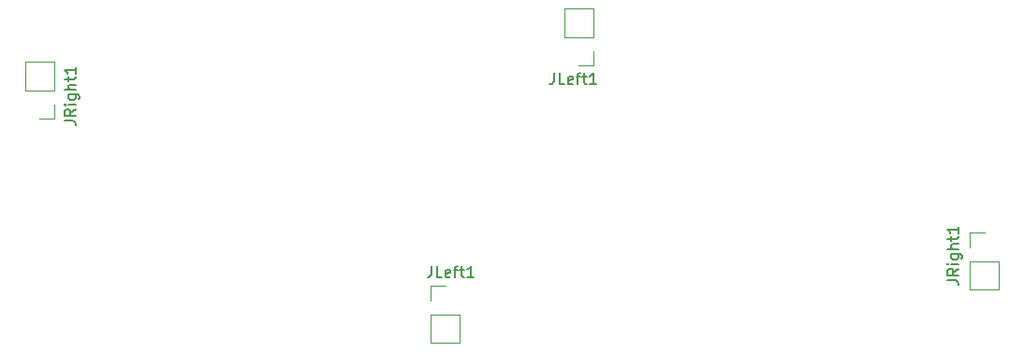
<source format=gto>
%TF.GenerationSoftware,KiCad,Pcbnew,(6.0.1)*%
%TF.CreationDate,2022-10-14T11:51:34+08:00*%
%TF.ProjectId,CRVisionJoystickMerge,43525669-7369-46f6-9e4a-6f7973746963,rev?*%
%TF.SameCoordinates,Original*%
%TF.FileFunction,Legend,Top*%
%TF.FilePolarity,Positive*%
%FSLAX46Y46*%
G04 Gerber Fmt 4.6, Leading zero omitted, Abs format (unit mm)*
G04 Created by KiCad (PCBNEW (6.0.1)) date 2022-10-14 11:51:34*
%MOMM*%
%LPD*%
G01*
G04 APERTURE LIST*
G04 Aperture macros list*
%AMHorizOval*
0 Thick line with rounded ends*
0 $1 width*
0 $2 $3 position (X,Y) of the first rounded end (center of the circle)*
0 $4 $5 position (X,Y) of the second rounded end (center of the circle)*
0 Add line between two ends*
20,1,$1,$2,$3,$4,$5,0*
0 Add two circle primitives to create the rounded ends*
1,1,$1,$2,$3*
1,1,$1,$4,$5*%
G04 Aperture macros list end*
%ADD10C,0.150000*%
%ADD11C,0.120000*%
%ADD12C,0.034055*%
%ADD13C,0.036148*%
%ADD14R,1.700000X1.700000*%
%ADD15O,1.700000X1.700000*%
%ADD16O,1.200000X3.000000*%
%ADD17R,1.000000X1.000000*%
%ADD18O,1.000000X1.000000*%
%ADD19HorizOval,1.200000X-0.450000X0.779423X0.450000X-0.779423X0*%
G04 APERTURE END LIST*
D10*
X89928380Y-71779904D02*
X90642666Y-71779904D01*
X90785523Y-71827523D01*
X90880761Y-71922761D01*
X90928380Y-72065619D01*
X90928380Y-72160857D01*
X90928380Y-70732285D02*
X90452190Y-71065619D01*
X90928380Y-71303714D02*
X89928380Y-71303714D01*
X89928380Y-70922761D01*
X89976000Y-70827523D01*
X90023619Y-70779904D01*
X90118857Y-70732285D01*
X90261714Y-70732285D01*
X90356952Y-70779904D01*
X90404571Y-70827523D01*
X90452190Y-70922761D01*
X90452190Y-71303714D01*
X90928380Y-70303714D02*
X90261714Y-70303714D01*
X89928380Y-70303714D02*
X89976000Y-70351333D01*
X90023619Y-70303714D01*
X89976000Y-70256095D01*
X89928380Y-70303714D01*
X90023619Y-70303714D01*
X90261714Y-69398952D02*
X91071238Y-69398952D01*
X91166476Y-69446571D01*
X91214095Y-69494190D01*
X91261714Y-69589428D01*
X91261714Y-69732285D01*
X91214095Y-69827523D01*
X90880761Y-69398952D02*
X90928380Y-69494190D01*
X90928380Y-69684666D01*
X90880761Y-69779904D01*
X90833142Y-69827523D01*
X90737904Y-69875142D01*
X90452190Y-69875142D01*
X90356952Y-69827523D01*
X90309333Y-69779904D01*
X90261714Y-69684666D01*
X90261714Y-69494190D01*
X90309333Y-69398952D01*
X90928380Y-68922761D02*
X89928380Y-68922761D01*
X90928380Y-68494190D02*
X90404571Y-68494190D01*
X90309333Y-68541809D01*
X90261714Y-68637047D01*
X90261714Y-68779904D01*
X90309333Y-68875142D01*
X90356952Y-68922761D01*
X90261714Y-68160857D02*
X90261714Y-67779904D01*
X89928380Y-68018000D02*
X90785523Y-68018000D01*
X90880761Y-67970380D01*
X90928380Y-67875142D01*
X90928380Y-67779904D01*
X90928380Y-66922761D02*
X90928380Y-67494190D01*
X90928380Y-67208476D02*
X89928380Y-67208476D01*
X90071238Y-67303714D01*
X90166476Y-67398952D01*
X90214095Y-67494190D01*
X169776380Y-86243904D02*
X170490666Y-86243904D01*
X170633523Y-86291523D01*
X170728761Y-86386761D01*
X170776380Y-86529619D01*
X170776380Y-86624857D01*
X170776380Y-85196285D02*
X170300190Y-85529619D01*
X170776380Y-85767714D02*
X169776380Y-85767714D01*
X169776380Y-85386761D01*
X169824000Y-85291523D01*
X169871619Y-85243904D01*
X169966857Y-85196285D01*
X170109714Y-85196285D01*
X170204952Y-85243904D01*
X170252571Y-85291523D01*
X170300190Y-85386761D01*
X170300190Y-85767714D01*
X170776380Y-84767714D02*
X170109714Y-84767714D01*
X169776380Y-84767714D02*
X169824000Y-84815333D01*
X169871619Y-84767714D01*
X169824000Y-84720095D01*
X169776380Y-84767714D01*
X169871619Y-84767714D01*
X170109714Y-83862952D02*
X170919238Y-83862952D01*
X171014476Y-83910571D01*
X171062095Y-83958190D01*
X171109714Y-84053428D01*
X171109714Y-84196285D01*
X171062095Y-84291523D01*
X170728761Y-83862952D02*
X170776380Y-83958190D01*
X170776380Y-84148666D01*
X170728761Y-84243904D01*
X170681142Y-84291523D01*
X170585904Y-84339142D01*
X170300190Y-84339142D01*
X170204952Y-84291523D01*
X170157333Y-84243904D01*
X170109714Y-84148666D01*
X170109714Y-83958190D01*
X170157333Y-83862952D01*
X170776380Y-83386761D02*
X169776380Y-83386761D01*
X170776380Y-82958190D02*
X170252571Y-82958190D01*
X170157333Y-83005809D01*
X170109714Y-83101047D01*
X170109714Y-83243904D01*
X170157333Y-83339142D01*
X170204952Y-83386761D01*
X170109714Y-82624857D02*
X170109714Y-82243904D01*
X169776380Y-82482000D02*
X170633523Y-82482000D01*
X170728761Y-82434380D01*
X170776380Y-82339142D01*
X170776380Y-82243904D01*
X170776380Y-81386761D02*
X170776380Y-81958190D01*
X170776380Y-81672476D02*
X169776380Y-81672476D01*
X169919238Y-81767714D01*
X170014476Y-81862952D01*
X170062095Y-81958190D01*
X123119904Y-84958380D02*
X123119904Y-85672666D01*
X123072285Y-85815523D01*
X122977047Y-85910761D01*
X122834190Y-85958380D01*
X122738952Y-85958380D01*
X124072285Y-85958380D02*
X123596095Y-85958380D01*
X123596095Y-84958380D01*
X124786571Y-85910761D02*
X124691333Y-85958380D01*
X124500857Y-85958380D01*
X124405619Y-85910761D01*
X124358000Y-85815523D01*
X124358000Y-85434571D01*
X124405619Y-85339333D01*
X124500857Y-85291714D01*
X124691333Y-85291714D01*
X124786571Y-85339333D01*
X124834190Y-85434571D01*
X124834190Y-85529809D01*
X124358000Y-85625047D01*
X125119904Y-85291714D02*
X125500857Y-85291714D01*
X125262761Y-85958380D02*
X125262761Y-85101238D01*
X125310380Y-85006000D01*
X125405619Y-84958380D01*
X125500857Y-84958380D01*
X125691333Y-85291714D02*
X126072285Y-85291714D01*
X125834190Y-84958380D02*
X125834190Y-85815523D01*
X125881809Y-85910761D01*
X125977047Y-85958380D01*
X126072285Y-85958380D01*
X126929428Y-85958380D02*
X126358000Y-85958380D01*
X126643714Y-85958380D02*
X126643714Y-84958380D01*
X126548476Y-85101238D01*
X126453238Y-85196476D01*
X126358000Y-85244095D01*
X134203904Y-67446380D02*
X134203904Y-68160666D01*
X134156285Y-68303523D01*
X134061047Y-68398761D01*
X133918190Y-68446380D01*
X133822952Y-68446380D01*
X135156285Y-68446380D02*
X134680095Y-68446380D01*
X134680095Y-67446380D01*
X135870571Y-68398761D02*
X135775333Y-68446380D01*
X135584857Y-68446380D01*
X135489619Y-68398761D01*
X135442000Y-68303523D01*
X135442000Y-67922571D01*
X135489619Y-67827333D01*
X135584857Y-67779714D01*
X135775333Y-67779714D01*
X135870571Y-67827333D01*
X135918190Y-67922571D01*
X135918190Y-68017809D01*
X135442000Y-68113047D01*
X136203904Y-67779714D02*
X136584857Y-67779714D01*
X136346761Y-68446380D02*
X136346761Y-67589238D01*
X136394380Y-67494000D01*
X136489619Y-67446380D01*
X136584857Y-67446380D01*
X136775333Y-67779714D02*
X137156285Y-67779714D01*
X136918190Y-67446380D02*
X136918190Y-68303523D01*
X136965809Y-68398761D01*
X137061047Y-68446380D01*
X137156285Y-68446380D01*
X138013428Y-68446380D02*
X137442000Y-68446380D01*
X137727714Y-68446380D02*
X137727714Y-67446380D01*
X137632476Y-67589238D01*
X137537238Y-67684476D01*
X137442000Y-67732095D01*
D11*
X89012000Y-69010000D02*
X89012000Y-66410000D01*
X89012000Y-69010000D02*
X86352000Y-69010000D01*
X86352000Y-69010000D02*
X86352000Y-66410000D01*
X89012000Y-71610000D02*
X87682000Y-71610000D01*
X89012000Y-66410000D02*
X86352000Y-66410000D01*
X89012000Y-70280000D02*
X89012000Y-71610000D01*
X171788000Y-83220000D02*
X171788000Y-81890000D01*
X171788000Y-87090000D02*
X174448000Y-87090000D01*
X171788000Y-84490000D02*
X171788000Y-87090000D01*
X174448000Y-84490000D02*
X174448000Y-87090000D01*
X171788000Y-84490000D02*
X174448000Y-84490000D01*
X171788000Y-81890000D02*
X173118000Y-81890000D01*
X123020000Y-89316000D02*
X123020000Y-91916000D01*
X123020000Y-91916000D02*
X125680000Y-91916000D01*
X123020000Y-89316000D02*
X125680000Y-89316000D01*
X125680000Y-89316000D02*
X125680000Y-91916000D01*
X123020000Y-88046000D02*
X123020000Y-86716000D01*
X123020000Y-86716000D02*
X124350000Y-86716000D01*
X137780000Y-64184000D02*
X135120000Y-64184000D01*
X137780000Y-61584000D02*
X135120000Y-61584000D01*
X137780000Y-65454000D02*
X137780000Y-66784000D01*
X137780000Y-64184000D02*
X137780000Y-61584000D01*
X137780000Y-66784000D02*
X136450000Y-66784000D01*
X135120000Y-64184000D02*
X135120000Y-61584000D01*
%LPC*%
D12*
X141626836Y-80731113D02*
X141648188Y-81035619D01*
X141648188Y-81035619D02*
X141662089Y-81462686D01*
X141662089Y-81462686D02*
X141673110Y-82530453D01*
X141673110Y-82530453D02*
X141667022Y-84442173D01*
X141667022Y-84442173D02*
X141669372Y-84687225D01*
X141669372Y-84687225D02*
X141676057Y-84938599D01*
X141676057Y-84938599D02*
X141694096Y-85449457D01*
X141694096Y-85449457D02*
X141701284Y-85703513D01*
X141701284Y-85703513D02*
X141704473Y-85953036D01*
X141704473Y-85953036D02*
X141701579Y-86195310D01*
X141701579Y-86195310D02*
X141690520Y-86427624D01*
X141690520Y-86427624D02*
X141685250Y-86517204D01*
X141685250Y-86517204D02*
X141682075Y-86597546D01*
X141682075Y-86597546D02*
X141678894Y-86734169D01*
X141678894Y-86734169D02*
X141677330Y-86792277D01*
X141677330Y-86792277D02*
X141674747Y-86844803D01*
X141674747Y-86844803D02*
X141670364Y-86892658D01*
X141670364Y-86892658D02*
X141663404Y-86936759D01*
X141663404Y-86936759D02*
X141653087Y-86978017D01*
X141653087Y-86978017D02*
X141646427Y-86997867D01*
X141646427Y-86997867D02*
X141638635Y-87017349D01*
X141638635Y-87017349D02*
X141629616Y-87036577D01*
X141629616Y-87036577D02*
X141619270Y-87055666D01*
X141619270Y-87055666D02*
X141607501Y-87074730D01*
X141607501Y-87074730D02*
X141594212Y-87093884D01*
X141594212Y-87093884D02*
X141562682Y-87132915D01*
X141562682Y-87132915D02*
X141523903Y-87173675D01*
X141523903Y-87173675D02*
X141477094Y-87217077D01*
X141477094Y-87217077D02*
X141421478Y-87264034D01*
X141421478Y-87264034D02*
X141344066Y-87326403D01*
X141344066Y-87326403D02*
X141263273Y-87389498D01*
X141263273Y-87389498D02*
X141180221Y-87451204D01*
X141180221Y-87451204D02*
X141138198Y-87480876D01*
X141138198Y-87480876D02*
X141096031Y-87509407D01*
X141096031Y-87509407D02*
X141053861Y-87536533D01*
X141053861Y-87536533D02*
X141011826Y-87561990D01*
X141011826Y-87561990D02*
X140970068Y-87585514D01*
X140970068Y-87585514D02*
X140928726Y-87606839D01*
X140928726Y-87606839D02*
X140887941Y-87625702D01*
X140887941Y-87625702D02*
X140847853Y-87641838D01*
X140847853Y-87641838D02*
X140808602Y-87654984D01*
X140808602Y-87654984D02*
X140770328Y-87664873D01*
X140770328Y-87664873D02*
X140717431Y-87641443D01*
X140717431Y-87641443D02*
X140692214Y-87628852D01*
X140692214Y-87628852D02*
X140667825Y-87615662D01*
X140667825Y-87615662D02*
X140644267Y-87601862D01*
X140644267Y-87601862D02*
X140621546Y-87587439D01*
X140621546Y-87587439D02*
X140599666Y-87572383D01*
X140599666Y-87572383D02*
X140578630Y-87556682D01*
X140578630Y-87556682D02*
X140558445Y-87540324D01*
X140558445Y-87540324D02*
X140539113Y-87523299D01*
X140539113Y-87523299D02*
X140520640Y-87505594D01*
X140520640Y-87505594D02*
X140503029Y-87487198D01*
X140503029Y-87487198D02*
X140486286Y-87468099D01*
X140486286Y-87468099D02*
X140470415Y-87448287D01*
X140470415Y-87448287D02*
X140455420Y-87427749D01*
X140455420Y-87427749D02*
X140441305Y-87406475D01*
X140441305Y-87406475D02*
X140428075Y-87384452D01*
X140428075Y-87384452D02*
X140415735Y-87361669D01*
X140415735Y-87361669D02*
X140404288Y-87338116D01*
X140404288Y-87338116D02*
X140393740Y-87313779D01*
X140393740Y-87313779D02*
X140384095Y-87288648D01*
X140384095Y-87288648D02*
X140375356Y-87262712D01*
X140375356Y-87262712D02*
X140367529Y-87235958D01*
X140367529Y-87235958D02*
X140360619Y-87208376D01*
X140360619Y-87208376D02*
X140354628Y-87179954D01*
X140354628Y-87179954D02*
X140349563Y-87150680D01*
X140349563Y-87150680D02*
X140345426Y-87120544D01*
X140345426Y-87120544D02*
X140342224Y-87089532D01*
X140342224Y-87089532D02*
X140339959Y-87057635D01*
X140339959Y-87057635D02*
X140338637Y-87024840D01*
X140338637Y-87024840D02*
X140338262Y-86991136D01*
X140338262Y-86991136D02*
X140338839Y-86956512D01*
X140338839Y-86956512D02*
X140341908Y-86882750D01*
X140341908Y-86882750D02*
X140346345Y-86817595D01*
X140346345Y-86817595D02*
X140351890Y-86760196D01*
X140351890Y-86760196D02*
X140358282Y-86709703D01*
X140358282Y-86709703D02*
X140365261Y-86665264D01*
X140365261Y-86665264D02*
X140372566Y-86626028D01*
X140372566Y-86626028D02*
X140387113Y-86559761D01*
X140387113Y-86559761D02*
X140399840Y-86504095D01*
X140399840Y-86504095D02*
X140404870Y-86478109D01*
X140404870Y-86478109D02*
X140408664Y-86452220D01*
X140408664Y-86452220D02*
X140410962Y-86425576D01*
X140410962Y-86425576D02*
X140411502Y-86397327D01*
X140411502Y-86397327D02*
X140410025Y-86366622D01*
X140410025Y-86366622D02*
X140406270Y-86332609D01*
X140406270Y-86332609D02*
X140405972Y-86330580D01*
X140405972Y-86330580D02*
X140405596Y-86328459D01*
X140405596Y-86328459D02*
X140404647Y-86323994D01*
X140404647Y-86323994D02*
X140403498Y-86319314D01*
X140403498Y-86319314D02*
X140402226Y-86314517D01*
X140402226Y-86314517D02*
X140399613Y-86304976D01*
X140399613Y-86304976D02*
X140398424Y-86300431D01*
X140398424Y-86300431D02*
X140397415Y-86296169D01*
X140397415Y-86296169D02*
X140365623Y-86111628D01*
X140365623Y-86111628D02*
X140342469Y-85927785D01*
X140342469Y-85927785D02*
X140326897Y-85745303D01*
X140326897Y-85745303D02*
X140317857Y-85564847D01*
X140317857Y-85564847D02*
X140314294Y-85387084D01*
X140314294Y-85387084D02*
X140315156Y-85212678D01*
X140315156Y-85212678D02*
X140325940Y-84876595D01*
X140325940Y-84876595D02*
X140354265Y-84273972D01*
X140354265Y-84273972D02*
X140356611Y-84141684D01*
X140356611Y-84141684D02*
X140354956Y-84018072D01*
X140354956Y-84018072D02*
X140348248Y-83903801D01*
X140348248Y-83903801D02*
X140335433Y-83799538D01*
X140335433Y-83799538D02*
X140331170Y-83771572D01*
X140331170Y-83771572D02*
X140327539Y-83743833D01*
X140327539Y-83743833D02*
X140321965Y-83688814D01*
X140321965Y-83688814D02*
X140318282Y-83634051D01*
X140318282Y-83634051D02*
X140316063Y-83579112D01*
X140316063Y-83579112D02*
X140314883Y-83523567D01*
X140314883Y-83523567D02*
X140314313Y-83466984D01*
X140314313Y-83466984D02*
X140313296Y-83348980D01*
X140313296Y-83348980D02*
X140338583Y-81803019D01*
X140338583Y-81803019D02*
X140335227Y-81323560D01*
X140335227Y-81323560D02*
X140318181Y-80902998D01*
X140318181Y-80902998D02*
X140302991Y-80729817D01*
X140302991Y-80729817D02*
X140282538Y-80589376D01*
X140282538Y-80589376D02*
X140256208Y-80487681D01*
X140256208Y-80487681D02*
X140240647Y-80453239D01*
X140240647Y-80453239D02*
X140223388Y-80430736D01*
X140223388Y-80430736D02*
X140132799Y-80403831D01*
X140132799Y-80403831D02*
X140112419Y-80400598D01*
X140112419Y-80400598D02*
X140093247Y-80398399D01*
X140093247Y-80398399D02*
X140069179Y-80396857D01*
X140069179Y-80396857D02*
X140041031Y-80396753D01*
X140041031Y-80396753D02*
X140009623Y-80398870D01*
X140009623Y-80398870D02*
X139992952Y-80401007D01*
X139992952Y-80401007D02*
X139975773Y-80403992D01*
X139975773Y-80403992D02*
X139958187Y-80407924D01*
X139958187Y-80407924D02*
X139940298Y-80412900D01*
X139940298Y-80412900D02*
X139922207Y-80419019D01*
X139922207Y-80419019D02*
X139904017Y-80426378D01*
X139904017Y-80426378D02*
X139885830Y-80435075D01*
X139885830Y-80435075D02*
X139867748Y-80445208D01*
X139867748Y-80445208D02*
X139849874Y-80456875D01*
X139849874Y-80456875D02*
X139832309Y-80470174D01*
X139832309Y-80470174D02*
X139815157Y-80485201D01*
X139815157Y-80485201D02*
X139798519Y-80502057D01*
X139798519Y-80502057D02*
X139782497Y-80520837D01*
X139782497Y-80520837D02*
X139767194Y-80541640D01*
X139767194Y-80541640D02*
X139752713Y-80564564D01*
X139752713Y-80564564D02*
X139739155Y-80589707D01*
X139739155Y-80589707D02*
X139726622Y-80617166D01*
X139726622Y-80617166D02*
X139715218Y-80647039D01*
X139715218Y-80647039D02*
X139705043Y-80679425D01*
X139705043Y-80679425D02*
X139696201Y-80714420D01*
X139696201Y-80714420D02*
X139678493Y-86605734D01*
X139678493Y-86605734D02*
X139629283Y-86575294D01*
X139629283Y-86575294D02*
X139564724Y-86527342D01*
X139564724Y-86527342D02*
X139487203Y-86464290D01*
X139487203Y-86464290D02*
X139399105Y-86388548D01*
X139399105Y-86388548D02*
X139200729Y-86208640D01*
X139200729Y-86208640D02*
X138988688Y-86006905D01*
X138988688Y-86006905D02*
X138782074Y-85802632D01*
X138782074Y-85802632D02*
X138599981Y-85615110D01*
X138599981Y-85615110D02*
X138461501Y-85463625D01*
X138461501Y-85463625D02*
X138414583Y-85407424D01*
X138414583Y-85407424D02*
X138385727Y-85367466D01*
X138385727Y-85367466D02*
X138362851Y-85320090D01*
X138362851Y-85320090D02*
X138342948Y-85258441D01*
X138342948Y-85258441D02*
X138311319Y-85096300D01*
X138311319Y-85096300D02*
X138289354Y-84888986D01*
X138289354Y-84888986D02*
X138275567Y-84644445D01*
X138275567Y-84644445D02*
X138266586Y-84075457D01*
X138266586Y-84075457D02*
X138272491Y-83452891D01*
X138272491Y-83452891D02*
X138281398Y-82840302D01*
X138281398Y-82840302D02*
X138281420Y-82301246D01*
X138281420Y-82301246D02*
X138274386Y-82079153D01*
X138274386Y-82079153D02*
X138260674Y-81899277D01*
X138260674Y-81899277D02*
X138238799Y-81769562D01*
X138238799Y-81769562D02*
X138224336Y-81725997D01*
X138224336Y-81725997D02*
X138207274Y-81697952D01*
X138207274Y-81697952D02*
X138202681Y-81695502D01*
X138202681Y-81695502D02*
X138198995Y-81693192D01*
X138198995Y-81693192D02*
X138196128Y-81691017D01*
X138196128Y-81691017D02*
X138193991Y-81688972D01*
X138193991Y-81688972D02*
X138192497Y-81687052D01*
X138192497Y-81687052D02*
X138191556Y-81685252D01*
X138191556Y-81685252D02*
X138191080Y-81683566D01*
X138191080Y-81683566D02*
X138190981Y-81681988D01*
X138190981Y-81681988D02*
X138191559Y-81679140D01*
X138191559Y-81679140D02*
X138192584Y-81676665D01*
X138192584Y-81676665D02*
X138193347Y-81674521D01*
X138193347Y-81674521D02*
X138193409Y-81673560D01*
X138193409Y-81673560D02*
X138193141Y-81672666D01*
X138193141Y-81672666D02*
X138192454Y-81671834D01*
X138192454Y-81671834D02*
X138191259Y-81671059D01*
X138191259Y-81671059D02*
X138189468Y-81670335D01*
X138189468Y-81670335D02*
X138186993Y-81669657D01*
X138186993Y-81669657D02*
X138179637Y-81668419D01*
X138179637Y-81668419D02*
X138168482Y-81667303D01*
X138168482Y-81667303D02*
X138152821Y-81666266D01*
X138152821Y-81666266D02*
X138131947Y-81665267D01*
X138131947Y-81665267D02*
X138071731Y-81663216D01*
X138071731Y-81663216D02*
X138021274Y-81664471D01*
X138021274Y-81664471D02*
X137974839Y-81671039D01*
X137974839Y-81671039D02*
X137932266Y-81682620D01*
X137932266Y-81682620D02*
X137893398Y-81698917D01*
X137893398Y-81698917D02*
X137858076Y-81719630D01*
X137858076Y-81719630D02*
X137826140Y-81744461D01*
X137826140Y-81744461D02*
X137797432Y-81773111D01*
X137797432Y-81773111D02*
X137771793Y-81805282D01*
X137771793Y-81805282D02*
X137749065Y-81840674D01*
X137749065Y-81840674D02*
X137729088Y-81878989D01*
X137729088Y-81878989D02*
X137711704Y-81919928D01*
X137711704Y-81919928D02*
X137696754Y-81963193D01*
X137696754Y-81963193D02*
X137684080Y-82008485D01*
X137684080Y-82008485D02*
X137673522Y-82055505D01*
X137673522Y-82055505D02*
X137664922Y-82103955D01*
X137664922Y-82103955D02*
X137658121Y-82153535D01*
X137658121Y-82153535D02*
X137649281Y-82254894D01*
X137649281Y-82254894D02*
X137645732Y-82357191D01*
X137645732Y-82357191D02*
X137646203Y-82458037D01*
X137646203Y-82458037D02*
X137649426Y-82555043D01*
X137649426Y-82555043D02*
X137659043Y-82727976D01*
X137659043Y-82727976D02*
X137664421Y-82856872D01*
X137664421Y-82856872D02*
X137670019Y-83258108D01*
X137670019Y-83258108D02*
X137673425Y-83481352D01*
X137673425Y-83481352D02*
X137673701Y-83710522D01*
X137673701Y-83710522D02*
X137668199Y-83938751D01*
X137668199Y-83938751D02*
X137662453Y-84050365D01*
X137662453Y-84050365D02*
X137654268Y-84159169D01*
X137654268Y-84159169D02*
X137643314Y-84264303D01*
X137643314Y-84264303D02*
X137629258Y-84364909D01*
X137629258Y-84364909D02*
X137611771Y-84460129D01*
X137611771Y-84460129D02*
X137590520Y-84549103D01*
X137590520Y-84549103D02*
X137579398Y-84541017D01*
X137579398Y-84541017D02*
X137560995Y-84526047D01*
X137560995Y-84526047D02*
X137506295Y-84479077D01*
X137506295Y-84479077D02*
X137352979Y-84342385D01*
X137352979Y-84342385D02*
X137193789Y-84197009D01*
X137193789Y-84197009D02*
X137131745Y-84139183D01*
X137131745Y-84139183D02*
X137091940Y-84100929D01*
X137091940Y-84100929D02*
X136951544Y-83964053D01*
X136951544Y-83964053D02*
X136828359Y-83849073D01*
X136828359Y-83849073D02*
X136629348Y-83667182D01*
X136629348Y-83667182D02*
X136551386Y-83591461D01*
X136551386Y-83591461D02*
X136517323Y-83555480D01*
X136517323Y-83555480D02*
X136486361Y-83520019D01*
X136486361Y-83520019D02*
X136458367Y-83484525D01*
X136458367Y-83484525D02*
X136433207Y-83448449D01*
X136433207Y-83448449D02*
X136410747Y-83411241D01*
X136410747Y-83411241D02*
X136390855Y-83372349D01*
X136390855Y-83372349D02*
X136373396Y-83331223D01*
X136373396Y-83331223D02*
X136358236Y-83287312D01*
X136358236Y-83287312D02*
X136345244Y-83240067D01*
X136345244Y-83240067D02*
X136334284Y-83188936D01*
X136334284Y-83188936D02*
X136325224Y-83133369D01*
X136325224Y-83133369D02*
X136317929Y-83072815D01*
X136317929Y-83072815D02*
X136312267Y-83006724D01*
X136312267Y-83006724D02*
X136308104Y-82934545D01*
X136308104Y-82934545D02*
X136303740Y-82769721D01*
X136303740Y-82769721D02*
X136303771Y-82573939D01*
X136303771Y-82573939D02*
X136312739Y-82071884D01*
X136312739Y-82071884D02*
X136295014Y-81809948D01*
X136295014Y-81809948D02*
X136276682Y-81582461D01*
X136276682Y-81582461D02*
X136244967Y-81215382D01*
X136244967Y-81215382D02*
X136097161Y-81341860D01*
X136097161Y-81341860D02*
X135950548Y-81469704D01*
X135950548Y-81469704D02*
X135805140Y-81598904D01*
X135805140Y-81598904D02*
X135660950Y-81729453D01*
X135660950Y-81729453D02*
X135517988Y-81861344D01*
X135517988Y-81861344D02*
X135376268Y-81994567D01*
X135376268Y-81994567D02*
X135235801Y-82129115D01*
X135235801Y-82129115D02*
X135096599Y-82264980D01*
X135096599Y-82264980D02*
X135090469Y-82433212D01*
X135090469Y-82433212D02*
X135098339Y-82505017D01*
X135098339Y-82505017D02*
X135101287Y-82573917D01*
X135101287Y-82573917D02*
X135099550Y-82640056D01*
X135099550Y-82640056D02*
X135093361Y-82703579D01*
X135093361Y-82703579D02*
X135082958Y-82764629D01*
X135082958Y-82764629D02*
X135068574Y-82823352D01*
X135068574Y-82823352D02*
X135050445Y-82879891D01*
X135050445Y-82879891D02*
X135028807Y-82934391D01*
X135028807Y-82934391D02*
X135003894Y-82986996D01*
X135003894Y-82986996D02*
X134975941Y-83037849D01*
X134975941Y-83037849D02*
X134945184Y-83087096D01*
X134945184Y-83087096D02*
X134911859Y-83134881D01*
X134911859Y-83134881D02*
X134876200Y-83181347D01*
X134876200Y-83181347D02*
X134838442Y-83226639D01*
X134838442Y-83226639D02*
X134757572Y-83314278D01*
X134757572Y-83314278D02*
X134671131Y-83398952D01*
X134671131Y-83398952D02*
X134581000Y-83481815D01*
X134581000Y-83481815D02*
X134397196Y-83646721D01*
X134397196Y-83646721D02*
X134307286Y-83731073D01*
X134307286Y-83731073D02*
X134221214Y-83818229D01*
X134221214Y-83818229D02*
X134140861Y-83909343D01*
X134140861Y-83909343D02*
X134103417Y-83956745D01*
X134103417Y-83956745D02*
X134068109Y-84005569D01*
X134068109Y-84005569D02*
X133875101Y-84278477D01*
X133875101Y-84278477D02*
X133672160Y-84554091D01*
X133672160Y-84554091D02*
X133250892Y-85112892D01*
X133250892Y-85112892D02*
X133039774Y-85395809D01*
X133039774Y-85395809D02*
X132833137Y-85680889D01*
X132833137Y-85680889D02*
X132634586Y-85967997D01*
X132634586Y-85967997D02*
X132539469Y-86112268D01*
X132539469Y-86112268D02*
X132447724Y-86256996D01*
X132447724Y-86256996D02*
X132291614Y-86514593D01*
X132291614Y-86514593D02*
X132104371Y-86836850D01*
X132104371Y-86836850D02*
X131901507Y-87202353D01*
X131901507Y-87202353D02*
X131698535Y-87589686D01*
X131698535Y-87589686D02*
X131510969Y-87977434D01*
X131510969Y-87977434D02*
X131427810Y-88164771D01*
X131427810Y-88164771D02*
X131354320Y-88344182D01*
X131354320Y-88344182D02*
X131292437Y-88512988D01*
X131292437Y-88512988D02*
X131244101Y-88668514D01*
X131244101Y-88668514D02*
X131211252Y-88808082D01*
X131211252Y-88808082D02*
X131195826Y-88929016D01*
X131195826Y-88929016D02*
X131258343Y-88975511D01*
X131258343Y-88975511D02*
X131331029Y-89026532D01*
X131331029Y-89026532D02*
X131411696Y-89079645D01*
X131411696Y-89079645D02*
X131454340Y-89106224D01*
X131454340Y-89106224D02*
X131498159Y-89132414D01*
X131498159Y-89132414D02*
X131542879Y-89157909D01*
X131542879Y-89157909D02*
X131588229Y-89182406D01*
X131588229Y-89182406D02*
X131633933Y-89205599D01*
X131633933Y-89205599D02*
X131679719Y-89227185D01*
X131679719Y-89227185D02*
X131725314Y-89246860D01*
X131725314Y-89246860D02*
X131770444Y-89264318D01*
X131770444Y-89264318D02*
X131814836Y-89279257D01*
X131814836Y-89279257D02*
X131858215Y-89291370D01*
X131858215Y-89291370D02*
X131907124Y-89302264D01*
X131907124Y-89302264D02*
X131952411Y-89309870D01*
X131952411Y-89309870D02*
X131994213Y-89314215D01*
X131994213Y-89314215D02*
X132032666Y-89315328D01*
X132032666Y-89315328D02*
X132067905Y-89313237D01*
X132067905Y-89313237D02*
X132100068Y-89307971D01*
X132100068Y-89307971D02*
X132129289Y-89299557D01*
X132129289Y-89299557D02*
X132155705Y-89288023D01*
X132155705Y-89288023D02*
X132179452Y-89273397D01*
X132179452Y-89273397D02*
X132200667Y-89255709D01*
X132200667Y-89255709D02*
X132219484Y-89234985D01*
X132219484Y-89234985D02*
X132236041Y-89211254D01*
X132236041Y-89211254D02*
X132250473Y-89184544D01*
X132250473Y-89184544D02*
X132262917Y-89154883D01*
X132262917Y-89154883D02*
X132273508Y-89122300D01*
X132273508Y-89122300D02*
X132282383Y-89086822D01*
X132282383Y-89086822D02*
X132289677Y-89048477D01*
X132289677Y-89048477D02*
X132295527Y-89007294D01*
X132295527Y-89007294D02*
X132300068Y-88963301D01*
X132300068Y-88963301D02*
X132303437Y-88916526D01*
X132303437Y-88916526D02*
X132307204Y-88814742D01*
X132307204Y-88814742D02*
X132307914Y-88702166D01*
X132307914Y-88702166D02*
X132304520Y-88445543D01*
X132304520Y-88445543D02*
X132302593Y-88301945D01*
X132302593Y-88301945D02*
X132301965Y-88148456D01*
X132301965Y-88148456D02*
X132303392Y-88090927D01*
X132303392Y-88090927D02*
X132307348Y-88033663D01*
X132307348Y-88033663D02*
X132322413Y-87919961D01*
X132322413Y-87919961D02*
X132346296Y-87807406D01*
X132346296Y-87807406D02*
X132378133Y-87696052D01*
X132378133Y-87696052D02*
X132417063Y-87585953D01*
X132417063Y-87585953D02*
X132462221Y-87477163D01*
X132462221Y-87477163D02*
X132512745Y-87369737D01*
X132512745Y-87369737D02*
X132567772Y-87263729D01*
X132567772Y-87263729D02*
X132626438Y-87159194D01*
X132626438Y-87159194D02*
X132687882Y-87056186D01*
X132687882Y-87056186D02*
X132815646Y-86854969D01*
X132815646Y-86854969D02*
X133066522Y-86473251D01*
X133066522Y-86473251D02*
X133082243Y-86448047D01*
X133082243Y-86448047D02*
X133097070Y-86423338D01*
X133097070Y-86423338D02*
X133124640Y-86375081D01*
X133124640Y-86375081D02*
X133175671Y-86280965D01*
X133175671Y-86280965D02*
X133201541Y-86233821D01*
X133201541Y-86233821D02*
X133229256Y-86185763D01*
X133229256Y-86185763D02*
X133244181Y-86161191D01*
X133244181Y-86161191D02*
X133260019Y-86136149D01*
X133260019Y-86136149D02*
X133276921Y-86110557D01*
X133276921Y-86110557D02*
X133295037Y-86084335D01*
X133295037Y-86084335D02*
X133364293Y-85984531D01*
X133364293Y-85984531D02*
X133380476Y-85961999D01*
X133380476Y-85961999D02*
X133396693Y-85940399D01*
X133396693Y-85940399D02*
X133413185Y-85919713D01*
X133413185Y-85919713D02*
X133430197Y-85899923D01*
X133430197Y-85899923D02*
X133447971Y-85881012D01*
X133447971Y-85881012D02*
X133466751Y-85862960D01*
X133466751Y-85862960D02*
X133486778Y-85845750D01*
X133486778Y-85845750D02*
X133508297Y-85829364D01*
X133508297Y-85829364D02*
X133531550Y-85813785D01*
X133531550Y-85813785D02*
X133556780Y-85798993D01*
X133556780Y-85798993D02*
X133584229Y-85784972D01*
X133584229Y-85784972D02*
X133614142Y-85771704D01*
X133614142Y-85771704D02*
X133640728Y-85919231D01*
X133640728Y-85919231D02*
X133660918Y-86091866D01*
X133660918Y-86091866D02*
X133675398Y-86286396D01*
X133675398Y-86286396D02*
X133684851Y-86499609D01*
X133684851Y-86499609D02*
X133691415Y-86969235D01*
X133691415Y-86969235D02*
X133686085Y-87475046D01*
X133686085Y-87475046D02*
X133661650Y-88492437D01*
X133661650Y-88492437D02*
X133653496Y-88952621D01*
X133653496Y-88952621D02*
X133655350Y-89346201D01*
X133655350Y-89346201D02*
X133658713Y-89699056D01*
X133658713Y-89699056D02*
X133662348Y-89771004D01*
X133662348Y-89771004D02*
X133669430Y-89836587D01*
X133669430Y-89836587D02*
X133681126Y-89895877D01*
X133681126Y-89895877D02*
X133689069Y-89923185D01*
X133689069Y-89923185D02*
X133698601Y-89948946D01*
X133698601Y-89948946D02*
X133709870Y-89973170D01*
X133709870Y-89973170D02*
X133723020Y-89995866D01*
X133723020Y-89995866D02*
X133738198Y-90017041D01*
X133738198Y-90017041D02*
X133755549Y-90036706D01*
X133755549Y-90036706D02*
X133775219Y-90054869D01*
X133775219Y-90054869D02*
X133797353Y-90071539D01*
X133797353Y-90071539D02*
X133822097Y-90086725D01*
X133822097Y-90086725D02*
X133849597Y-90100436D01*
X133849597Y-90100436D02*
X133879998Y-90112681D01*
X133879998Y-90112681D02*
X133913446Y-90123469D01*
X133913446Y-90123469D02*
X133950088Y-90132808D01*
X133950088Y-90132808D02*
X133990067Y-90140708D01*
X133990067Y-90140708D02*
X134033531Y-90147178D01*
X134033531Y-90147178D02*
X134080624Y-90152226D01*
X134080624Y-90152226D02*
X134131493Y-90155861D01*
X134131493Y-90155861D02*
X134186283Y-90158092D01*
X134186283Y-90158092D02*
X134221670Y-90020967D01*
X134221670Y-90020967D02*
X134250234Y-89847553D01*
X134250234Y-89847553D02*
X134272621Y-89642700D01*
X134272621Y-89642700D02*
X134289478Y-89411259D01*
X134289478Y-89411259D02*
X134309190Y-88888012D01*
X134309190Y-88888012D02*
X134314546Y-88316610D01*
X134314546Y-88316610D02*
X134295943Y-86325453D01*
X134295943Y-86325453D02*
X134293388Y-86096276D01*
X134293388Y-86096276D02*
X134284311Y-85854636D01*
X134284311Y-85854636D02*
X134276559Y-85607321D01*
X134276559Y-85607321D02*
X134275632Y-85483656D01*
X134275632Y-85483656D02*
X134277979Y-85361119D01*
X134277979Y-85361119D02*
X134284579Y-85240557D01*
X134284579Y-85240557D02*
X134296415Y-85122820D01*
X134296415Y-85122820D02*
X134314467Y-85008755D01*
X134314467Y-85008755D02*
X134339716Y-84899211D01*
X134339716Y-84899211D02*
X134373142Y-84795037D01*
X134373142Y-84795037D02*
X134393228Y-84745229D01*
X134393228Y-84745229D02*
X134415726Y-84697082D01*
X134415726Y-84697082D02*
X134440759Y-84650701D01*
X134440759Y-84650701D02*
X134468449Y-84606193D01*
X134468449Y-84606193D02*
X134498919Y-84563664D01*
X134498919Y-84563664D02*
X134532292Y-84523220D01*
X134532292Y-84523220D02*
X135001924Y-83990929D01*
X135001924Y-83990929D02*
X135033811Y-83954369D01*
X135033811Y-83954369D02*
X135065471Y-83916629D01*
X135065471Y-83916629D02*
X135128772Y-83839365D01*
X135128772Y-83839365D02*
X135193141Y-83762651D01*
X135193141Y-83762651D02*
X135226139Y-83725599D01*
X135226139Y-83725599D02*
X135259898Y-83690003D01*
X135259898Y-83690003D02*
X135294583Y-83656303D01*
X135294583Y-83656303D02*
X135330358Y-83624939D01*
X135330358Y-83624939D02*
X135367388Y-83596349D01*
X135367388Y-83596349D02*
X135386426Y-83583232D01*
X135386426Y-83583232D02*
X135405838Y-83570973D01*
X135405838Y-83570973D02*
X135425647Y-83559628D01*
X135425647Y-83559628D02*
X135445873Y-83549251D01*
X135445873Y-83549251D02*
X135466536Y-83539897D01*
X135466536Y-83539897D02*
X135487657Y-83531622D01*
X135487657Y-83531622D02*
X135509256Y-83524480D01*
X135509256Y-83524480D02*
X135531354Y-83518526D01*
X135531354Y-83518526D02*
X135553971Y-83513815D01*
X135553971Y-83513815D02*
X135577129Y-83510403D01*
X135577129Y-83510403D02*
X135600554Y-83574590D01*
X135600554Y-83574590D02*
X135620195Y-83656801D01*
X135620195Y-83656801D02*
X135636351Y-83754722D01*
X135636351Y-83754722D02*
X135649317Y-83866040D01*
X135649317Y-83866040D02*
X135659390Y-83988441D01*
X135659390Y-83988441D02*
X135666865Y-84119611D01*
X135666865Y-84119611D02*
X135675210Y-84399002D01*
X135675210Y-84399002D02*
X135676723Y-84685706D01*
X135676723Y-84685706D02*
X135673774Y-84961211D01*
X135673774Y-84961211D02*
X135663972Y-85404587D01*
X135663972Y-85404587D02*
X135659742Y-85667717D01*
X135659742Y-85667717D02*
X135658422Y-85932104D01*
X135658422Y-85932104D02*
X135659162Y-86462400D01*
X135659162Y-86462400D02*
X135655495Y-86990973D01*
X135655495Y-86990973D02*
X135648668Y-87253206D01*
X135648668Y-87253206D02*
X135636727Y-87513319D01*
X135636727Y-87513319D02*
X135618051Y-87848417D01*
X135618051Y-87848417D02*
X135605896Y-88109056D01*
X135605896Y-88109056D02*
X135599791Y-88319593D01*
X135599791Y-88319593D02*
X135599265Y-88504385D01*
X135599265Y-88504385D02*
X135603848Y-88687788D01*
X135603848Y-88687788D02*
X135613069Y-88894159D01*
X135613069Y-88894159D02*
X135643538Y-89473230D01*
X135643538Y-89473230D02*
X135647237Y-89611148D01*
X135647237Y-89611148D02*
X135645889Y-89750343D01*
X135645889Y-89750343D02*
X135636163Y-90026531D01*
X135636163Y-90026531D02*
X135630572Y-90289724D01*
X135630572Y-90289724D02*
X135634393Y-90412676D01*
X135634393Y-90412676D02*
X135645326Y-90527854D01*
X135645326Y-90527854D02*
X135665399Y-90633749D01*
X135665399Y-90633749D02*
X135679496Y-90682744D01*
X135679496Y-90682744D02*
X135696638Y-90728852D01*
X135696638Y-90728852D02*
X135717077Y-90771886D01*
X135717077Y-90771886D02*
X135741068Y-90811656D01*
X135741068Y-90811656D02*
X135768864Y-90847973D01*
X135768864Y-90847973D02*
X135800717Y-90880651D01*
X135800717Y-90880651D02*
X135836882Y-90909498D01*
X135836882Y-90909498D02*
X135877611Y-90934328D01*
X135877611Y-90934328D02*
X135923158Y-90954952D01*
X135923158Y-90954952D02*
X135973776Y-90971180D01*
X135973776Y-90971180D02*
X136029719Y-90982825D01*
X136029719Y-90982825D02*
X136091239Y-90989698D01*
X136091239Y-90989698D02*
X136158590Y-90991610D01*
X136158590Y-90991610D02*
X136232026Y-90988373D01*
X136232026Y-90988373D02*
X136270713Y-90692675D01*
X136270713Y-90692675D02*
X136298093Y-90354769D01*
X136298093Y-90354769D02*
X136324754Y-89574780D01*
X136324754Y-89574780D02*
X136323654Y-88693293D01*
X136323654Y-88693293D02*
X136306438Y-87755199D01*
X136306438Y-87755199D02*
X136270243Y-85888750D01*
X136270243Y-85888750D02*
X136274554Y-85050173D01*
X136274554Y-85050173D02*
X136287407Y-84674187D01*
X136287407Y-84674187D02*
X136309333Y-84334549D01*
X136309333Y-84334549D02*
X136332716Y-84342957D01*
X136332716Y-84342957D02*
X136358497Y-84355194D01*
X136358497Y-84355194D02*
X136386504Y-84371030D01*
X136386504Y-84371030D02*
X136416563Y-84390232D01*
X136416563Y-84390232D02*
X136482141Y-84437819D01*
X136482141Y-84437819D02*
X136553844Y-84496113D01*
X136553844Y-84496113D02*
X136630285Y-84563271D01*
X136630285Y-84563271D02*
X136710075Y-84637449D01*
X136710075Y-84637449D02*
X136791826Y-84716806D01*
X136791826Y-84716806D02*
X136874152Y-84799498D01*
X136874152Y-84799498D02*
X137034972Y-84967516D01*
X137034972Y-84967516D02*
X137181433Y-85126763D01*
X137181433Y-85126763D02*
X137302431Y-85262495D01*
X137302431Y-85262495D02*
X137386865Y-85359970D01*
X137386865Y-85359970D02*
X137559066Y-85557302D01*
X137559066Y-85557302D02*
X137584335Y-85588546D01*
X137584335Y-85588546D02*
X137603950Y-85616378D01*
X137603950Y-85616378D02*
X137611864Y-85629612D01*
X137611864Y-85629612D02*
X137618639Y-85642709D01*
X137618639Y-85642709D02*
X137624364Y-85655910D01*
X137624364Y-85655910D02*
X137629130Y-85669452D01*
X137629130Y-85669452D02*
X137633030Y-85683574D01*
X137633030Y-85683574D02*
X137636154Y-85698517D01*
X137636154Y-85698517D02*
X137638593Y-85714518D01*
X137638593Y-85714518D02*
X137640439Y-85731816D01*
X137640439Y-85731816D02*
X137642713Y-85771261D01*
X137642713Y-85771261D02*
X137643705Y-85818765D01*
X137643705Y-85818765D02*
X137644761Y-85945590D01*
X137644761Y-85945590D02*
X137646282Y-86028736D01*
X137646282Y-86028736D02*
X137649436Y-86127586D01*
X137649436Y-86127586D02*
X137655141Y-86607003D01*
X137655141Y-86607003D02*
X137648590Y-87267487D01*
X137648590Y-87267487D02*
X137629897Y-88852647D01*
X137629897Y-88852647D02*
X137633343Y-89637815D01*
X137633343Y-89637815D02*
X137655710Y-90325038D01*
X137655710Y-90325038D02*
X137676425Y-90610123D01*
X137676425Y-90610123D02*
X137704792Y-90844563D01*
X137704792Y-90844563D02*
X137741788Y-91019641D01*
X137741788Y-91019641D02*
X137763825Y-91082194D01*
X137763825Y-91082194D02*
X137788384Y-91126636D01*
X137788384Y-91126636D02*
X137816506Y-91122430D01*
X137816506Y-91122430D02*
X137843786Y-91115216D01*
X137843786Y-91115216D02*
X137870231Y-91105151D01*
X137870231Y-91105151D02*
X137895845Y-91092392D01*
X137895845Y-91092392D02*
X137920635Y-91077096D01*
X137920635Y-91077096D02*
X137944605Y-91059420D01*
X137944605Y-91059420D02*
X137967761Y-91039521D01*
X137967761Y-91039521D02*
X137990108Y-91017556D01*
X137990108Y-91017556D02*
X138011651Y-90993682D01*
X138011651Y-90993682D02*
X138032396Y-90968056D01*
X138032396Y-90968056D02*
X138052348Y-90940834D01*
X138052348Y-90940834D02*
X138071512Y-90912174D01*
X138071512Y-90912174D02*
X138089894Y-90882233D01*
X138089894Y-90882233D02*
X138107498Y-90851167D01*
X138107498Y-90851167D02*
X138140396Y-90786291D01*
X138140396Y-90786291D02*
X138170250Y-90718800D01*
X138170250Y-90718800D02*
X138197100Y-90649951D01*
X138197100Y-90649951D02*
X138220991Y-90580999D01*
X138220991Y-90580999D02*
X138241963Y-90513200D01*
X138241963Y-90513200D02*
X138260060Y-90447810D01*
X138260060Y-90447810D02*
X138275324Y-90386084D01*
X138275324Y-90386084D02*
X138287797Y-90329277D01*
X138287797Y-90329277D02*
X138297523Y-90278646D01*
X138297523Y-90278646D02*
X138328281Y-90060480D01*
X138328281Y-90060480D02*
X138346282Y-89830970D01*
X138346282Y-89830970D02*
X138353516Y-89591797D01*
X138353516Y-89591797D02*
X138351975Y-89344645D01*
X138351975Y-89344645D02*
X138330537Y-88833130D01*
X138330537Y-88833130D02*
X138297905Y-88309881D01*
X138297905Y-88309881D02*
X138270015Y-87788356D01*
X138270015Y-87788356D02*
X138262827Y-87532446D01*
X138262827Y-87532446D02*
X138262801Y-87282013D01*
X138262801Y-87282013D02*
X138271928Y-87038740D01*
X138271928Y-87038740D02*
X138292200Y-86804308D01*
X138292200Y-86804308D02*
X138325610Y-86580401D01*
X138325610Y-86580401D02*
X138374148Y-86368700D01*
X138374148Y-86368700D02*
X139575985Y-87555885D01*
X139575985Y-87555885D02*
X139603326Y-87603494D01*
X139603326Y-87603494D02*
X139626718Y-87655861D01*
X139626718Y-87655861D02*
X139646428Y-87712635D01*
X139646428Y-87712635D02*
X139662723Y-87773466D01*
X139662723Y-87773466D02*
X139686135Y-87905895D01*
X139686135Y-87905895D02*
X139699092Y-88050343D01*
X139699092Y-88050343D02*
X139703729Y-88204007D01*
X139703729Y-88204007D02*
X139702184Y-88364081D01*
X139702184Y-88364081D02*
X139689093Y-88692242D01*
X139689093Y-88692242D02*
X139676912Y-89012389D01*
X139676912Y-89012389D02*
X139676505Y-89162446D01*
X139676505Y-89162446D02*
X139682734Y-89302086D01*
X139682734Y-89302086D02*
X139697738Y-89428504D01*
X139697738Y-89428504D02*
X139709198Y-89485878D01*
X139709198Y-89485878D02*
X139723653Y-89538895D01*
X139723653Y-89538895D02*
X139741370Y-89587204D01*
X139741370Y-89587204D02*
X139762615Y-89630455D01*
X139762615Y-89630455D02*
X139787656Y-89668298D01*
X139787656Y-89668298D02*
X139816761Y-89700380D01*
X139816761Y-89700380D02*
X139831760Y-89695585D01*
X139831760Y-89695585D02*
X139848025Y-89688385D01*
X139848025Y-89688385D02*
X139865463Y-89678925D01*
X139865463Y-89678925D02*
X139883979Y-89667349D01*
X139883979Y-89667349D02*
X139923877Y-89638430D01*
X139923877Y-89638430D02*
X139966974Y-89602789D01*
X139966974Y-89602789D02*
X140012523Y-89561585D01*
X140012523Y-89561585D02*
X140059778Y-89515976D01*
X140059778Y-89515976D02*
X140107995Y-89467123D01*
X140107995Y-89467123D02*
X140156426Y-89416184D01*
X140156426Y-89416184D02*
X140250951Y-89312689D01*
X140250951Y-89312689D02*
X140337386Y-89214765D01*
X140337386Y-89214765D02*
X140462122Y-89072731D01*
X140462122Y-89072731D02*
X140747501Y-88768517D01*
X140747501Y-88768517D02*
X140929528Y-88580783D01*
X140929528Y-88580783D02*
X141122978Y-88387869D01*
X141122978Y-88387869D02*
X141316748Y-88203703D01*
X141316748Y-88203703D02*
X141410282Y-88119254D01*
X141410282Y-88119254D02*
X141499733Y-88042214D01*
X141499733Y-88042214D02*
X141583713Y-87974325D01*
X141583713Y-87974325D02*
X141660833Y-87917329D01*
X141660833Y-87917329D02*
X141729706Y-87872966D01*
X141729706Y-87872966D02*
X141760616Y-87856066D01*
X141760616Y-87856066D02*
X141788943Y-87842977D01*
X141788943Y-87842977D02*
X141809187Y-87834244D01*
X141809187Y-87834244D02*
X141828121Y-87825260D01*
X141828121Y-87825260D02*
X141845882Y-87815989D01*
X141845882Y-87815989D02*
X141862607Y-87806393D01*
X141862607Y-87806393D02*
X141878433Y-87796436D01*
X141878433Y-87796436D02*
X141893496Y-87786080D01*
X141893496Y-87786080D02*
X141907934Y-87775290D01*
X141907934Y-87775290D02*
X141921884Y-87764026D01*
X141921884Y-87764026D02*
X141935481Y-87752254D01*
X141935481Y-87752254D02*
X141948864Y-87739935D01*
X141948864Y-87739935D02*
X141975533Y-87713510D01*
X141975533Y-87713510D02*
X142002985Y-87684456D01*
X142002985Y-87684456D02*
X142032316Y-87652478D01*
X142032316Y-87652478D02*
X142064619Y-87617278D01*
X142064619Y-87617278D02*
X142100991Y-87578563D01*
X142100991Y-87578563D02*
X142142526Y-87536035D01*
X142142526Y-87536035D02*
X142190320Y-87489398D01*
X142190320Y-87489398D02*
X142216905Y-87464447D01*
X142216905Y-87464447D02*
X142245466Y-87438358D01*
X142245466Y-87438358D02*
X142276139Y-87411094D01*
X142276139Y-87411094D02*
X142309061Y-87382618D01*
X142309061Y-87382618D02*
X142344369Y-87352893D01*
X142344369Y-87352893D02*
X142382200Y-87321883D01*
X142382200Y-87321883D02*
X142422690Y-87289549D01*
X142422690Y-87289549D02*
X142465977Y-87255855D01*
X142465977Y-87255855D02*
X142790319Y-87017406D01*
X142790319Y-87017406D02*
X143082108Y-86821845D01*
X143082108Y-86821845D02*
X143341865Y-86662872D01*
X143341865Y-86662872D02*
X143570114Y-86534182D01*
X143570114Y-86534182D02*
X143934178Y-86342444D01*
X143934178Y-86342444D02*
X144071038Y-86266790D01*
X144071038Y-86266790D02*
X144178481Y-86196210D01*
X144178481Y-86196210D02*
X144221335Y-86160853D01*
X144221335Y-86160853D02*
X144257030Y-86124401D01*
X144257030Y-86124401D02*
X144285633Y-86086066D01*
X144285633Y-86086066D02*
X144307208Y-86045060D01*
X144307208Y-86045060D02*
X144321820Y-86000595D01*
X144321820Y-86000595D02*
X144329536Y-85951884D01*
X144329536Y-85951884D02*
X144330420Y-85898139D01*
X144330420Y-85898139D02*
X144324539Y-85838571D01*
X144324539Y-85838571D02*
X144311956Y-85772394D01*
X144311956Y-85772394D02*
X144292738Y-85698819D01*
X144292738Y-85698819D02*
X144234657Y-85526324D01*
X144234657Y-85526324D02*
X144150819Y-85314784D01*
X144150819Y-85314784D02*
X144041746Y-85057896D01*
X144041746Y-85057896D02*
X144027964Y-85024325D01*
X144027964Y-85024325D02*
X144016017Y-84992343D01*
X144016017Y-84992343D02*
X143995489Y-84933267D01*
X143995489Y-84933267D02*
X143985837Y-84906237D01*
X143985837Y-84906237D02*
X143975878Y-84880920D01*
X143975878Y-84880920D02*
X143965079Y-84857348D01*
X143965079Y-84857348D02*
X143952903Y-84835553D01*
X143952903Y-84835553D02*
X143946132Y-84825331D01*
X143946132Y-84825331D02*
X143938816Y-84815566D01*
X143938816Y-84815566D02*
X143930888Y-84806260D01*
X143930888Y-84806260D02*
X143922281Y-84797418D01*
X143922281Y-84797418D02*
X143912929Y-84789043D01*
X143912929Y-84789043D02*
X143902765Y-84781140D01*
X143902765Y-84781140D02*
X143891721Y-84773713D01*
X143891721Y-84773713D02*
X143879731Y-84766765D01*
X143879731Y-84766765D02*
X143866727Y-84760301D01*
X143866727Y-84760301D02*
X143852644Y-84754324D01*
X143852644Y-84754324D02*
X143837413Y-84748838D01*
X143837413Y-84748838D02*
X143820969Y-84743848D01*
X143820969Y-84743848D02*
X143803243Y-84739356D01*
X143803243Y-84739356D02*
X143784170Y-84735368D01*
X143784170Y-84735368D02*
X143763683Y-84731887D01*
X143763683Y-84731887D02*
X143741713Y-84728916D01*
X143741713Y-84728916D02*
X143626136Y-85681713D01*
X143626136Y-85681713D02*
X143614661Y-85700971D01*
X143614661Y-85700971D02*
X143600112Y-85719110D01*
X143600112Y-85719110D02*
X143560076Y-85754449D01*
X143560076Y-85754449D02*
X143502596Y-85792557D01*
X143502596Y-85792557D02*
X143424242Y-85838263D01*
X143424242Y-85838263D02*
X143191181Y-85971789D01*
X143191181Y-85971789D02*
X143029612Y-86069265D01*
X143029612Y-86069265D02*
X142833440Y-86193657D01*
X142833440Y-86193657D02*
X142805881Y-86212037D01*
X142805881Y-86212037D02*
X142778110Y-86231362D01*
X142778110Y-86231362D02*
X142721891Y-86271745D01*
X142721891Y-86271745D02*
X142664689Y-86312599D01*
X142664689Y-86312599D02*
X142635692Y-86332513D01*
X142635692Y-86332513D02*
X142606414Y-86351718D01*
X142606414Y-86351718D02*
X142576845Y-86369936D01*
X142576845Y-86369936D02*
X142546974Y-86386893D01*
X142546974Y-86386893D02*
X142516788Y-86402312D01*
X142516788Y-86402312D02*
X142486276Y-86415918D01*
X142486276Y-86415918D02*
X142455427Y-86427435D01*
X142455427Y-86427435D02*
X142439873Y-86432324D01*
X142439873Y-86432324D02*
X142424230Y-86436587D01*
X142424230Y-86436587D02*
X142408497Y-86440190D01*
X142408497Y-86440190D02*
X142392672Y-86443098D01*
X142392672Y-86443098D02*
X142376754Y-86445276D01*
X142376754Y-86445276D02*
X142360743Y-86446691D01*
X142360743Y-86446691D02*
X142342702Y-86333499D01*
X142342702Y-86333499D02*
X142327958Y-86156594D01*
X142327958Y-86156594D02*
X142307083Y-85645971D01*
X142307083Y-85645971D02*
X142290842Y-84237705D01*
X142290842Y-84237705D02*
X142288885Y-81795010D01*
X142288885Y-81795010D02*
X142288509Y-81745591D01*
X142288509Y-81745591D02*
X142289294Y-81695495D01*
X142289294Y-81695495D02*
X142293562Y-81593762D01*
X142293562Y-81593762D02*
X142307403Y-81387533D01*
X142307403Y-81387533D02*
X142313838Y-81284985D01*
X142313838Y-81284985D02*
X142317859Y-81184114D01*
X142317859Y-81184114D02*
X142318474Y-81134611D01*
X142318474Y-81134611D02*
X142317897Y-81085892D01*
X142317897Y-81085892D02*
X142315932Y-81038080D01*
X142315932Y-81038080D02*
X142312384Y-80991295D01*
X142312384Y-80991295D02*
X142308592Y-80955735D01*
X142308592Y-80955735D02*
X142304341Y-80923236D01*
X142304341Y-80923236D02*
X142294690Y-80866555D01*
X142294690Y-80866555D02*
X142283880Y-80819514D01*
X142283880Y-80819514D02*
X142272363Y-80780379D01*
X142272363Y-80780379D02*
X142260588Y-80747411D01*
X142260588Y-80747411D02*
X142249006Y-80718874D01*
X142249006Y-80718874D02*
X142228223Y-80668149D01*
X142228223Y-80668149D02*
X142219923Y-80642488D01*
X142219923Y-80642488D02*
X142213618Y-80614312D01*
X142213618Y-80614312D02*
X142211354Y-80598738D01*
X142211354Y-80598738D02*
X142209758Y-80581884D01*
X142209758Y-80581884D02*
X142208886Y-80563533D01*
X142208886Y-80563533D02*
X142208795Y-80543468D01*
X142208795Y-80543468D02*
X142211177Y-80497328D01*
X142211177Y-80497328D02*
X142217357Y-80441727D01*
X142217357Y-80441727D02*
X142227784Y-80374929D01*
X142227784Y-80374929D02*
X142242908Y-80295196D01*
X142242908Y-80295196D02*
X142239963Y-80292964D01*
X142239963Y-80292964D02*
X142236445Y-80290743D01*
X142236445Y-80290743D02*
X142232475Y-80288544D01*
X142232475Y-80288544D02*
X142228174Y-80286380D01*
X142228174Y-80286380D02*
X142219065Y-80282201D01*
X142219065Y-80282201D02*
X142210087Y-80278298D01*
X142210087Y-80278298D02*
X142202211Y-80274761D01*
X142202211Y-80274761D02*
X142198989Y-80273159D01*
X142198989Y-80273159D02*
X142196406Y-80271684D01*
X142196406Y-80271684D02*
X142194584Y-80270346D01*
X142194584Y-80270346D02*
X142193996Y-80269732D01*
X142193996Y-80269732D02*
X142193643Y-80269157D01*
X142193643Y-80269157D02*
X142193541Y-80268622D01*
X142193541Y-80268622D02*
X142193704Y-80268129D01*
X142193704Y-80268129D02*
X142194149Y-80267679D01*
X142194149Y-80267679D02*
X142194890Y-80267273D01*
X142194890Y-80267273D02*
X142103960Y-80216530D01*
X142103960Y-80216530D02*
X142085148Y-80205050D01*
X142085148Y-80205050D02*
X142068034Y-80193905D01*
X142068034Y-80193905D02*
X142052506Y-80183077D01*
X142052506Y-80183077D02*
X142038451Y-80172549D01*
X142038451Y-80172549D02*
X142025754Y-80162301D01*
X142025754Y-80162301D02*
X142014304Y-80152317D01*
X142014304Y-80152317D02*
X142003986Y-80142578D01*
X142003986Y-80142578D02*
X141994688Y-80133066D01*
X141994688Y-80133066D02*
X141986296Y-80123763D01*
X141986296Y-80123763D02*
X141978698Y-80114651D01*
X141978698Y-80114651D02*
X141965428Y-80096927D01*
X141965428Y-80096927D02*
X141953973Y-80079752D01*
X141953973Y-80079752D02*
X141943428Y-80062980D01*
X141943428Y-80062980D02*
X141932887Y-80046468D01*
X141932887Y-80046468D02*
X141921444Y-80030071D01*
X141921444Y-80030071D02*
X141915102Y-80021870D01*
X141915102Y-80021870D02*
X141908194Y-80013644D01*
X141908194Y-80013644D02*
X141900609Y-80005375D01*
X141900609Y-80005375D02*
X141892232Y-79997045D01*
X141892232Y-79997045D02*
X141882951Y-79988636D01*
X141882951Y-79988636D02*
X141872652Y-79980129D01*
X141872652Y-79980129D02*
X141861223Y-79971506D01*
X141861223Y-79971506D02*
X141848549Y-79962750D01*
X141848549Y-79962750D02*
X141834519Y-79953843D01*
X141834519Y-79953843D02*
X141819017Y-79944767D01*
X141819017Y-79944767D02*
X141801933Y-79935503D01*
X141801933Y-79935503D02*
X141783152Y-79926033D01*
X141783152Y-79926033D02*
X141768945Y-79948520D01*
X141768945Y-79948520D02*
X141755652Y-79971502D01*
X141755652Y-79971502D02*
X141743205Y-79994922D01*
X141743205Y-79994922D02*
X141731536Y-80018724D01*
X141731536Y-80018724D02*
X141720577Y-80042851D01*
X141720577Y-80042851D02*
X141710262Y-80067246D01*
X141710262Y-80067246D02*
X141700520Y-80091854D01*
X141700520Y-80091854D02*
X141691286Y-80116619D01*
X141691286Y-80116619D02*
X141674066Y-80166390D01*
X141674066Y-80166390D02*
X141658060Y-80216109D01*
X141658060Y-80216109D02*
X141627516Y-80313587D01*
X141627516Y-80313587D02*
X141627516Y-80731453D01*
X141627516Y-80731453D02*
X141626836Y-80731113D01*
X141626836Y-80731113D02*
X141626836Y-80731113D01*
G36*
X141801933Y-79935503D02*
G01*
X141819017Y-79944767D01*
X141834519Y-79953843D01*
X141848549Y-79962750D01*
X141861223Y-79971506D01*
X141872652Y-79980129D01*
X141882951Y-79988636D01*
X141892232Y-79997045D01*
X141900609Y-80005375D01*
X141908194Y-80013644D01*
X141915102Y-80021870D01*
X141921444Y-80030071D01*
X141932887Y-80046468D01*
X141943428Y-80062980D01*
X141953973Y-80079752D01*
X141965428Y-80096927D01*
X141978698Y-80114651D01*
X141986296Y-80123763D01*
X141994688Y-80133066D01*
X142003986Y-80142578D01*
X142014304Y-80152317D01*
X142025754Y-80162301D01*
X142038451Y-80172549D01*
X142052506Y-80183077D01*
X142068034Y-80193905D01*
X142085148Y-80205050D01*
X142103960Y-80216530D01*
X142194890Y-80267273D01*
X142194149Y-80267679D01*
X142193704Y-80268129D01*
X142193541Y-80268622D01*
X142193643Y-80269157D01*
X142193996Y-80269732D01*
X142194584Y-80270346D01*
X142196406Y-80271684D01*
X142198989Y-80273159D01*
X142202211Y-80274761D01*
X142210087Y-80278298D01*
X142219065Y-80282201D01*
X142228174Y-80286380D01*
X142232475Y-80288544D01*
X142236445Y-80290743D01*
X142239963Y-80292964D01*
X142242908Y-80295196D01*
X142227784Y-80374929D01*
X142217357Y-80441727D01*
X142211177Y-80497328D01*
X142208795Y-80543468D01*
X142208886Y-80563533D01*
X142209758Y-80581884D01*
X142211354Y-80598738D01*
X142213618Y-80614312D01*
X142219923Y-80642488D01*
X142228223Y-80668149D01*
X142249006Y-80718874D01*
X142260588Y-80747411D01*
X142272363Y-80780379D01*
X142283880Y-80819514D01*
X142294690Y-80866555D01*
X142304341Y-80923236D01*
X142308592Y-80955735D01*
X142312384Y-80991295D01*
X142315932Y-81038080D01*
X142317897Y-81085892D01*
X142318474Y-81134611D01*
X142317859Y-81184114D01*
X142313838Y-81284985D01*
X142307403Y-81387533D01*
X142293562Y-81593762D01*
X142289294Y-81695495D01*
X142288509Y-81745591D01*
X142288885Y-81795010D01*
X142290842Y-84237705D01*
X142307083Y-85645971D01*
X142327958Y-86156594D01*
X142342702Y-86333499D01*
X142360743Y-86446691D01*
X142376754Y-86445276D01*
X142392672Y-86443098D01*
X142408497Y-86440190D01*
X142424230Y-86436587D01*
X142439873Y-86432324D01*
X142455427Y-86427435D01*
X142486276Y-86415918D01*
X142516788Y-86402312D01*
X142546974Y-86386893D01*
X142576845Y-86369936D01*
X142606414Y-86351718D01*
X142635692Y-86332513D01*
X142664689Y-86312599D01*
X142721891Y-86271745D01*
X142778110Y-86231362D01*
X142805881Y-86212037D01*
X142833440Y-86193657D01*
X143029612Y-86069265D01*
X143191181Y-85971789D01*
X143424242Y-85838263D01*
X143502596Y-85792557D01*
X143560076Y-85754449D01*
X143600112Y-85719110D01*
X143614661Y-85700971D01*
X143626136Y-85681713D01*
X143741713Y-84728916D01*
X143763683Y-84731887D01*
X143784170Y-84735368D01*
X143803243Y-84739356D01*
X143820969Y-84743848D01*
X143837413Y-84748838D01*
X143852644Y-84754324D01*
X143866727Y-84760301D01*
X143879731Y-84766765D01*
X143891721Y-84773713D01*
X143902765Y-84781140D01*
X143912929Y-84789043D01*
X143922281Y-84797418D01*
X143930888Y-84806260D01*
X143938816Y-84815566D01*
X143946132Y-84825331D01*
X143952903Y-84835553D01*
X143965079Y-84857348D01*
X143975878Y-84880920D01*
X143985837Y-84906237D01*
X143995489Y-84933267D01*
X144016017Y-84992343D01*
X144027964Y-85024325D01*
X144041746Y-85057896D01*
X144150819Y-85314784D01*
X144234657Y-85526324D01*
X144292738Y-85698819D01*
X144311956Y-85772394D01*
X144324539Y-85838571D01*
X144330420Y-85898139D01*
X144329536Y-85951884D01*
X144321820Y-86000595D01*
X144307208Y-86045060D01*
X144285633Y-86086066D01*
X144257030Y-86124401D01*
X144221335Y-86160853D01*
X144178481Y-86196210D01*
X144071038Y-86266790D01*
X143934178Y-86342444D01*
X143570114Y-86534182D01*
X143341865Y-86662872D01*
X143082108Y-86821845D01*
X142790319Y-87017406D01*
X142465977Y-87255855D01*
X142422690Y-87289549D01*
X142382200Y-87321883D01*
X142344369Y-87352893D01*
X142309061Y-87382618D01*
X142276139Y-87411094D01*
X142245466Y-87438358D01*
X142216905Y-87464447D01*
X142190320Y-87489398D01*
X142142526Y-87536035D01*
X142100991Y-87578563D01*
X142064619Y-87617278D01*
X142032316Y-87652478D01*
X142002985Y-87684456D01*
X141975533Y-87713510D01*
X141948864Y-87739935D01*
X141935481Y-87752254D01*
X141921884Y-87764026D01*
X141907934Y-87775290D01*
X141893496Y-87786080D01*
X141878433Y-87796436D01*
X141862607Y-87806393D01*
X141845882Y-87815989D01*
X141828121Y-87825260D01*
X141809187Y-87834244D01*
X141788943Y-87842977D01*
X141760616Y-87856066D01*
X141729706Y-87872966D01*
X141660833Y-87917329D01*
X141583713Y-87974325D01*
X141499733Y-88042214D01*
X141410282Y-88119254D01*
X141316748Y-88203703D01*
X141122978Y-88387869D01*
X140929528Y-88580783D01*
X140747501Y-88768517D01*
X140462122Y-89072731D01*
X140337386Y-89214765D01*
X140250951Y-89312689D01*
X140156426Y-89416184D01*
X140107995Y-89467123D01*
X140059778Y-89515976D01*
X140012523Y-89561585D01*
X139966974Y-89602789D01*
X139923877Y-89638430D01*
X139883979Y-89667349D01*
X139865463Y-89678925D01*
X139848025Y-89688385D01*
X139831760Y-89695585D01*
X139816761Y-89700380D01*
X139787656Y-89668298D01*
X139762615Y-89630455D01*
X139741370Y-89587204D01*
X139723653Y-89538895D01*
X139709198Y-89485878D01*
X139697738Y-89428504D01*
X139682734Y-89302086D01*
X139676505Y-89162446D01*
X139676912Y-89012389D01*
X139689093Y-88692242D01*
X139702184Y-88364081D01*
X139703729Y-88204007D01*
X139699092Y-88050343D01*
X139686135Y-87905895D01*
X139662723Y-87773466D01*
X139646428Y-87712635D01*
X139626718Y-87655861D01*
X139603326Y-87603494D01*
X139575985Y-87555885D01*
X138374148Y-86368700D01*
X138325610Y-86580401D01*
X138292200Y-86804308D01*
X138271928Y-87038740D01*
X138262801Y-87282013D01*
X138262827Y-87532446D01*
X138270015Y-87788356D01*
X138297905Y-88309881D01*
X138330537Y-88833130D01*
X138351975Y-89344645D01*
X138353516Y-89591797D01*
X138346282Y-89830970D01*
X138328281Y-90060480D01*
X138297523Y-90278646D01*
X138287797Y-90329277D01*
X138275324Y-90386084D01*
X138260060Y-90447810D01*
X138241963Y-90513200D01*
X138220991Y-90580999D01*
X138197100Y-90649951D01*
X138170250Y-90718800D01*
X138140396Y-90786291D01*
X138107498Y-90851167D01*
X138089894Y-90882233D01*
X138071512Y-90912174D01*
X138052348Y-90940834D01*
X138032396Y-90968056D01*
X138011651Y-90993682D01*
X137990108Y-91017556D01*
X137967761Y-91039521D01*
X137944605Y-91059420D01*
X137920635Y-91077096D01*
X137895845Y-91092392D01*
X137870231Y-91105151D01*
X137843786Y-91115216D01*
X137816506Y-91122430D01*
X137788384Y-91126636D01*
X137763825Y-91082194D01*
X137741788Y-91019641D01*
X137704792Y-90844563D01*
X137676425Y-90610123D01*
X137655710Y-90325038D01*
X137633343Y-89637815D01*
X137629897Y-88852647D01*
X137648590Y-87267487D01*
X137655141Y-86607003D01*
X137649436Y-86127586D01*
X137646282Y-86028736D01*
X137644761Y-85945590D01*
X137643705Y-85818765D01*
X137642713Y-85771261D01*
X137640439Y-85731816D01*
X137638593Y-85714518D01*
X137636154Y-85698517D01*
X137633030Y-85683574D01*
X137629130Y-85669452D01*
X137624364Y-85655910D01*
X137618639Y-85642709D01*
X137611864Y-85629612D01*
X137603950Y-85616378D01*
X137584335Y-85588546D01*
X137559066Y-85557302D01*
X137386865Y-85359970D01*
X137302431Y-85262495D01*
X137181433Y-85126763D01*
X137034972Y-84967516D01*
X136874152Y-84799498D01*
X136791826Y-84716806D01*
X136710075Y-84637449D01*
X136630285Y-84563271D01*
X136553844Y-84496113D01*
X136482141Y-84437819D01*
X136416563Y-84390232D01*
X136386504Y-84371030D01*
X136358497Y-84355194D01*
X136332716Y-84342957D01*
X136309333Y-84334549D01*
X136287407Y-84674187D01*
X136274554Y-85050173D01*
X136270243Y-85888750D01*
X136306438Y-87755199D01*
X136323654Y-88693293D01*
X136324754Y-89574780D01*
X136298093Y-90354769D01*
X136270713Y-90692675D01*
X136232026Y-90988373D01*
X136158590Y-90991610D01*
X136091239Y-90989698D01*
X136029719Y-90982825D01*
X135973776Y-90971180D01*
X135923158Y-90954952D01*
X135877611Y-90934328D01*
X135836882Y-90909498D01*
X135800717Y-90880651D01*
X135768864Y-90847973D01*
X135741068Y-90811656D01*
X135717077Y-90771886D01*
X135696638Y-90728852D01*
X135679496Y-90682744D01*
X135665399Y-90633749D01*
X135645326Y-90527854D01*
X135634393Y-90412676D01*
X135630572Y-90289724D01*
X135636163Y-90026531D01*
X135645889Y-89750343D01*
X135647237Y-89611148D01*
X135643538Y-89473230D01*
X135613069Y-88894159D01*
X135603848Y-88687788D01*
X135599265Y-88504385D01*
X135599791Y-88319593D01*
X135605896Y-88109056D01*
X135618051Y-87848417D01*
X135636727Y-87513319D01*
X135648668Y-87253206D01*
X135655495Y-86990973D01*
X135659162Y-86462400D01*
X135658422Y-85932104D01*
X135659742Y-85667717D01*
X135663972Y-85404587D01*
X135673774Y-84961211D01*
X135676723Y-84685706D01*
X135675210Y-84399002D01*
X135666865Y-84119611D01*
X135659390Y-83988441D01*
X135649317Y-83866040D01*
X135636351Y-83754722D01*
X135620195Y-83656801D01*
X135600554Y-83574590D01*
X135577129Y-83510403D01*
X135553971Y-83513815D01*
X135531354Y-83518526D01*
X135509256Y-83524480D01*
X135487657Y-83531622D01*
X135466536Y-83539897D01*
X135445873Y-83549251D01*
X135425647Y-83559628D01*
X135405838Y-83570973D01*
X135386426Y-83583232D01*
X135367388Y-83596349D01*
X135330358Y-83624939D01*
X135294583Y-83656303D01*
X135259898Y-83690003D01*
X135226139Y-83725599D01*
X135193141Y-83762651D01*
X135128772Y-83839365D01*
X135065471Y-83916629D01*
X135033811Y-83954369D01*
X135001924Y-83990929D01*
X134532292Y-84523220D01*
X134498919Y-84563664D01*
X134468449Y-84606193D01*
X134440759Y-84650701D01*
X134415726Y-84697082D01*
X134393228Y-84745229D01*
X134373142Y-84795037D01*
X134339716Y-84899211D01*
X134314467Y-85008755D01*
X134296415Y-85122820D01*
X134284579Y-85240557D01*
X134277979Y-85361119D01*
X134275632Y-85483656D01*
X134276559Y-85607321D01*
X134284311Y-85854636D01*
X134293388Y-86096276D01*
X134295943Y-86325453D01*
X134314546Y-88316610D01*
X134309190Y-88888012D01*
X134289478Y-89411259D01*
X134272621Y-89642700D01*
X134250234Y-89847553D01*
X134221670Y-90020967D01*
X134186283Y-90158092D01*
X134131493Y-90155861D01*
X134080624Y-90152226D01*
X134033531Y-90147178D01*
X133990067Y-90140708D01*
X133950088Y-90132808D01*
X133913446Y-90123469D01*
X133879998Y-90112681D01*
X133849597Y-90100436D01*
X133822097Y-90086725D01*
X133797353Y-90071539D01*
X133775219Y-90054869D01*
X133755549Y-90036706D01*
X133738198Y-90017041D01*
X133723020Y-89995866D01*
X133709870Y-89973170D01*
X133698601Y-89948946D01*
X133689069Y-89923185D01*
X133681126Y-89895877D01*
X133669430Y-89836587D01*
X133662348Y-89771004D01*
X133658713Y-89699056D01*
X133655350Y-89346201D01*
X133653496Y-88952621D01*
X133661650Y-88492437D01*
X133686085Y-87475046D01*
X133691415Y-86969235D01*
X133684851Y-86499609D01*
X133675398Y-86286396D01*
X133660918Y-86091866D01*
X133640728Y-85919231D01*
X133614142Y-85771704D01*
X133584229Y-85784972D01*
X133556780Y-85798993D01*
X133531550Y-85813785D01*
X133508297Y-85829364D01*
X133486778Y-85845750D01*
X133466751Y-85862960D01*
X133447971Y-85881012D01*
X133430197Y-85899923D01*
X133413185Y-85919713D01*
X133396693Y-85940399D01*
X133380476Y-85961999D01*
X133364293Y-85984531D01*
X133295037Y-86084335D01*
X133276921Y-86110557D01*
X133260019Y-86136149D01*
X133244181Y-86161191D01*
X133229256Y-86185763D01*
X133201541Y-86233821D01*
X133175671Y-86280965D01*
X133124640Y-86375081D01*
X133097070Y-86423338D01*
X133082243Y-86448047D01*
X133066522Y-86473251D01*
X132815646Y-86854969D01*
X132687882Y-87056186D01*
X132626438Y-87159194D01*
X132567772Y-87263729D01*
X132512745Y-87369737D01*
X132462221Y-87477163D01*
X132417063Y-87585953D01*
X132378133Y-87696052D01*
X132346296Y-87807406D01*
X132322413Y-87919961D01*
X132307348Y-88033663D01*
X132303392Y-88090927D01*
X132301965Y-88148456D01*
X132302593Y-88301945D01*
X132304520Y-88445543D01*
X132307914Y-88702166D01*
X132307204Y-88814742D01*
X132303437Y-88916526D01*
X132300068Y-88963301D01*
X132295527Y-89007294D01*
X132289677Y-89048477D01*
X132282383Y-89086822D01*
X132273508Y-89122300D01*
X132262917Y-89154883D01*
X132250473Y-89184544D01*
X132236041Y-89211254D01*
X132219484Y-89234985D01*
X132200667Y-89255709D01*
X132179452Y-89273397D01*
X132155705Y-89288023D01*
X132129289Y-89299557D01*
X132100068Y-89307971D01*
X132067905Y-89313237D01*
X132032666Y-89315328D01*
X131994213Y-89314215D01*
X131952411Y-89309870D01*
X131907124Y-89302264D01*
X131858215Y-89291370D01*
X131814836Y-89279257D01*
X131770444Y-89264318D01*
X131725314Y-89246860D01*
X131679719Y-89227185D01*
X131633933Y-89205599D01*
X131588229Y-89182406D01*
X131542879Y-89157909D01*
X131498159Y-89132414D01*
X131454340Y-89106224D01*
X131411696Y-89079645D01*
X131331029Y-89026532D01*
X131258343Y-88975511D01*
X131195826Y-88929016D01*
X131211252Y-88808082D01*
X131244101Y-88668514D01*
X131292437Y-88512988D01*
X131354320Y-88344182D01*
X131427810Y-88164771D01*
X131510969Y-87977434D01*
X131698535Y-87589686D01*
X131901507Y-87202353D01*
X132104371Y-86836850D01*
X132291614Y-86514593D01*
X132447724Y-86256996D01*
X132539469Y-86112268D01*
X132634586Y-85967997D01*
X132833137Y-85680889D01*
X133039774Y-85395809D01*
X133250892Y-85112892D01*
X133672160Y-84554091D01*
X133875101Y-84278477D01*
X134068109Y-84005569D01*
X134103417Y-83956745D01*
X134140861Y-83909343D01*
X134221214Y-83818229D01*
X134307286Y-83731073D01*
X134397196Y-83646721D01*
X134581000Y-83481815D01*
X134671131Y-83398952D01*
X134757572Y-83314278D01*
X134838442Y-83226639D01*
X134876200Y-83181347D01*
X134911859Y-83134881D01*
X134945184Y-83087096D01*
X134975941Y-83037849D01*
X135003894Y-82986996D01*
X135028807Y-82934391D01*
X135050445Y-82879891D01*
X135068574Y-82823352D01*
X135082958Y-82764629D01*
X135093361Y-82703579D01*
X135099550Y-82640056D01*
X135101287Y-82573917D01*
X135098339Y-82505017D01*
X135090469Y-82433212D01*
X135096599Y-82264980D01*
X135235801Y-82129115D01*
X135376268Y-81994567D01*
X135517988Y-81861344D01*
X135660950Y-81729453D01*
X135805140Y-81598904D01*
X135950548Y-81469704D01*
X136097161Y-81341860D01*
X136244967Y-81215382D01*
X136276682Y-81582461D01*
X136295014Y-81809948D01*
X136312739Y-82071884D01*
X136303771Y-82573939D01*
X136303740Y-82769721D01*
X136308104Y-82934545D01*
X136312267Y-83006724D01*
X136317929Y-83072815D01*
X136325224Y-83133369D01*
X136334284Y-83188936D01*
X136345244Y-83240067D01*
X136358236Y-83287312D01*
X136373396Y-83331223D01*
X136390855Y-83372349D01*
X136410747Y-83411241D01*
X136433207Y-83448449D01*
X136458367Y-83484525D01*
X136486361Y-83520019D01*
X136517323Y-83555480D01*
X136551386Y-83591461D01*
X136629348Y-83667182D01*
X136828359Y-83849073D01*
X136951544Y-83964053D01*
X137091940Y-84100929D01*
X137131745Y-84139183D01*
X137193789Y-84197009D01*
X137352979Y-84342385D01*
X137506295Y-84479077D01*
X137560995Y-84526047D01*
X137579398Y-84541017D01*
X137590520Y-84549103D01*
X137611771Y-84460129D01*
X137629258Y-84364909D01*
X137643314Y-84264303D01*
X137654268Y-84159169D01*
X137662453Y-84050365D01*
X137668199Y-83938751D01*
X137673701Y-83710522D01*
X137673425Y-83481352D01*
X137670019Y-83258108D01*
X137664421Y-82856872D01*
X137659043Y-82727976D01*
X137649426Y-82555043D01*
X137646203Y-82458037D01*
X137645732Y-82357191D01*
X137649281Y-82254894D01*
X137658121Y-82153535D01*
X137664922Y-82103955D01*
X137673522Y-82055505D01*
X137684080Y-82008485D01*
X137696754Y-81963193D01*
X137711704Y-81919928D01*
X137729088Y-81878989D01*
X137749065Y-81840674D01*
X137771793Y-81805282D01*
X137797432Y-81773111D01*
X137826140Y-81744461D01*
X137858076Y-81719630D01*
X137893398Y-81698917D01*
X137932266Y-81682620D01*
X137974839Y-81671039D01*
X138021274Y-81664471D01*
X138071731Y-81663216D01*
X138131947Y-81665267D01*
X138152821Y-81666266D01*
X138168482Y-81667303D01*
X138179637Y-81668419D01*
X138186993Y-81669657D01*
X138189468Y-81670335D01*
X138191259Y-81671059D01*
X138192454Y-81671834D01*
X138193141Y-81672666D01*
X138193409Y-81673560D01*
X138193347Y-81674521D01*
X138192584Y-81676665D01*
X138191559Y-81679140D01*
X138190981Y-81681988D01*
X138191080Y-81683566D01*
X138191556Y-81685252D01*
X138192497Y-81687052D01*
X138193991Y-81688972D01*
X138196128Y-81691017D01*
X138198995Y-81693192D01*
X138202681Y-81695502D01*
X138207274Y-81697952D01*
X138224336Y-81725997D01*
X138238799Y-81769562D01*
X138260674Y-81899277D01*
X138274386Y-82079153D01*
X138281420Y-82301246D01*
X138281398Y-82840302D01*
X138272491Y-83452891D01*
X138266586Y-84075457D01*
X138275567Y-84644445D01*
X138289354Y-84888986D01*
X138311319Y-85096300D01*
X138342948Y-85258441D01*
X138362851Y-85320090D01*
X138385727Y-85367466D01*
X138414583Y-85407424D01*
X138461501Y-85463625D01*
X138599981Y-85615110D01*
X138782074Y-85802632D01*
X138988688Y-86006905D01*
X139200729Y-86208640D01*
X139399105Y-86388548D01*
X139487203Y-86464290D01*
X139564724Y-86527342D01*
X139629283Y-86575294D01*
X139678493Y-86605734D01*
X139696201Y-80714420D01*
X139705043Y-80679425D01*
X139715218Y-80647039D01*
X139726622Y-80617166D01*
X139739155Y-80589707D01*
X139752713Y-80564564D01*
X139767194Y-80541640D01*
X139782497Y-80520837D01*
X139798519Y-80502057D01*
X139815157Y-80485201D01*
X139832309Y-80470174D01*
X139849874Y-80456875D01*
X139867748Y-80445208D01*
X139885830Y-80435075D01*
X139904017Y-80426378D01*
X139922207Y-80419019D01*
X139940298Y-80412900D01*
X139958187Y-80407924D01*
X139975773Y-80403992D01*
X139992952Y-80401007D01*
X140009623Y-80398870D01*
X140041031Y-80396753D01*
X140069179Y-80396857D01*
X140093247Y-80398399D01*
X140112419Y-80400598D01*
X140132799Y-80403831D01*
X140223388Y-80430736D01*
X140240647Y-80453239D01*
X140256208Y-80487681D01*
X140282538Y-80589376D01*
X140302991Y-80729817D01*
X140318181Y-80902998D01*
X140335227Y-81323560D01*
X140338583Y-81803019D01*
X140313296Y-83348980D01*
X140314313Y-83466984D01*
X140314883Y-83523567D01*
X140316063Y-83579112D01*
X140318282Y-83634051D01*
X140321965Y-83688814D01*
X140327539Y-83743833D01*
X140331170Y-83771572D01*
X140335433Y-83799538D01*
X140348248Y-83903801D01*
X140354956Y-84018072D01*
X140356611Y-84141684D01*
X140354265Y-84273972D01*
X140325940Y-84876595D01*
X140315156Y-85212678D01*
X140314294Y-85387084D01*
X140317857Y-85564847D01*
X140326897Y-85745303D01*
X140342469Y-85927785D01*
X140365623Y-86111628D01*
X140397415Y-86296169D01*
X140398424Y-86300431D01*
X140399613Y-86304976D01*
X140402226Y-86314517D01*
X140403498Y-86319314D01*
X140404647Y-86323994D01*
X140405596Y-86328459D01*
X140405972Y-86330580D01*
X140406270Y-86332609D01*
X140410025Y-86366622D01*
X140411502Y-86397327D01*
X140410962Y-86425576D01*
X140408664Y-86452220D01*
X140404870Y-86478109D01*
X140399840Y-86504095D01*
X140387113Y-86559761D01*
X140372566Y-86626028D01*
X140365261Y-86665264D01*
X140358282Y-86709703D01*
X140351890Y-86760196D01*
X140346345Y-86817595D01*
X140341908Y-86882750D01*
X140338839Y-86956512D01*
X140338262Y-86991136D01*
X140338637Y-87024840D01*
X140339959Y-87057635D01*
X140342224Y-87089532D01*
X140345426Y-87120544D01*
X140349563Y-87150680D01*
X140354628Y-87179954D01*
X140360619Y-87208376D01*
X140367529Y-87235958D01*
X140375356Y-87262712D01*
X140384095Y-87288648D01*
X140393740Y-87313779D01*
X140404288Y-87338116D01*
X140415735Y-87361669D01*
X140428075Y-87384452D01*
X140441305Y-87406475D01*
X140455420Y-87427749D01*
X140470415Y-87448287D01*
X140486286Y-87468099D01*
X140503029Y-87487198D01*
X140520640Y-87505594D01*
X140539113Y-87523299D01*
X140558445Y-87540324D01*
X140578630Y-87556682D01*
X140599666Y-87572383D01*
X140621546Y-87587439D01*
X140644267Y-87601862D01*
X140667825Y-87615662D01*
X140692214Y-87628852D01*
X140717431Y-87641443D01*
X140770328Y-87664873D01*
X140808602Y-87654984D01*
X140847853Y-87641838D01*
X140887941Y-87625702D01*
X140928726Y-87606839D01*
X140970068Y-87585514D01*
X141011826Y-87561990D01*
X141053861Y-87536533D01*
X141096031Y-87509407D01*
X141138198Y-87480876D01*
X141180221Y-87451204D01*
X141263273Y-87389498D01*
X141344066Y-87326403D01*
X141421478Y-87264034D01*
X141477094Y-87217077D01*
X141523903Y-87173675D01*
X141562682Y-87132915D01*
X141594212Y-87093884D01*
X141607501Y-87074730D01*
X141619270Y-87055666D01*
X141629616Y-87036577D01*
X141638635Y-87017349D01*
X141646427Y-86997867D01*
X141653087Y-86978017D01*
X141663404Y-86936759D01*
X141670364Y-86892658D01*
X141674747Y-86844803D01*
X141677330Y-86792277D01*
X141678894Y-86734169D01*
X141682075Y-86597546D01*
X141685250Y-86517204D01*
X141690520Y-86427624D01*
X141701579Y-86195310D01*
X141704473Y-85953036D01*
X141701284Y-85703513D01*
X141694096Y-85449457D01*
X141676057Y-84938599D01*
X141669372Y-84687225D01*
X141667022Y-84442173D01*
X141673110Y-82530453D01*
X141662089Y-81462686D01*
X141648188Y-81035619D01*
X141626836Y-80731113D01*
X141627516Y-80731453D01*
X141627516Y-80313587D01*
X141658060Y-80216109D01*
X141674066Y-80166390D01*
X141691286Y-80116619D01*
X141700520Y-80091854D01*
X141710262Y-80067246D01*
X141720577Y-80042851D01*
X141731536Y-80018724D01*
X141743205Y-79994922D01*
X141755652Y-79971502D01*
X141768945Y-79948520D01*
X141783152Y-79926033D01*
X141801933Y-79935503D01*
G37*
X141801933Y-79935503D02*
X141819017Y-79944767D01*
X141834519Y-79953843D01*
X141848549Y-79962750D01*
X141861223Y-79971506D01*
X141872652Y-79980129D01*
X141882951Y-79988636D01*
X141892232Y-79997045D01*
X141900609Y-80005375D01*
X141908194Y-80013644D01*
X141915102Y-80021870D01*
X141921444Y-80030071D01*
X141932887Y-80046468D01*
X141943428Y-80062980D01*
X141953973Y-80079752D01*
X141965428Y-80096927D01*
X141978698Y-80114651D01*
X141986296Y-80123763D01*
X141994688Y-80133066D01*
X142003986Y-80142578D01*
X142014304Y-80152317D01*
X142025754Y-80162301D01*
X142038451Y-80172549D01*
X142052506Y-80183077D01*
X142068034Y-80193905D01*
X142085148Y-80205050D01*
X142103960Y-80216530D01*
X142194890Y-80267273D01*
X142194149Y-80267679D01*
X142193704Y-80268129D01*
X142193541Y-80268622D01*
X142193643Y-80269157D01*
X142193996Y-80269732D01*
X142194584Y-80270346D01*
X142196406Y-80271684D01*
X142198989Y-80273159D01*
X142202211Y-80274761D01*
X142210087Y-80278298D01*
X142219065Y-80282201D01*
X142228174Y-80286380D01*
X142232475Y-80288544D01*
X142236445Y-80290743D01*
X142239963Y-80292964D01*
X142242908Y-80295196D01*
X142227784Y-80374929D01*
X142217357Y-80441727D01*
X142211177Y-80497328D01*
X142208795Y-80543468D01*
X142208886Y-80563533D01*
X142209758Y-80581884D01*
X142211354Y-80598738D01*
X142213618Y-80614312D01*
X142219923Y-80642488D01*
X142228223Y-80668149D01*
X142249006Y-80718874D01*
X142260588Y-80747411D01*
X142272363Y-80780379D01*
X142283880Y-80819514D01*
X142294690Y-80866555D01*
X142304341Y-80923236D01*
X142308592Y-80955735D01*
X142312384Y-80991295D01*
X142315932Y-81038080D01*
X142317897Y-81085892D01*
X142318474Y-81134611D01*
X142317859Y-81184114D01*
X142313838Y-81284985D01*
X142307403Y-81387533D01*
X142293562Y-81593762D01*
X142289294Y-81695495D01*
X142288509Y-81745591D01*
X142288885Y-81795010D01*
X142290842Y-84237705D01*
X142307083Y-85645971D01*
X142327958Y-86156594D01*
X142342702Y-86333499D01*
X142360743Y-86446691D01*
X142376754Y-86445276D01*
X142392672Y-86443098D01*
X142408497Y-86440190D01*
X142424230Y-86436587D01*
X142439873Y-86432324D01*
X142455427Y-86427435D01*
X142486276Y-86415918D01*
X142516788Y-86402312D01*
X142546974Y-86386893D01*
X142576845Y-86369936D01*
X142606414Y-86351718D01*
X142635692Y-86332513D01*
X142664689Y-86312599D01*
X142721891Y-86271745D01*
X142778110Y-86231362D01*
X142805881Y-86212037D01*
X142833440Y-86193657D01*
X143029612Y-86069265D01*
X143191181Y-85971789D01*
X143424242Y-85838263D01*
X143502596Y-85792557D01*
X143560076Y-85754449D01*
X143600112Y-85719110D01*
X143614661Y-85700971D01*
X143626136Y-85681713D01*
X143741713Y-84728916D01*
X143763683Y-84731887D01*
X143784170Y-84735368D01*
X143803243Y-84739356D01*
X143820969Y-84743848D01*
X143837413Y-84748838D01*
X143852644Y-84754324D01*
X143866727Y-84760301D01*
X143879731Y-84766765D01*
X143891721Y-84773713D01*
X143902765Y-84781140D01*
X143912929Y-84789043D01*
X143922281Y-84797418D01*
X143930888Y-84806260D01*
X143938816Y-84815566D01*
X143946132Y-84825331D01*
X143952903Y-84835553D01*
X143965079Y-84857348D01*
X143975878Y-84880920D01*
X143985837Y-84906237D01*
X143995489Y-84933267D01*
X144016017Y-84992343D01*
X144027964Y-85024325D01*
X144041746Y-85057896D01*
X144150819Y-85314784D01*
X144234657Y-85526324D01*
X144292738Y-85698819D01*
X144311956Y-85772394D01*
X144324539Y-85838571D01*
X144330420Y-85898139D01*
X144329536Y-85951884D01*
X144321820Y-86000595D01*
X144307208Y-86045060D01*
X144285633Y-86086066D01*
X144257030Y-86124401D01*
X144221335Y-86160853D01*
X144178481Y-86196210D01*
X144071038Y-86266790D01*
X143934178Y-86342444D01*
X143570114Y-86534182D01*
X143341865Y-86662872D01*
X143082108Y-86821845D01*
X142790319Y-87017406D01*
X142465977Y-87255855D01*
X142422690Y-87289549D01*
X142382200Y-87321883D01*
X142344369Y-87352893D01*
X142309061Y-87382618D01*
X142276139Y-87411094D01*
X142245466Y-87438358D01*
X142216905Y-87464447D01*
X142190320Y-87489398D01*
X142142526Y-87536035D01*
X142100991Y-87578563D01*
X142064619Y-87617278D01*
X142032316Y-87652478D01*
X142002985Y-87684456D01*
X141975533Y-87713510D01*
X141948864Y-87739935D01*
X141935481Y-87752254D01*
X141921884Y-87764026D01*
X141907934Y-87775290D01*
X141893496Y-87786080D01*
X141878433Y-87796436D01*
X141862607Y-87806393D01*
X141845882Y-87815989D01*
X141828121Y-87825260D01*
X141809187Y-87834244D01*
X141788943Y-87842977D01*
X141760616Y-87856066D01*
X141729706Y-87872966D01*
X141660833Y-87917329D01*
X141583713Y-87974325D01*
X141499733Y-88042214D01*
X141410282Y-88119254D01*
X141316748Y-88203703D01*
X141122978Y-88387869D01*
X140929528Y-88580783D01*
X140747501Y-88768517D01*
X140462122Y-89072731D01*
X140337386Y-89214765D01*
X140250951Y-89312689D01*
X140156426Y-89416184D01*
X140107995Y-89467123D01*
X140059778Y-89515976D01*
X140012523Y-89561585D01*
X139966974Y-89602789D01*
X139923877Y-89638430D01*
X139883979Y-89667349D01*
X139865463Y-89678925D01*
X139848025Y-89688385D01*
X139831760Y-89695585D01*
X139816761Y-89700380D01*
X139787656Y-89668298D01*
X139762615Y-89630455D01*
X139741370Y-89587204D01*
X139723653Y-89538895D01*
X139709198Y-89485878D01*
X139697738Y-89428504D01*
X139682734Y-89302086D01*
X139676505Y-89162446D01*
X139676912Y-89012389D01*
X139689093Y-88692242D01*
X139702184Y-88364081D01*
X139703729Y-88204007D01*
X139699092Y-88050343D01*
X139686135Y-87905895D01*
X139662723Y-87773466D01*
X139646428Y-87712635D01*
X139626718Y-87655861D01*
X139603326Y-87603494D01*
X139575985Y-87555885D01*
X138374148Y-86368700D01*
X138325610Y-86580401D01*
X138292200Y-86804308D01*
X138271928Y-87038740D01*
X138262801Y-87282013D01*
X138262827Y-87532446D01*
X138270015Y-87788356D01*
X138297905Y-88309881D01*
X138330537Y-88833130D01*
X138351975Y-89344645D01*
X138353516Y-89591797D01*
X138346282Y-89830970D01*
X138328281Y-90060480D01*
X138297523Y-90278646D01*
X138287797Y-90329277D01*
X138275324Y-90386084D01*
X138260060Y-90447810D01*
X138241963Y-90513200D01*
X138220991Y-90580999D01*
X138197100Y-90649951D01*
X138170250Y-90718800D01*
X138140396Y-90786291D01*
X138107498Y-90851167D01*
X138089894Y-90882233D01*
X138071512Y-90912174D01*
X138052348Y-90940834D01*
X138032396Y-90968056D01*
X138011651Y-90993682D01*
X137990108Y-91017556D01*
X137967761Y-91039521D01*
X137944605Y-91059420D01*
X137920635Y-91077096D01*
X137895845Y-91092392D01*
X137870231Y-91105151D01*
X137843786Y-91115216D01*
X137816506Y-91122430D01*
X137788384Y-91126636D01*
X137763825Y-91082194D01*
X137741788Y-91019641D01*
X137704792Y-90844563D01*
X137676425Y-90610123D01*
X137655710Y-90325038D01*
X137633343Y-89637815D01*
X137629897Y-88852647D01*
X137648590Y-87267487D01*
X137655141Y-86607003D01*
X137649436Y-86127586D01*
X137646282Y-86028736D01*
X137644761Y-85945590D01*
X137643705Y-85818765D01*
X137642713Y-85771261D01*
X137640439Y-85731816D01*
X137638593Y-85714518D01*
X137636154Y-85698517D01*
X137633030Y-85683574D01*
X137629130Y-85669452D01*
X137624364Y-85655910D01*
X137618639Y-85642709D01*
X137611864Y-85629612D01*
X137603950Y-85616378D01*
X137584335Y-85588546D01*
X137559066Y-85557302D01*
X137386865Y-85359970D01*
X137302431Y-85262495D01*
X137181433Y-85126763D01*
X137034972Y-84967516D01*
X136874152Y-84799498D01*
X136791826Y-84716806D01*
X136710075Y-84637449D01*
X136630285Y-84563271D01*
X136553844Y-84496113D01*
X136482141Y-84437819D01*
X136416563Y-84390232D01*
X136386504Y-84371030D01*
X136358497Y-84355194D01*
X136332716Y-84342957D01*
X136309333Y-84334549D01*
X136287407Y-84674187D01*
X136274554Y-85050173D01*
X136270243Y-85888750D01*
X136306438Y-87755199D01*
X136323654Y-88693293D01*
X136324754Y-89574780D01*
X136298093Y-90354769D01*
X136270713Y-90692675D01*
X136232026Y-90988373D01*
X136158590Y-90991610D01*
X136091239Y-90989698D01*
X136029719Y-90982825D01*
X135973776Y-90971180D01*
X135923158Y-90954952D01*
X135877611Y-90934328D01*
X135836882Y-90909498D01*
X135800717Y-90880651D01*
X135768864Y-90847973D01*
X135741068Y-90811656D01*
X135717077Y-90771886D01*
X135696638Y-90728852D01*
X135679496Y-90682744D01*
X135665399Y-90633749D01*
X135645326Y-90527854D01*
X135634393Y-90412676D01*
X135630572Y-90289724D01*
X135636163Y-90026531D01*
X135645889Y-89750343D01*
X135647237Y-89611148D01*
X135643538Y-89473230D01*
X135613069Y-88894159D01*
X135603848Y-88687788D01*
X135599265Y-88504385D01*
X135599791Y-88319593D01*
X135605896Y-88109056D01*
X135618051Y-87848417D01*
X135636727Y-87513319D01*
X135648668Y-87253206D01*
X135655495Y-86990973D01*
X135659162Y-86462400D01*
X135658422Y-85932104D01*
X135659742Y-85667717D01*
X135663972Y-85404587D01*
X135673774Y-84961211D01*
X135676723Y-84685706D01*
X135675210Y-84399002D01*
X135666865Y-84119611D01*
X135659390Y-83988441D01*
X135649317Y-83866040D01*
X135636351Y-83754722D01*
X135620195Y-83656801D01*
X135600554Y-83574590D01*
X135577129Y-83510403D01*
X135553971Y-83513815D01*
X135531354Y-83518526D01*
X135509256Y-83524480D01*
X135487657Y-83531622D01*
X135466536Y-83539897D01*
X135445873Y-83549251D01*
X135425647Y-83559628D01*
X135405838Y-83570973D01*
X135386426Y-83583232D01*
X135367388Y-83596349D01*
X135330358Y-83624939D01*
X135294583Y-83656303D01*
X135259898Y-83690003D01*
X135226139Y-83725599D01*
X135193141Y-83762651D01*
X135128772Y-83839365D01*
X135065471Y-83916629D01*
X135033811Y-83954369D01*
X135001924Y-83990929D01*
X134532292Y-84523220D01*
X134498919Y-84563664D01*
X134468449Y-84606193D01*
X134440759Y-84650701D01*
X134415726Y-84697082D01*
X134393228Y-84745229D01*
X134373142Y-84795037D01*
X134339716Y-84899211D01*
X134314467Y-85008755D01*
X134296415Y-85122820D01*
X134284579Y-85240557D01*
X134277979Y-85361119D01*
X134275632Y-85483656D01*
X134276559Y-85607321D01*
X134284311Y-85854636D01*
X134293388Y-86096276D01*
X134295943Y-86325453D01*
X134314546Y-88316610D01*
X134309190Y-88888012D01*
X134289478Y-89411259D01*
X134272621Y-89642700D01*
X134250234Y-89847553D01*
X134221670Y-90020967D01*
X134186283Y-90158092D01*
X134131493Y-90155861D01*
X134080624Y-90152226D01*
X134033531Y-90147178D01*
X133990067Y-90140708D01*
X133950088Y-90132808D01*
X133913446Y-90123469D01*
X133879998Y-90112681D01*
X133849597Y-90100436D01*
X133822097Y-90086725D01*
X133797353Y-90071539D01*
X133775219Y-90054869D01*
X133755549Y-90036706D01*
X133738198Y-90017041D01*
X133723020Y-89995866D01*
X133709870Y-89973170D01*
X133698601Y-89948946D01*
X133689069Y-89923185D01*
X133681126Y-89895877D01*
X133669430Y-89836587D01*
X133662348Y-89771004D01*
X133658713Y-89699056D01*
X133655350Y-89346201D01*
X133653496Y-88952621D01*
X133661650Y-88492437D01*
X133686085Y-87475046D01*
X133691415Y-86969235D01*
X133684851Y-86499609D01*
X133675398Y-86286396D01*
X133660918Y-86091866D01*
X133640728Y-85919231D01*
X133614142Y-85771704D01*
X133584229Y-85784972D01*
X133556780Y-85798993D01*
X133531550Y-85813785D01*
X133508297Y-85829364D01*
X133486778Y-85845750D01*
X133466751Y-85862960D01*
X133447971Y-85881012D01*
X133430197Y-85899923D01*
X133413185Y-85919713D01*
X133396693Y-85940399D01*
X133380476Y-85961999D01*
X133364293Y-85984531D01*
X133295037Y-86084335D01*
X133276921Y-86110557D01*
X133260019Y-86136149D01*
X133244181Y-86161191D01*
X133229256Y-86185763D01*
X133201541Y-86233821D01*
X133175671Y-86280965D01*
X133124640Y-86375081D01*
X133097070Y-86423338D01*
X133082243Y-86448047D01*
X133066522Y-86473251D01*
X132815646Y-86854969D01*
X132687882Y-87056186D01*
X132626438Y-87159194D01*
X132567772Y-87263729D01*
X132512745Y-87369737D01*
X132462221Y-87477163D01*
X132417063Y-87585953D01*
X132378133Y-87696052D01*
X132346296Y-87807406D01*
X132322413Y-87919961D01*
X132307348Y-88033663D01*
X132303392Y-88090927D01*
X132301965Y-88148456D01*
X132302593Y-88301945D01*
X132304520Y-88445543D01*
X132307914Y-88702166D01*
X132307204Y-88814742D01*
X132303437Y-88916526D01*
X132300068Y-88963301D01*
X132295527Y-89007294D01*
X132289677Y-89048477D01*
X132282383Y-89086822D01*
X132273508Y-89122300D01*
X132262917Y-89154883D01*
X132250473Y-89184544D01*
X132236041Y-89211254D01*
X132219484Y-89234985D01*
X132200667Y-89255709D01*
X132179452Y-89273397D01*
X132155705Y-89288023D01*
X132129289Y-89299557D01*
X132100068Y-89307971D01*
X132067905Y-89313237D01*
X132032666Y-89315328D01*
X131994213Y-89314215D01*
X131952411Y-89309870D01*
X131907124Y-89302264D01*
X131858215Y-89291370D01*
X131814836Y-89279257D01*
X131770444Y-89264318D01*
X131725314Y-89246860D01*
X131679719Y-89227185D01*
X131633933Y-89205599D01*
X131588229Y-89182406D01*
X131542879Y-89157909D01*
X131498159Y-89132414D01*
X131454340Y-89106224D01*
X131411696Y-89079645D01*
X131331029Y-89026532D01*
X131258343Y-88975511D01*
X131195826Y-88929016D01*
X131211252Y-88808082D01*
X131244101Y-88668514D01*
X131292437Y-88512988D01*
X131354320Y-88344182D01*
X131427810Y-88164771D01*
X131510969Y-87977434D01*
X131698535Y-87589686D01*
X131901507Y-87202353D01*
X132104371Y-86836850D01*
X132291614Y-86514593D01*
X132447724Y-86256996D01*
X132539469Y-86112268D01*
X132634586Y-85967997D01*
X132833137Y-85680889D01*
X133039774Y-85395809D01*
X133250892Y-85112892D01*
X133672160Y-84554091D01*
X133875101Y-84278477D01*
X134068109Y-84005569D01*
X134103417Y-83956745D01*
X134140861Y-83909343D01*
X134221214Y-83818229D01*
X134307286Y-83731073D01*
X134397196Y-83646721D01*
X134581000Y-83481815D01*
X134671131Y-83398952D01*
X134757572Y-83314278D01*
X134838442Y-83226639D01*
X134876200Y-83181347D01*
X134911859Y-83134881D01*
X134945184Y-83087096D01*
X134975941Y-83037849D01*
X135003894Y-82986996D01*
X135028807Y-82934391D01*
X135050445Y-82879891D01*
X135068574Y-82823352D01*
X135082958Y-82764629D01*
X135093361Y-82703579D01*
X135099550Y-82640056D01*
X135101287Y-82573917D01*
X135098339Y-82505017D01*
X135090469Y-82433212D01*
X135096599Y-82264980D01*
X135235801Y-82129115D01*
X135376268Y-81994567D01*
X135517988Y-81861344D01*
X135660950Y-81729453D01*
X135805140Y-81598904D01*
X135950548Y-81469704D01*
X136097161Y-81341860D01*
X136244967Y-81215382D01*
X136276682Y-81582461D01*
X136295014Y-81809948D01*
X136312739Y-82071884D01*
X136303771Y-82573939D01*
X136303740Y-82769721D01*
X136308104Y-82934545D01*
X136312267Y-83006724D01*
X136317929Y-83072815D01*
X136325224Y-83133369D01*
X136334284Y-83188936D01*
X136345244Y-83240067D01*
X136358236Y-83287312D01*
X136373396Y-83331223D01*
X136390855Y-83372349D01*
X136410747Y-83411241D01*
X136433207Y-83448449D01*
X136458367Y-83484525D01*
X136486361Y-83520019D01*
X136517323Y-83555480D01*
X136551386Y-83591461D01*
X136629348Y-83667182D01*
X136828359Y-83849073D01*
X136951544Y-83964053D01*
X137091940Y-84100929D01*
X137131745Y-84139183D01*
X137193789Y-84197009D01*
X137352979Y-84342385D01*
X137506295Y-84479077D01*
X137560995Y-84526047D01*
X137579398Y-84541017D01*
X137590520Y-84549103D01*
X137611771Y-84460129D01*
X137629258Y-84364909D01*
X137643314Y-84264303D01*
X137654268Y-84159169D01*
X137662453Y-84050365D01*
X137668199Y-83938751D01*
X137673701Y-83710522D01*
X137673425Y-83481352D01*
X137670019Y-83258108D01*
X137664421Y-82856872D01*
X137659043Y-82727976D01*
X137649426Y-82555043D01*
X137646203Y-82458037D01*
X137645732Y-82357191D01*
X137649281Y-82254894D01*
X137658121Y-82153535D01*
X137664922Y-82103955D01*
X137673522Y-82055505D01*
X137684080Y-82008485D01*
X137696754Y-81963193D01*
X137711704Y-81919928D01*
X137729088Y-81878989D01*
X137749065Y-81840674D01*
X137771793Y-81805282D01*
X137797432Y-81773111D01*
X137826140Y-81744461D01*
X137858076Y-81719630D01*
X137893398Y-81698917D01*
X137932266Y-81682620D01*
X137974839Y-81671039D01*
X138021274Y-81664471D01*
X138071731Y-81663216D01*
X138131947Y-81665267D01*
X138152821Y-81666266D01*
X138168482Y-81667303D01*
X138179637Y-81668419D01*
X138186993Y-81669657D01*
X138189468Y-81670335D01*
X138191259Y-81671059D01*
X138192454Y-81671834D01*
X138193141Y-81672666D01*
X138193409Y-81673560D01*
X138193347Y-81674521D01*
X138192584Y-81676665D01*
X138191559Y-81679140D01*
X138190981Y-81681988D01*
X138191080Y-81683566D01*
X138191556Y-81685252D01*
X138192497Y-81687052D01*
X138193991Y-81688972D01*
X138196128Y-81691017D01*
X138198995Y-81693192D01*
X138202681Y-81695502D01*
X138207274Y-81697952D01*
X138224336Y-81725997D01*
X138238799Y-81769562D01*
X138260674Y-81899277D01*
X138274386Y-82079153D01*
X138281420Y-82301246D01*
X138281398Y-82840302D01*
X138272491Y-83452891D01*
X138266586Y-84075457D01*
X138275567Y-84644445D01*
X138289354Y-84888986D01*
X138311319Y-85096300D01*
X138342948Y-85258441D01*
X138362851Y-85320090D01*
X138385727Y-85367466D01*
X138414583Y-85407424D01*
X138461501Y-85463625D01*
X138599981Y-85615110D01*
X138782074Y-85802632D01*
X138988688Y-86006905D01*
X139200729Y-86208640D01*
X139399105Y-86388548D01*
X139487203Y-86464290D01*
X139564724Y-86527342D01*
X139629283Y-86575294D01*
X139678493Y-86605734D01*
X139696201Y-80714420D01*
X139705043Y-80679425D01*
X139715218Y-80647039D01*
X139726622Y-80617166D01*
X139739155Y-80589707D01*
X139752713Y-80564564D01*
X139767194Y-80541640D01*
X139782497Y-80520837D01*
X139798519Y-80502057D01*
X139815157Y-80485201D01*
X139832309Y-80470174D01*
X139849874Y-80456875D01*
X139867748Y-80445208D01*
X139885830Y-80435075D01*
X139904017Y-80426378D01*
X139922207Y-80419019D01*
X139940298Y-80412900D01*
X139958187Y-80407924D01*
X139975773Y-80403992D01*
X139992952Y-80401007D01*
X140009623Y-80398870D01*
X140041031Y-80396753D01*
X140069179Y-80396857D01*
X140093247Y-80398399D01*
X140112419Y-80400598D01*
X140132799Y-80403831D01*
X140223388Y-80430736D01*
X140240647Y-80453239D01*
X140256208Y-80487681D01*
X140282538Y-80589376D01*
X140302991Y-80729817D01*
X140318181Y-80902998D01*
X140335227Y-81323560D01*
X140338583Y-81803019D01*
X140313296Y-83348980D01*
X140314313Y-83466984D01*
X140314883Y-83523567D01*
X140316063Y-83579112D01*
X140318282Y-83634051D01*
X140321965Y-83688814D01*
X140327539Y-83743833D01*
X140331170Y-83771572D01*
X140335433Y-83799538D01*
X140348248Y-83903801D01*
X140354956Y-84018072D01*
X140356611Y-84141684D01*
X140354265Y-84273972D01*
X140325940Y-84876595D01*
X140315156Y-85212678D01*
X140314294Y-85387084D01*
X140317857Y-85564847D01*
X140326897Y-85745303D01*
X140342469Y-85927785D01*
X140365623Y-86111628D01*
X140397415Y-86296169D01*
X140398424Y-86300431D01*
X140399613Y-86304976D01*
X140402226Y-86314517D01*
X140403498Y-86319314D01*
X140404647Y-86323994D01*
X140405596Y-86328459D01*
X140405972Y-86330580D01*
X140406270Y-86332609D01*
X140410025Y-86366622D01*
X140411502Y-86397327D01*
X140410962Y-86425576D01*
X140408664Y-86452220D01*
X140404870Y-86478109D01*
X140399840Y-86504095D01*
X140387113Y-86559761D01*
X140372566Y-86626028D01*
X140365261Y-86665264D01*
X140358282Y-86709703D01*
X140351890Y-86760196D01*
X140346345Y-86817595D01*
X140341908Y-86882750D01*
X140338839Y-86956512D01*
X140338262Y-86991136D01*
X140338637Y-87024840D01*
X140339959Y-87057635D01*
X140342224Y-87089532D01*
X140345426Y-87120544D01*
X140349563Y-87150680D01*
X140354628Y-87179954D01*
X140360619Y-87208376D01*
X140367529Y-87235958D01*
X140375356Y-87262712D01*
X140384095Y-87288648D01*
X140393740Y-87313779D01*
X140404288Y-87338116D01*
X140415735Y-87361669D01*
X140428075Y-87384452D01*
X140441305Y-87406475D01*
X140455420Y-87427749D01*
X140470415Y-87448287D01*
X140486286Y-87468099D01*
X140503029Y-87487198D01*
X140520640Y-87505594D01*
X140539113Y-87523299D01*
X140558445Y-87540324D01*
X140578630Y-87556682D01*
X140599666Y-87572383D01*
X140621546Y-87587439D01*
X140644267Y-87601862D01*
X140667825Y-87615662D01*
X140692214Y-87628852D01*
X140717431Y-87641443D01*
X140770328Y-87664873D01*
X140808602Y-87654984D01*
X140847853Y-87641838D01*
X140887941Y-87625702D01*
X140928726Y-87606839D01*
X140970068Y-87585514D01*
X141011826Y-87561990D01*
X141053861Y-87536533D01*
X141096031Y-87509407D01*
X141138198Y-87480876D01*
X141180221Y-87451204D01*
X141263273Y-87389498D01*
X141344066Y-87326403D01*
X141421478Y-87264034D01*
X141477094Y-87217077D01*
X141523903Y-87173675D01*
X141562682Y-87132915D01*
X141594212Y-87093884D01*
X141607501Y-87074730D01*
X141619270Y-87055666D01*
X141629616Y-87036577D01*
X141638635Y-87017349D01*
X141646427Y-86997867D01*
X141653087Y-86978017D01*
X141663404Y-86936759D01*
X141670364Y-86892658D01*
X141674747Y-86844803D01*
X141677330Y-86792277D01*
X141678894Y-86734169D01*
X141682075Y-86597546D01*
X141685250Y-86517204D01*
X141690520Y-86427624D01*
X141701579Y-86195310D01*
X141704473Y-85953036D01*
X141701284Y-85703513D01*
X141694096Y-85449457D01*
X141676057Y-84938599D01*
X141669372Y-84687225D01*
X141667022Y-84442173D01*
X141673110Y-82530453D01*
X141662089Y-81462686D01*
X141648188Y-81035619D01*
X141626836Y-80731113D01*
X141627516Y-80731453D01*
X141627516Y-80313587D01*
X141658060Y-80216109D01*
X141674066Y-80166390D01*
X141691286Y-80116619D01*
X141700520Y-80091854D01*
X141710262Y-80067246D01*
X141720577Y-80042851D01*
X141731536Y-80018724D01*
X141743205Y-79994922D01*
X141755652Y-79971502D01*
X141768945Y-79948520D01*
X141783152Y-79926033D01*
X141801933Y-79935503D01*
X124150107Y-41201887D02*
X124126197Y-41395855D01*
X124126197Y-41395855D02*
X124114027Y-41581740D01*
X124114027Y-41581740D02*
X124110987Y-41759936D01*
X124110987Y-41759936D02*
X124114465Y-41930836D01*
X124114465Y-41930836D02*
X124130531Y-42252322D01*
X124130531Y-42252322D02*
X124137897Y-42403695D01*
X124137897Y-42403695D02*
X124141337Y-42549348D01*
X124141337Y-42549348D02*
X124138240Y-42689672D01*
X124138240Y-42689672D02*
X124125995Y-42825062D01*
X124125995Y-42825062D02*
X124101990Y-42955911D01*
X124101990Y-42955911D02*
X124084762Y-43019756D01*
X124084762Y-43019756D02*
X124063615Y-43082614D01*
X124063615Y-43082614D02*
X124038223Y-43144533D01*
X124038223Y-43144533D02*
X124008258Y-43205562D01*
X124008258Y-43205562D02*
X123973396Y-43265752D01*
X123973396Y-43265752D02*
X123933309Y-43325152D01*
X123933309Y-43325152D02*
X123887672Y-43383809D01*
X123887672Y-43383809D02*
X123836157Y-43441774D01*
X123836157Y-43441774D02*
X123778438Y-43499096D01*
X123778438Y-43499096D02*
X123714189Y-43555824D01*
X123714189Y-43555824D02*
X123541526Y-43714865D01*
X123541526Y-43714865D02*
X123512578Y-43741088D01*
X123512578Y-43741088D02*
X123156693Y-44106848D01*
X123156693Y-44106848D02*
X123133029Y-44133766D01*
X123133029Y-44133766D02*
X123111721Y-44159048D01*
X123111721Y-44159048D02*
X123073921Y-44204412D01*
X123073921Y-44204412D02*
X123056300Y-44224349D01*
X123056300Y-44224349D02*
X123038779Y-44242361D01*
X123038779Y-44242361D02*
X123029880Y-44250622D01*
X123029880Y-44250622D02*
X123020794Y-44258374D01*
X123020794Y-44258374D02*
X123011451Y-44265608D01*
X123011451Y-44265608D02*
X123001781Y-44272316D01*
X123001781Y-44272316D02*
X122991712Y-44278488D01*
X122991712Y-44278488D02*
X122981175Y-44284115D01*
X122981175Y-44284115D02*
X122970099Y-44289188D01*
X122970099Y-44289188D02*
X122958413Y-44293698D01*
X122958413Y-44293698D02*
X122946047Y-44297637D01*
X122946047Y-44297637D02*
X122932930Y-44300994D01*
X122932930Y-44300994D02*
X122918992Y-44303762D01*
X122918992Y-44303762D02*
X122904163Y-44305930D01*
X122904163Y-44305930D02*
X122888370Y-44307490D01*
X122888370Y-44307490D02*
X122871545Y-44308433D01*
X122871545Y-44308433D02*
X122853617Y-44308750D01*
X122853617Y-44308750D02*
X122834515Y-44308432D01*
X122834515Y-44308432D02*
X122814168Y-44307469D01*
X122814168Y-44307469D02*
X122792506Y-44305853D01*
X122792506Y-44305853D02*
X122769459Y-44303575D01*
X122769459Y-44303575D02*
X122744956Y-44300625D01*
X122744956Y-44300625D02*
X122731749Y-44248744D01*
X122731749Y-44248744D02*
X122720011Y-44154757D01*
X122720011Y-44154757D02*
X122700439Y-43862519D01*
X122700439Y-43862519D02*
X122685224Y-43468017D01*
X122685224Y-43468017D02*
X122673354Y-43015359D01*
X122673354Y-43015359D02*
X122655591Y-42112008D01*
X122655591Y-42112008D02*
X122639043Y-41505325D01*
X122639043Y-41505325D02*
X122634409Y-41445102D01*
X122634409Y-41445102D02*
X122627032Y-41387590D01*
X122627032Y-41387590D02*
X122616741Y-41333050D01*
X122616741Y-41333050D02*
X122603364Y-41281743D01*
X122603364Y-41281743D02*
X122586728Y-41233931D01*
X122586728Y-41233931D02*
X122577134Y-41211416D01*
X122577134Y-41211416D02*
X122566661Y-41189873D01*
X122566661Y-41189873D02*
X122555287Y-41169334D01*
X122555287Y-41169334D02*
X122542992Y-41149831D01*
X122542992Y-41149831D02*
X122529752Y-41131398D01*
X122529752Y-41131398D02*
X122515547Y-41114066D01*
X122515547Y-41114066D02*
X122500355Y-41097869D01*
X122500355Y-41097869D02*
X122484156Y-41082839D01*
X122484156Y-41082839D02*
X122466926Y-41069008D01*
X122466926Y-41069008D02*
X122448645Y-41056410D01*
X122448645Y-41056410D02*
X122429291Y-41045077D01*
X122429291Y-41045077D02*
X122408843Y-41035041D01*
X122408843Y-41035041D02*
X122387279Y-41026335D01*
X122387279Y-41026335D02*
X122364578Y-41018992D01*
X122364578Y-41018992D02*
X122340717Y-41013044D01*
X122340717Y-41013044D02*
X122315677Y-41008525D01*
X122315677Y-41008525D02*
X122289434Y-41005465D01*
X122289434Y-41005465D02*
X122261968Y-41003899D01*
X122261968Y-41003899D02*
X122233258Y-41003859D01*
X122233258Y-41003859D02*
X122203280Y-41005377D01*
X122203280Y-41005377D02*
X122172015Y-41008486D01*
X122172015Y-41008486D02*
X122139440Y-41013219D01*
X122139440Y-41013219D02*
X122117978Y-41123600D01*
X122117978Y-41123600D02*
X122101166Y-41267891D01*
X122101166Y-41267891D02*
X122079593Y-41640495D01*
X122079593Y-41640495D02*
X122070927Y-42095615D01*
X122070927Y-42095615D02*
X122071372Y-42597835D01*
X122071372Y-42597835D02*
X122084414Y-43601917D01*
X122084414Y-43601917D02*
X122089421Y-44032948D01*
X122089421Y-44032948D02*
X122088357Y-44369418D01*
X122088357Y-44369418D02*
X122082088Y-44877626D01*
X122082088Y-44877626D02*
X122078593Y-44960237D01*
X122078593Y-44960237D02*
X122072349Y-45030493D01*
X122072349Y-45030493D02*
X122062368Y-45091105D01*
X122062368Y-45091105D02*
X122047660Y-45144783D01*
X122047660Y-45144783D02*
X122027237Y-45194239D01*
X122027237Y-45194239D02*
X122000110Y-45242184D01*
X122000110Y-45242184D02*
X121965291Y-45291328D01*
X121965291Y-45291328D02*
X121921791Y-45344382D01*
X121921791Y-45344382D02*
X121641202Y-45649916D01*
X121641202Y-45649916D02*
X121456448Y-45856400D01*
X121456448Y-45856400D02*
X121337284Y-45987188D01*
X121337284Y-45987188D02*
X121209371Y-46122270D01*
X121209371Y-46122270D02*
X121144270Y-46188123D01*
X121144270Y-46188123D02*
X121079544Y-46251094D01*
X121079544Y-46251094D02*
X121016046Y-46309862D01*
X121016046Y-46309862D02*
X120954632Y-46363108D01*
X120954632Y-46363108D02*
X120896156Y-46409514D01*
X120896156Y-46409514D02*
X120841471Y-46447760D01*
X120841471Y-46447760D02*
X120815817Y-46463412D01*
X120815817Y-46463412D02*
X120791431Y-46476529D01*
X120791431Y-46476529D02*
X120768420Y-46486946D01*
X120768420Y-46486946D02*
X120746891Y-46494499D01*
X120746891Y-46494499D02*
X120728176Y-46289835D01*
X120728176Y-46289835D02*
X120716389Y-46092386D01*
X120716389Y-46092386D02*
X120709488Y-45899789D01*
X120709488Y-45899789D02*
X120705427Y-45709684D01*
X120705427Y-45709684D02*
X120697659Y-45327493D01*
X120697659Y-45327493D02*
X120689863Y-45130682D01*
X120689863Y-45130682D02*
X120676736Y-44926911D01*
X120676736Y-44926911D02*
X120690698Y-43231614D01*
X120690698Y-43231614D02*
X120702666Y-42573491D01*
X120702666Y-42573491D02*
X120710834Y-41504687D01*
X120710834Y-41504687D02*
X120708156Y-40959164D01*
X120708156Y-40959164D02*
X120698122Y-40482433D01*
X120698122Y-40482433D02*
X120678597Y-40131647D01*
X120678597Y-40131647D02*
X120664609Y-40021344D01*
X120664609Y-40021344D02*
X120647447Y-39963960D01*
X120647447Y-39963960D02*
X120641648Y-39955795D01*
X120641648Y-39955795D02*
X120635187Y-39947841D01*
X120635187Y-39947841D02*
X120628095Y-39940102D01*
X120628095Y-39940102D02*
X120620402Y-39932580D01*
X120620402Y-39932580D02*
X120612136Y-39925280D01*
X120612136Y-39925280D02*
X120603329Y-39918204D01*
X120603329Y-39918204D02*
X120584205Y-39904740D01*
X120584205Y-39904740D02*
X120563267Y-39892216D01*
X120563267Y-39892216D02*
X120540752Y-39880659D01*
X120540752Y-39880659D02*
X120516897Y-39870098D01*
X120516897Y-39870098D02*
X120491940Y-39860558D01*
X120491940Y-39860558D02*
X120466116Y-39852068D01*
X120466116Y-39852068D02*
X120439663Y-39844655D01*
X120439663Y-39844655D02*
X120412818Y-39838346D01*
X120412818Y-39838346D02*
X120385818Y-39833170D01*
X120385818Y-39833170D02*
X120358900Y-39829152D01*
X120358900Y-39829152D02*
X120332300Y-39826322D01*
X120332300Y-39826322D02*
X120306256Y-39824705D01*
X120306256Y-39824705D02*
X120281005Y-39824331D01*
X120281005Y-39824331D02*
X120265847Y-39824535D01*
X120265847Y-39824535D02*
X120252557Y-39824895D01*
X120252557Y-39824895D02*
X120240941Y-39825414D01*
X120240941Y-39825414D02*
X120230809Y-39826098D01*
X120230809Y-39826098D02*
X120221968Y-39826948D01*
X120221968Y-39826948D02*
X120214226Y-39827971D01*
X120214226Y-39827971D02*
X120207391Y-39829169D01*
X120207391Y-39829169D02*
X120201271Y-39830546D01*
X120201271Y-39830546D02*
X120195674Y-39832107D01*
X120195674Y-39832107D02*
X120190407Y-39833856D01*
X120190407Y-39833856D02*
X120180098Y-39837932D01*
X120180098Y-39837932D02*
X120168807Y-39842806D01*
X120168807Y-39842806D02*
X120154998Y-39848511D01*
X120154998Y-39848511D02*
X120047380Y-47282210D01*
X120047380Y-47282210D02*
X120002874Y-47286236D01*
X120002874Y-47286236D02*
X119982852Y-47287357D01*
X119982852Y-47287357D02*
X119964213Y-47287899D01*
X119964213Y-47287899D02*
X119946882Y-47287873D01*
X119946882Y-47287873D02*
X119930779Y-47287289D01*
X119930779Y-47287289D02*
X119915828Y-47286159D01*
X119915828Y-47286159D02*
X119901951Y-47284493D01*
X119901951Y-47284493D02*
X119889071Y-47282303D01*
X119889071Y-47282303D02*
X119877110Y-47279600D01*
X119877110Y-47279600D02*
X119865991Y-47276395D01*
X119865991Y-47276395D02*
X119855636Y-47272698D01*
X119855636Y-47272698D02*
X119845968Y-47268521D01*
X119845968Y-47268521D02*
X119836910Y-47263875D01*
X119836910Y-47263875D02*
X119828384Y-47258771D01*
X119828384Y-47258771D02*
X119820312Y-47253220D01*
X119820312Y-47253220D02*
X119812618Y-47247233D01*
X119812618Y-47247233D02*
X119805223Y-47240821D01*
X119805223Y-47240821D02*
X119791023Y-47226767D01*
X119791023Y-47226767D02*
X119777092Y-47211144D01*
X119777092Y-47211144D02*
X119762811Y-47194043D01*
X119762811Y-47194043D02*
X119730720Y-47155756D01*
X119730720Y-47155756D02*
X119711670Y-47134747D01*
X119711670Y-47134747D02*
X119689792Y-47112612D01*
X119689792Y-47112612D02*
X119672733Y-47096526D01*
X119672733Y-47096526D02*
X119655375Y-47080916D01*
X119655375Y-47080916D02*
X119637683Y-47065716D01*
X119637683Y-47065716D02*
X119619621Y-47050859D01*
X119619621Y-47050859D02*
X119601154Y-47036281D01*
X119601154Y-47036281D02*
X119582247Y-47021913D01*
X119582247Y-47021913D02*
X119542969Y-46993545D01*
X119542969Y-46993545D02*
X119501504Y-46965224D01*
X119501504Y-46965224D02*
X119457568Y-46936421D01*
X119457568Y-46936421D02*
X119361152Y-46875243D01*
X119361152Y-46875243D02*
X119314010Y-46844917D01*
X119314010Y-46844917D02*
X119267834Y-46813904D01*
X119267834Y-46813904D02*
X119178251Y-46750226D01*
X119178251Y-46750226D02*
X119092148Y-46685032D01*
X119092148Y-46685032D02*
X119009269Y-46619143D01*
X119009269Y-46619143D02*
X118704894Y-46365087D01*
X118704894Y-46365087D02*
X118731644Y-44790991D01*
X118731644Y-44790991D02*
X118730649Y-43190107D01*
X118730649Y-43190107D02*
X118698812Y-41592608D01*
X118698812Y-41592608D02*
X118670360Y-40804557D01*
X118670360Y-40804557D02*
X118633036Y-40028665D01*
X118633036Y-40028665D02*
X118631756Y-40029544D01*
X118631756Y-40029544D02*
X118630531Y-40030453D01*
X118630531Y-40030453D02*
X118628221Y-40032353D01*
X118628221Y-40032353D02*
X118626062Y-40034342D01*
X118626062Y-40034342D02*
X118624012Y-40036397D01*
X118624012Y-40036397D02*
X118620058Y-40040608D01*
X118620058Y-40040608D02*
X118618067Y-40042718D01*
X118618067Y-40042718D02*
X118616009Y-40044799D01*
X118616009Y-40044799D02*
X118613838Y-40046828D01*
X118613838Y-40046828D02*
X118611512Y-40048783D01*
X118611512Y-40048783D02*
X118610277Y-40049724D01*
X118610277Y-40049724D02*
X118608987Y-40050638D01*
X118608987Y-40050638D02*
X118607635Y-40051521D01*
X118607635Y-40051521D02*
X118606218Y-40052371D01*
X118606218Y-40052371D02*
X118604728Y-40053184D01*
X118604728Y-40053184D02*
X118603161Y-40053959D01*
X118603161Y-40053959D02*
X118601512Y-40054690D01*
X118601512Y-40054690D02*
X118599774Y-40055377D01*
X118599774Y-40055377D02*
X118597942Y-40056015D01*
X118597942Y-40056015D02*
X118596011Y-40056603D01*
X118596011Y-40056603D02*
X118593975Y-40057136D01*
X118593975Y-40057136D02*
X118591829Y-40057613D01*
X118591829Y-40057613D02*
X118574162Y-40061342D01*
X118574162Y-40061342D02*
X118559875Y-40064893D01*
X118559875Y-40064893D02*
X118548613Y-40068303D01*
X118548613Y-40068303D02*
X118540022Y-40071607D01*
X118540022Y-40071607D02*
X118536616Y-40073232D01*
X118536616Y-40073232D02*
X118533744Y-40074844D01*
X118533744Y-40074844D02*
X118531363Y-40076449D01*
X118531363Y-40076449D02*
X118529427Y-40078050D01*
X118529427Y-40078050D02*
X118527892Y-40079653D01*
X118527892Y-40079653D02*
X118526714Y-40081262D01*
X118526714Y-40081262D02*
X118525848Y-40082882D01*
X118525848Y-40082882D02*
X118525250Y-40084517D01*
X118525250Y-40084517D02*
X118524679Y-40087851D01*
X118524679Y-40087851D02*
X118524648Y-40091303D01*
X118524648Y-40091303D02*
X118524781Y-40098703D01*
X118524781Y-40098703D02*
X118524235Y-40102726D01*
X118524235Y-40102726D02*
X118523653Y-40104834D01*
X118523653Y-40104834D02*
X118522806Y-40107013D01*
X118522806Y-40107013D02*
X118521651Y-40109268D01*
X118521651Y-40109268D02*
X118520141Y-40111602D01*
X118520141Y-40111602D02*
X118518233Y-40114021D01*
X118518233Y-40114021D02*
X118515883Y-40116529D01*
X118515883Y-40116529D02*
X118464816Y-40169677D01*
X118464816Y-40169677D02*
X118417884Y-40224654D01*
X118417884Y-40224654D02*
X118374923Y-40281465D01*
X118374923Y-40281465D02*
X118335765Y-40340111D01*
X118335765Y-40340111D02*
X118300245Y-40400595D01*
X118300245Y-40400595D02*
X118268196Y-40462919D01*
X118268196Y-40462919D02*
X118239454Y-40527085D01*
X118239454Y-40527085D02*
X118213850Y-40593097D01*
X118213850Y-40593097D02*
X118191220Y-40660957D01*
X118191220Y-40660957D02*
X118171396Y-40730668D01*
X118171396Y-40730668D02*
X118154214Y-40802231D01*
X118154214Y-40802231D02*
X118139507Y-40875649D01*
X118139507Y-40875649D02*
X118127108Y-40950925D01*
X118127108Y-40950925D02*
X118116853Y-41028061D01*
X118116853Y-41028061D02*
X118108573Y-41107060D01*
X118108573Y-41107060D02*
X118102104Y-41187924D01*
X118102104Y-41187924D02*
X118086120Y-41672776D01*
X118086120Y-41672776D02*
X118089301Y-42272011D01*
X118089301Y-42272011D02*
X118121260Y-43642454D01*
X118121260Y-43642454D02*
X118134091Y-44328072D01*
X118134091Y-44328072D02*
X118134191Y-44956896D01*
X118134191Y-44956896D02*
X118113586Y-45486131D01*
X118113586Y-45486131D02*
X118093027Y-45700029D01*
X118093027Y-45700029D02*
X118064302Y-45872981D01*
X118064302Y-45872981D02*
X118036762Y-45870005D01*
X118036762Y-45870005D02*
X118007473Y-45864672D01*
X118007473Y-45864672D02*
X117944107Y-45847457D01*
X117944107Y-45847457D02*
X117875124Y-45822367D01*
X117875124Y-45822367D02*
X117801443Y-45790433D01*
X117801443Y-45790433D02*
X117723983Y-45752687D01*
X117723983Y-45752687D02*
X117643661Y-45710158D01*
X117643661Y-45710158D02*
X117561399Y-45663880D01*
X117561399Y-45663880D02*
X117478113Y-45614881D01*
X117478113Y-45614881D02*
X117312150Y-45512852D01*
X117312150Y-45512852D02*
X117153123Y-45412319D01*
X117153123Y-45412319D02*
X117008384Y-45321532D01*
X117008384Y-45321532D02*
X116885283Y-45248739D01*
X116885283Y-45248739D02*
X116856813Y-45232444D01*
X116856813Y-45232444D02*
X116831662Y-45217115D01*
X116831662Y-45217115D02*
X116809612Y-45202703D01*
X116809612Y-45202703D02*
X116790447Y-45189159D01*
X116790447Y-45189159D02*
X116773947Y-45176437D01*
X116773947Y-45176437D02*
X116759894Y-45164488D01*
X116759894Y-45164488D02*
X116748070Y-45153262D01*
X116748070Y-45153262D02*
X116738257Y-45142714D01*
X116738257Y-45142714D02*
X116730238Y-45132793D01*
X116730238Y-45132793D02*
X116723793Y-45123452D01*
X116723793Y-45123452D02*
X116718705Y-45114643D01*
X116718705Y-45114643D02*
X116714755Y-45106317D01*
X116714755Y-45106317D02*
X116709398Y-45090923D01*
X116709398Y-45090923D02*
X116705979Y-45076885D01*
X116705979Y-45076885D02*
X116702751Y-45063816D01*
X116702751Y-45063816D02*
X116697969Y-45051332D01*
X116697969Y-45051332D02*
X116694450Y-45045188D01*
X116694450Y-45045188D02*
X116689889Y-45039046D01*
X116689889Y-45039046D02*
X116684066Y-45032857D01*
X116684066Y-45032857D02*
X116676765Y-45026573D01*
X116676765Y-45026573D02*
X116667766Y-45020146D01*
X116667766Y-45020146D02*
X116656853Y-45013527D01*
X116656853Y-45013527D02*
X116643805Y-45006669D01*
X116643805Y-45006669D02*
X116628407Y-44999523D01*
X116628407Y-44999523D02*
X116610438Y-44992041D01*
X116610438Y-44992041D02*
X116589682Y-44984175D01*
X116589682Y-44984175D02*
X116538934Y-44967097D01*
X116538934Y-44967097D02*
X116504991Y-44996253D01*
X116504991Y-44996253D02*
X116473519Y-45026574D01*
X116473519Y-45026574D02*
X116444496Y-45058167D01*
X116444496Y-45058167D02*
X116417902Y-45091135D01*
X116417902Y-45091135D02*
X116405509Y-45108168D01*
X116405509Y-45108168D02*
X116393716Y-45125585D01*
X116393716Y-45125585D02*
X116382520Y-45143397D01*
X116382520Y-45143397D02*
X116371919Y-45161619D01*
X116371919Y-45161619D02*
X116361909Y-45180264D01*
X116361909Y-45180264D02*
X116352489Y-45199344D01*
X116352489Y-45199344D02*
X116343656Y-45218873D01*
X116343656Y-45218873D02*
X116335407Y-45238863D01*
X116335407Y-45238863D02*
X116327739Y-45259329D01*
X116327739Y-45259329D02*
X116320651Y-45280283D01*
X116320651Y-45280283D02*
X116308201Y-45323706D01*
X116308201Y-45323706D02*
X116298038Y-45369239D01*
X116298038Y-45369239D02*
X116290139Y-45416986D01*
X116290139Y-45416986D02*
X116284486Y-45467052D01*
X116284486Y-45467052D02*
X116281057Y-45519541D01*
X116281057Y-45519541D02*
X116279832Y-45574558D01*
X116279832Y-45574558D02*
X116280790Y-45632208D01*
X116280790Y-45632208D02*
X116408153Y-45702343D01*
X116408153Y-45702343D02*
X116529798Y-45765909D01*
X116529798Y-45765909D02*
X116761022Y-45881155D01*
X116761022Y-45881155D02*
X116873148Y-45936747D01*
X116873148Y-45936747D02*
X116984647Y-45993593D01*
X116984647Y-45993593D02*
X117096793Y-46053647D01*
X117096793Y-46053647D02*
X117210859Y-46118865D01*
X117210859Y-46118865D02*
X117420903Y-46246012D01*
X117420903Y-46246012D02*
X117631610Y-46379046D01*
X117631610Y-46379046D02*
X117841790Y-46517755D01*
X117841790Y-46517755D02*
X118050254Y-46661927D01*
X118050254Y-46661927D02*
X118255813Y-46811352D01*
X118255813Y-46811352D02*
X118457276Y-46965817D01*
X118457276Y-46965817D02*
X118653456Y-47125110D01*
X118653456Y-47125110D02*
X118843162Y-47289022D01*
X118843162Y-47289022D02*
X118987804Y-47413741D01*
X118987804Y-47413741D02*
X119116305Y-47517524D01*
X119116305Y-47517524D02*
X119323698Y-47675199D01*
X119323698Y-47675199D02*
X119401995Y-47735554D01*
X119401995Y-47735554D02*
X119462965Y-47787896D01*
X119462965Y-47787896D02*
X119486859Y-47812072D01*
X119486859Y-47812072D02*
X119506309Y-47835456D01*
X119506309Y-47835456D02*
X119521279Y-47858452D01*
X119521279Y-47858452D02*
X119531732Y-47881465D01*
X119531732Y-47881465D02*
X119537630Y-47904898D01*
X119537630Y-47904898D02*
X119538936Y-47929154D01*
X119538936Y-47929154D02*
X119535613Y-47954639D01*
X119535613Y-47954639D02*
X119527625Y-47981755D01*
X119527625Y-47981755D02*
X119514933Y-48010906D01*
X119514933Y-48010906D02*
X119497501Y-48042498D01*
X119497501Y-48042498D02*
X119475292Y-48076932D01*
X119475292Y-48076932D02*
X119448268Y-48114614D01*
X119448268Y-48114614D02*
X119379630Y-48201336D01*
X119379630Y-48201336D02*
X119291288Y-48305893D01*
X119291288Y-48305893D02*
X119054310Y-48581440D01*
X119054310Y-48581440D02*
X118941899Y-48710909D01*
X118941899Y-48710909D02*
X118839389Y-48824820D01*
X118839389Y-48824820D02*
X118662485Y-49015635D01*
X118662485Y-49015635D02*
X118587300Y-49097374D01*
X118587300Y-49097374D02*
X118520430Y-49173223D01*
X118520430Y-49173223D02*
X118461481Y-49245598D01*
X118461481Y-49245598D02*
X118410056Y-49316918D01*
X118410056Y-49316918D02*
X118387041Y-49352936D01*
X118387041Y-49352936D02*
X118365758Y-49389598D01*
X118365758Y-49389598D02*
X118346158Y-49427204D01*
X118346158Y-49427204D02*
X118328192Y-49466056D01*
X118328192Y-49466056D02*
X118311810Y-49506457D01*
X118311810Y-49506457D02*
X118296962Y-49548709D01*
X118296962Y-49548709D02*
X118283599Y-49593114D01*
X118283599Y-49593114D02*
X118271671Y-49639974D01*
X118271671Y-49639974D02*
X118261129Y-49689591D01*
X118261129Y-49689591D02*
X118251924Y-49742268D01*
X118251924Y-49742268D02*
X118244005Y-49798306D01*
X118244005Y-49798306D02*
X118237324Y-49858008D01*
X118237324Y-49858008D02*
X118227475Y-49989611D01*
X118227475Y-49989611D02*
X118221981Y-50139493D01*
X118221981Y-50139493D02*
X118223398Y-51266840D01*
X118223398Y-51266840D02*
X118259310Y-52590180D01*
X118259310Y-52590180D02*
X118365570Y-55501323D01*
X118365570Y-55501323D02*
X118401397Y-56927366D01*
X118401397Y-56927366D02*
X118402675Y-58225883D01*
X118402675Y-58225883D02*
X118384964Y-58802045D01*
X118384964Y-58802045D02*
X118352142Y-59315995D01*
X118352142Y-59315995D02*
X118302053Y-59757624D01*
X118302053Y-59757624D02*
X118232539Y-60116821D01*
X118232539Y-60116821D02*
X118215817Y-60152434D01*
X118215817Y-60152434D02*
X118180465Y-60203506D01*
X118180465Y-60203506D02*
X118058852Y-60347687D01*
X118058852Y-60347687D02*
X117877660Y-60540686D01*
X117877660Y-60540686D02*
X117646850Y-60773821D01*
X117646850Y-60773821D02*
X117076216Y-61325781D01*
X117076216Y-61325781D02*
X116426634Y-61934124D01*
X116426634Y-61934124D02*
X115209356Y-63042193D01*
X115209356Y-63042193D02*
X114801026Y-63403036D01*
X114801026Y-63403036D02*
X114632480Y-63542494D01*
X114632480Y-63542494D02*
X114376370Y-63587029D01*
X114376370Y-63587029D02*
X114016538Y-63619542D01*
X114016538Y-63619542D02*
X113039835Y-63653413D01*
X113039835Y-63653413D02*
X111810626Y-63653929D01*
X111810626Y-63653929D02*
X110437165Y-63630910D01*
X110437165Y-63630910D02*
X105665879Y-63499924D01*
X105665879Y-63499924D02*
X105537547Y-63499885D01*
X105537547Y-63499885D02*
X105406883Y-63502036D01*
X105406883Y-63502036D02*
X105141247Y-63509672D01*
X105141247Y-63509672D02*
X104874333Y-63516350D01*
X104874333Y-63516350D02*
X104742074Y-63517304D01*
X104742074Y-63517304D02*
X104611506Y-63515589D01*
X104611506Y-63515589D02*
X104424120Y-63508324D01*
X104424120Y-63508324D02*
X104271382Y-63500637D01*
X104271382Y-63500637D02*
X104205486Y-63498338D01*
X104205486Y-63498338D02*
X104145225Y-63497978D01*
X104145225Y-63497978D02*
X104089592Y-63500238D01*
X104089592Y-63500238D02*
X104037578Y-63505799D01*
X104037578Y-63505799D02*
X103988173Y-63515343D01*
X103988173Y-63515343D02*
X103940371Y-63529552D01*
X103940371Y-63529552D02*
X103916755Y-63538618D01*
X103916755Y-63538618D02*
X103893160Y-63549106D01*
X103893160Y-63549106D02*
X103845534Y-63574687D01*
X103845534Y-63574687D02*
X103796483Y-63606977D01*
X103796483Y-63606977D02*
X103744999Y-63646657D01*
X103744999Y-63646657D02*
X103690072Y-63694409D01*
X103690072Y-63694409D02*
X103630694Y-63750914D01*
X103630694Y-63750914D02*
X101911548Y-65533396D01*
X101911548Y-65533396D02*
X101875689Y-65573644D01*
X101875689Y-65573644D02*
X101839644Y-65616075D01*
X101839644Y-65616075D02*
X101766320Y-65705005D01*
X101766320Y-65705005D02*
X101690218Y-65795227D01*
X101690218Y-65795227D02*
X101650702Y-65839274D01*
X101650702Y-65839274D02*
X101609982Y-65881786D01*
X101609982Y-65881786D02*
X101567889Y-65922143D01*
X101567889Y-65922143D02*
X101524254Y-65959725D01*
X101524254Y-65959725D02*
X101478907Y-65993913D01*
X101478907Y-65993913D02*
X101455538Y-66009540D01*
X101455538Y-66009540D02*
X101431678Y-66024086D01*
X101431678Y-66024086D02*
X101407305Y-66037474D01*
X101407305Y-66037474D02*
X101382398Y-66049627D01*
X101382398Y-66049627D02*
X101356935Y-66060466D01*
X101356935Y-66060466D02*
X101330897Y-66069914D01*
X101330897Y-66069914D02*
X101304260Y-66077894D01*
X101304260Y-66077894D02*
X101277005Y-66084329D01*
X101277005Y-66084329D02*
X101249110Y-66089140D01*
X101249110Y-66089140D02*
X101220553Y-66092251D01*
X101220553Y-66092251D02*
X101211348Y-66023615D01*
X101211348Y-66023615D02*
X101204497Y-65953002D01*
X101204497Y-65953002D02*
X101199725Y-65880675D01*
X101199725Y-65880675D02*
X101196761Y-65806900D01*
X101196761Y-65806900D02*
X101195164Y-65656066D01*
X101195164Y-65656066D02*
X101197522Y-65502617D01*
X101197522Y-65502617D02*
X101205371Y-65196355D01*
X101205371Y-65196355D02*
X101206496Y-65047779D01*
X101206496Y-65047779D02*
X101202844Y-64905066D01*
X101202844Y-64905066D02*
X101200897Y-64880544D01*
X101200897Y-64880544D02*
X101197388Y-64854959D01*
X101197388Y-64854959D02*
X101185879Y-64801120D01*
X101185879Y-64801120D02*
X101168701Y-64744599D01*
X101168701Y-64744599D02*
X101146241Y-64686443D01*
X101146241Y-64686443D02*
X101118887Y-64627703D01*
X101118887Y-64627703D02*
X101087024Y-64569428D01*
X101087024Y-64569428D02*
X101051040Y-64512666D01*
X101051040Y-64512666D02*
X101011321Y-64458467D01*
X101011321Y-64458467D02*
X100968253Y-64407879D01*
X100968253Y-64407879D02*
X100922224Y-64361952D01*
X100922224Y-64361952D02*
X100898219Y-64341065D01*
X100898219Y-64341065D02*
X100873620Y-64321736D01*
X100873620Y-64321736D02*
X100848472Y-64304097D01*
X100848472Y-64304097D02*
X100822827Y-64288278D01*
X100822827Y-64288278D02*
X100796730Y-64274412D01*
X100796730Y-64274412D02*
X100770232Y-64262629D01*
X100770232Y-64262629D02*
X100743379Y-64253060D01*
X100743379Y-64253060D02*
X100716222Y-64245837D01*
X100716222Y-64245837D02*
X100688807Y-64241090D01*
X100688807Y-64241090D02*
X100661183Y-64238951D01*
X100661183Y-64238951D02*
X100633398Y-64239551D01*
X100633398Y-64239551D02*
X100605502Y-64243021D01*
X100605502Y-64243021D02*
X100582278Y-64451822D01*
X100582278Y-64451822D02*
X100564679Y-64657183D01*
X100564679Y-64657183D02*
X100543855Y-65053858D01*
X100543855Y-65053858D02*
X100538029Y-65425581D01*
X100538029Y-65425581D02*
X100542200Y-65764890D01*
X100542200Y-65764890D02*
X100560531Y-66316413D01*
X100560531Y-66316413D02*
X100564690Y-66513702D01*
X100564690Y-66513702D02*
X100558844Y-66648724D01*
X100558844Y-66648724D02*
X100553611Y-66684596D01*
X100553611Y-66684596D02*
X100546951Y-66719385D01*
X100546951Y-66719385D02*
X100538922Y-66753133D01*
X100538922Y-66753133D02*
X100529579Y-66785883D01*
X100529579Y-66785883D02*
X100518980Y-66817681D01*
X100518980Y-66817681D02*
X100507181Y-66848568D01*
X100507181Y-66848568D02*
X100494238Y-66878589D01*
X100494238Y-66878589D02*
X100480208Y-66907786D01*
X100480208Y-66907786D02*
X100465147Y-66936204D01*
X100465147Y-66936204D02*
X100449112Y-66963886D01*
X100449112Y-66963886D02*
X100414345Y-67017214D01*
X100414345Y-67017214D02*
X100376360Y-67068119D01*
X100376360Y-67068119D02*
X100335608Y-67116948D01*
X100335608Y-67116948D02*
X100292541Y-67164048D01*
X100292541Y-67164048D02*
X100247612Y-67209769D01*
X100247612Y-67209769D02*
X100153972Y-67298460D01*
X100153972Y-67298460D02*
X100058305Y-67385802D01*
X100058305Y-67385802D02*
X99964227Y-67474577D01*
X99964227Y-67474577D02*
X99596250Y-67853022D01*
X99596250Y-67853022D02*
X99498969Y-67947732D01*
X99498969Y-67947732D02*
X99450857Y-67992068D01*
X99450857Y-67992068D02*
X99403420Y-68033655D01*
X99403420Y-68033655D02*
X99356896Y-68071941D01*
X99356896Y-68071941D02*
X99311526Y-68106376D01*
X99311526Y-68106376D02*
X99267552Y-68136406D01*
X99267552Y-68136406D02*
X99225213Y-68161480D01*
X99225213Y-68161480D02*
X99198563Y-68088927D01*
X99198563Y-68088927D02*
X99177594Y-68010145D01*
X99177594Y-68010145D02*
X99161890Y-67925982D01*
X99161890Y-67925982D02*
X99151033Y-67837290D01*
X99151033Y-67837290D02*
X99144605Y-67744919D01*
X99144605Y-67744919D02*
X99142191Y-67649718D01*
X99142191Y-67649718D02*
X99143372Y-67552537D01*
X99143372Y-67552537D02*
X99147733Y-67454227D01*
X99147733Y-67454227D02*
X99154855Y-67355637D01*
X99154855Y-67355637D02*
X99164322Y-67257619D01*
X99164322Y-67257619D02*
X99188621Y-67066693D01*
X99188621Y-67066693D02*
X99217295Y-66888251D01*
X99217295Y-66888251D02*
X99247006Y-66729094D01*
X99247006Y-66729094D02*
X99259929Y-66657159D01*
X99259929Y-66657159D02*
X99268139Y-66596844D01*
X99268139Y-66596844D02*
X99272162Y-66546529D01*
X99272162Y-66546529D02*
X99272522Y-66504591D01*
X99272522Y-66504591D02*
X99269743Y-66469411D01*
X99269743Y-66469411D02*
X99264350Y-66439365D01*
X99264350Y-66439365D02*
X99256866Y-66412834D01*
X99256866Y-66412834D02*
X99247816Y-66388195D01*
X99247816Y-66388195D02*
X99227116Y-66338111D01*
X99227116Y-66338111D02*
X99216515Y-66309422D01*
X99216515Y-66309422D02*
X99206444Y-66276141D01*
X99206444Y-66276141D02*
X99197429Y-66236646D01*
X99197429Y-66236646D02*
X99189995Y-66189316D01*
X99189995Y-66189316D02*
X99184664Y-66132529D01*
X99184664Y-66132529D02*
X99182952Y-66100083D01*
X99182952Y-66100083D02*
X99181962Y-66064665D01*
X99181962Y-66064665D02*
X99171746Y-62976486D01*
X99171746Y-62976486D02*
X99171849Y-62921120D01*
X99171849Y-62921120D02*
X99173237Y-62867516D01*
X99173237Y-62867516D02*
X99177929Y-62765489D01*
X99177929Y-62765489D02*
X99181935Y-62670199D01*
X99181935Y-62670199D02*
X99182465Y-62625016D01*
X99182465Y-62625016D02*
X99181367Y-62581439D01*
X99181367Y-62581439D02*
X99178153Y-62539442D01*
X99178153Y-62539442D02*
X99172338Y-62499000D01*
X99172338Y-62499000D02*
X99163436Y-62460086D01*
X99163436Y-62460086D02*
X99150961Y-62422675D01*
X99150961Y-62422675D02*
X99143232Y-62404525D01*
X99143232Y-62404525D02*
X99134428Y-62386741D01*
X99134428Y-62386741D02*
X99124487Y-62369319D01*
X99124487Y-62369319D02*
X99113349Y-62352257D01*
X99113349Y-62352257D02*
X99100954Y-62335551D01*
X99100954Y-62335551D02*
X99087241Y-62319199D01*
X99087241Y-62319199D02*
X99072148Y-62303195D01*
X99072148Y-62303195D02*
X99055615Y-62287539D01*
X99055615Y-62287539D02*
X99038518Y-62277751D01*
X99038518Y-62277751D02*
X99021338Y-62269370D01*
X99021338Y-62269370D02*
X99004094Y-62262356D01*
X99004094Y-62262356D02*
X98986804Y-62256668D01*
X98986804Y-62256668D02*
X98969488Y-62252265D01*
X98969488Y-62252265D02*
X98952164Y-62249109D01*
X98952164Y-62249109D02*
X98934852Y-62247158D01*
X98934852Y-62247158D02*
X98917570Y-62246374D01*
X98917570Y-62246374D02*
X98900337Y-62246714D01*
X98900337Y-62246714D02*
X98883171Y-62248140D01*
X98883171Y-62248140D02*
X98866092Y-62250611D01*
X98866092Y-62250611D02*
X98849118Y-62254086D01*
X98849118Y-62254086D02*
X98832269Y-62258527D01*
X98832269Y-62258527D02*
X98815563Y-62263892D01*
X98815563Y-62263892D02*
X98799018Y-62270142D01*
X98799018Y-62270142D02*
X98782655Y-62277236D01*
X98782655Y-62277236D02*
X98766490Y-62285134D01*
X98766490Y-62285134D02*
X98750545Y-62293797D01*
X98750545Y-62293797D02*
X98719384Y-62313253D01*
X98719384Y-62313253D02*
X98689322Y-62335283D01*
X98689322Y-62335283D02*
X98660511Y-62359566D01*
X98660511Y-62359566D02*
X98633100Y-62385780D01*
X98633100Y-62385780D02*
X98607241Y-62413605D01*
X98607241Y-62413605D02*
X98583084Y-62442719D01*
X98583084Y-62442719D02*
X98560780Y-62472801D01*
X98560780Y-62472801D02*
X98549069Y-62535504D01*
X98549069Y-62535504D02*
X98538912Y-62624529D01*
X98538912Y-62624529D02*
X98522925Y-62867109D01*
X98522925Y-62867109D02*
X98512159Y-63171669D01*
X98512159Y-63171669D02*
X98505951Y-63509333D01*
X98505951Y-63509333D02*
X98504558Y-64168477D01*
X98504558Y-64168477D02*
X98513444Y-64613548D01*
X98513444Y-64613548D02*
X98534680Y-65135161D01*
X98534680Y-65135161D02*
X98549755Y-65700737D01*
X98549755Y-65700737D02*
X98553256Y-65983220D01*
X98553256Y-65983220D02*
X98553145Y-66256544D01*
X98553145Y-66256544D02*
X98548732Y-66513992D01*
X98548732Y-66513992D02*
X98539327Y-66748848D01*
X98539327Y-66748848D02*
X98534690Y-66954723D01*
X98534690Y-66954723D02*
X98535824Y-67229928D01*
X98535824Y-67229928D02*
X98538389Y-67887758D01*
X98538389Y-67887758D02*
X98531310Y-68220098D01*
X98531310Y-68220098D02*
X98523819Y-68376123D01*
X98523819Y-68376123D02*
X98512985Y-68521196D01*
X98512985Y-68521196D02*
X98498275Y-68652173D01*
X98498275Y-68652173D02*
X98479158Y-68765911D01*
X98479158Y-68765911D02*
X98455102Y-68859268D01*
X98455102Y-68859268D02*
X98441056Y-68897321D01*
X98441056Y-68897321D02*
X98425576Y-68929100D01*
X98425576Y-68929100D02*
X98417757Y-68941139D01*
X98417757Y-68941139D02*
X98407272Y-68954674D01*
X98407272Y-68954674D02*
X98394424Y-68969549D01*
X98394424Y-68969549D02*
X98379517Y-68985607D01*
X98379517Y-68985607D02*
X98362853Y-69002693D01*
X98362853Y-69002693D02*
X98344737Y-69020651D01*
X98344737Y-69020651D02*
X98305360Y-69058556D01*
X98305360Y-69058556D02*
X98263812Y-69098073D01*
X98263812Y-69098073D02*
X98222518Y-69137953D01*
X98222518Y-69137953D02*
X98202726Y-69157639D01*
X98202726Y-69157639D02*
X98183907Y-69176947D01*
X98183907Y-69176947D02*
X98166365Y-69195722D01*
X98166365Y-69195722D02*
X98150403Y-69213806D01*
X98150403Y-69213806D02*
X98133866Y-69233563D01*
X98133866Y-69233563D02*
X98118247Y-69252913D01*
X98118247Y-69252913D02*
X98089119Y-69290719D01*
X98089119Y-69290719D02*
X98034827Y-69365015D01*
X98034827Y-69365015D02*
X98007100Y-69402797D01*
X98007100Y-69402797D02*
X97977278Y-69441864D01*
X97977278Y-69441864D02*
X97961181Y-69462082D01*
X97961181Y-69462082D02*
X97944079Y-69482863D01*
X97944079Y-69482863D02*
X97925814Y-69504289D01*
X97925814Y-69504289D02*
X97906224Y-69526440D01*
X97906224Y-69526440D02*
X97772491Y-69675870D01*
X97772491Y-69675870D02*
X97695982Y-69757573D01*
X97695982Y-69757573D02*
X97656001Y-69798185D01*
X97656001Y-69798185D02*
X97615131Y-69837880D01*
X97615131Y-69837880D02*
X97573566Y-69876090D01*
X97573566Y-69876090D02*
X97531502Y-69912248D01*
X97531502Y-69912248D02*
X97489134Y-69945785D01*
X97489134Y-69945785D02*
X97446659Y-69976135D01*
X97446659Y-69976135D02*
X97404272Y-70002730D01*
X97404272Y-70002730D02*
X97383172Y-70014441D01*
X97383172Y-70014441D02*
X97362168Y-70025001D01*
X97362168Y-70025001D02*
X97341283Y-70034338D01*
X97341283Y-70034338D02*
X97320542Y-70042381D01*
X97320542Y-70042381D02*
X97299970Y-70049059D01*
X97299970Y-70049059D02*
X97279591Y-70054302D01*
X97279591Y-70054302D02*
X97260767Y-70035011D01*
X97260767Y-70035011D02*
X97243584Y-70015743D01*
X97243584Y-70015743D02*
X97227975Y-69996465D01*
X97227975Y-69996465D02*
X97213872Y-69977141D01*
X97213872Y-69977141D02*
X97201209Y-69957736D01*
X97201209Y-69957736D02*
X97189919Y-69938214D01*
X97189919Y-69938214D02*
X97179934Y-69918540D01*
X97179934Y-69918540D02*
X97171188Y-69898679D01*
X97171188Y-69898679D02*
X97163613Y-69878596D01*
X97163613Y-69878596D02*
X97157142Y-69858254D01*
X97157142Y-69858254D02*
X97151709Y-69837620D01*
X97151709Y-69837620D02*
X97147245Y-69816657D01*
X97147245Y-69816657D02*
X97143684Y-69795331D01*
X97143684Y-69795331D02*
X97140960Y-69773605D01*
X97140960Y-69773605D02*
X97137749Y-69728816D01*
X97137749Y-69728816D02*
X97137077Y-69682008D01*
X97137077Y-69682008D02*
X97138406Y-69632897D01*
X97138406Y-69632897D02*
X97144921Y-69526642D01*
X97144921Y-69526642D02*
X97153002Y-69407791D01*
X97153002Y-69407791D02*
X97156287Y-69342937D01*
X97156287Y-69342937D02*
X97158353Y-69274086D01*
X97158353Y-69274086D02*
X97144730Y-66610581D01*
X97144730Y-66610581D02*
X97179381Y-64761308D01*
X97179381Y-64761308D02*
X97178046Y-64197591D01*
X97178046Y-64197591D02*
X97163789Y-63698666D01*
X97163789Y-63698666D02*
X97150420Y-63489963D01*
X97150420Y-63489963D02*
X97132148Y-63317211D01*
X97132148Y-63317211D02*
X97108413Y-63186995D01*
X97108413Y-63186995D02*
X97078660Y-63105900D01*
X97078660Y-63105900D02*
X97030184Y-63099507D01*
X97030184Y-63099507D02*
X96984617Y-63096201D01*
X96984617Y-63096201D02*
X96941754Y-63095843D01*
X96941754Y-63095843D02*
X96901389Y-63098296D01*
X96901389Y-63098296D02*
X96863320Y-63103420D01*
X96863320Y-63103420D02*
X96827340Y-63111078D01*
X96827340Y-63111078D02*
X96793247Y-63121131D01*
X96793247Y-63121131D02*
X96760834Y-63133442D01*
X96760834Y-63133442D02*
X96729898Y-63147872D01*
X96729898Y-63147872D02*
X96700234Y-63164283D01*
X96700234Y-63164283D02*
X96671638Y-63182537D01*
X96671638Y-63182537D02*
X96643904Y-63202495D01*
X96643904Y-63202495D02*
X96616829Y-63224020D01*
X96616829Y-63224020D02*
X96590209Y-63246973D01*
X96590209Y-63246973D02*
X96563837Y-63271217D01*
X96563837Y-63271217D02*
X96537511Y-63296612D01*
X96537511Y-63296612D02*
X96509562Y-63392729D01*
X96509562Y-63392729D02*
X96489716Y-63550897D01*
X96489716Y-63550897D02*
X96477040Y-63762808D01*
X96477040Y-63762808D02*
X96470601Y-64020153D01*
X96470601Y-64020153D02*
X96472701Y-64637911D01*
X96472701Y-64637911D02*
X96488554Y-65337703D01*
X96488554Y-65337703D02*
X96531667Y-66717510D01*
X96531667Y-66717510D02*
X96544001Y-67264589D01*
X96544001Y-67264589D02*
X96540234Y-67627827D01*
X96540234Y-67627827D02*
X96530839Y-67813869D01*
X96530839Y-67813869D02*
X96523627Y-68000818D01*
X96523627Y-68000818D02*
X96514394Y-68377098D01*
X96514394Y-68377098D02*
X96507199Y-69136841D01*
X96507199Y-69136841D02*
X96467785Y-69115974D01*
X96467785Y-69115974D02*
X96428477Y-69091932D01*
X96428477Y-69091932D02*
X96389293Y-69064888D01*
X96389293Y-69064888D02*
X96350248Y-69035017D01*
X96350248Y-69035017D02*
X96311362Y-69002493D01*
X96311362Y-69002493D02*
X96272649Y-68967491D01*
X96272649Y-68967491D02*
X96195812Y-68890750D01*
X96195812Y-68890750D02*
X96119873Y-68806188D01*
X96119873Y-68806188D02*
X96044966Y-68715202D01*
X96044966Y-68715202D02*
X95971227Y-68619186D01*
X95971227Y-68619186D02*
X95898790Y-68519536D01*
X95898790Y-68519536D02*
X95758361Y-68314914D01*
X95758361Y-68314914D02*
X95624756Y-68112499D01*
X95624756Y-68112499D02*
X95499052Y-67923454D01*
X95499052Y-67923454D02*
X95439501Y-67837434D01*
X95439501Y-67837434D02*
X95382329Y-67758942D01*
X95382329Y-67758942D02*
X95258318Y-67598029D01*
X95258318Y-67598029D02*
X95237544Y-67568975D01*
X95237544Y-67568975D02*
X95220273Y-67541901D01*
X95220273Y-67541901D02*
X95212859Y-67528717D01*
X95212859Y-67528717D02*
X95206211Y-67515561D01*
X95206211Y-67515561D02*
X95200292Y-67502277D01*
X95200292Y-67502277D02*
X95195066Y-67488710D01*
X95195066Y-67488710D02*
X95190495Y-67474704D01*
X95190495Y-67474704D02*
X95186542Y-67460103D01*
X95186542Y-67460103D02*
X95183172Y-67444752D01*
X95183172Y-67444752D02*
X95180347Y-67428495D01*
X95180347Y-67428495D02*
X95178030Y-67411176D01*
X95178030Y-67411176D02*
X95176186Y-67392640D01*
X95176186Y-67392640D02*
X95173765Y-67351295D01*
X95173765Y-67351295D02*
X95172791Y-67303212D01*
X95172791Y-67303212D02*
X95172970Y-67247148D01*
X95172970Y-67247148D02*
X95175610Y-67106093D01*
X95175610Y-67106093D02*
X95177420Y-66911453D01*
X95177420Y-66911453D02*
X95175462Y-66714387D01*
X95175462Y-66714387D02*
X95166502Y-66313870D01*
X95166502Y-66313870D02*
X95162629Y-66110865D01*
X95162629Y-66110865D02*
X95161246Y-65906329D01*
X95161246Y-65906329D02*
X95163917Y-65700483D01*
X95163917Y-65700483D02*
X95172208Y-65493551D01*
X95172208Y-65493551D02*
X95196862Y-65103367D01*
X95196862Y-65103367D02*
X95207427Y-64885492D01*
X95207427Y-64885492D02*
X95211586Y-64664463D01*
X95211586Y-64664463D02*
X95210037Y-64555587D01*
X95210037Y-64555587D02*
X95205416Y-64449309D01*
X95205416Y-64449309D02*
X95197233Y-64346756D01*
X95197233Y-64346756D02*
X95184995Y-64249057D01*
X95184995Y-64249057D02*
X95168214Y-64157340D01*
X95168214Y-64157340D02*
X95146399Y-64072735D01*
X95146399Y-64072735D02*
X95119060Y-63996368D01*
X95119060Y-63996368D02*
X95103165Y-63961627D01*
X95103165Y-63961627D02*
X95085706Y-63929369D01*
X95085706Y-63929369D02*
X95036359Y-63923105D01*
X95036359Y-63923105D02*
X94990893Y-63919818D01*
X94990893Y-63919818D02*
X94948959Y-63919398D01*
X94948959Y-63919398D02*
X94910208Y-63921733D01*
X94910208Y-63921733D02*
X94874291Y-63926712D01*
X94874291Y-63926712D02*
X94840859Y-63934224D01*
X94840859Y-63934224D02*
X94809561Y-63944157D01*
X94809561Y-63944157D02*
X94780050Y-63956400D01*
X94780050Y-63956400D02*
X94751975Y-63970843D01*
X94751975Y-63970843D02*
X94724988Y-63987373D01*
X94724988Y-63987373D02*
X94698739Y-64005879D01*
X94698739Y-64005879D02*
X94672880Y-64026251D01*
X94672880Y-64026251D02*
X94647060Y-64048377D01*
X94647060Y-64048377D02*
X94620932Y-64072146D01*
X94620932Y-64072146D02*
X94566350Y-64124167D01*
X94566350Y-64124167D02*
X94547027Y-64267094D01*
X94547027Y-64267094D02*
X94532595Y-64408554D01*
X94532595Y-64408554D02*
X94522462Y-64548768D01*
X94522462Y-64548768D02*
X94516034Y-64687960D01*
X94516034Y-64687960D02*
X94511923Y-64964174D01*
X94511923Y-64964174D02*
X94515523Y-65238983D01*
X94515523Y-65238983D02*
X94526890Y-65791539D01*
X94526890Y-65791539D02*
X94525174Y-66072861D01*
X94525174Y-66072861D02*
X94520392Y-66215566D01*
X94520392Y-66215566D02*
X94512204Y-66359930D01*
X94512204Y-66359930D02*
X94470631Y-66330501D01*
X94470631Y-66330501D02*
X94430717Y-66297466D01*
X94430717Y-66297466D02*
X94392372Y-66261042D01*
X94392372Y-66261042D02*
X94355507Y-66221446D01*
X94355507Y-66221446D02*
X94320033Y-66178894D01*
X94320033Y-66178894D02*
X94285859Y-66133604D01*
X94285859Y-66133604D02*
X94221056Y-66035677D01*
X94221056Y-66035677D02*
X94160385Y-65929401D01*
X94160385Y-65929401D02*
X94103128Y-65816512D01*
X94103128Y-65816512D02*
X94048572Y-65698746D01*
X94048572Y-65698746D02*
X93996000Y-65577839D01*
X93996000Y-65577839D02*
X93893947Y-65333548D01*
X93893947Y-65333548D02*
X93791248Y-65097525D01*
X93791248Y-65097525D02*
X93737868Y-64986955D01*
X93737868Y-64986955D02*
X93682179Y-64883660D01*
X93682179Y-64883660D02*
X93623467Y-64789377D01*
X93623467Y-64789377D02*
X93592754Y-64746157D01*
X93592754Y-64746157D02*
X93561017Y-64705841D01*
X93561017Y-64705841D02*
X93543153Y-64685835D01*
X93543153Y-64685835D02*
X93524608Y-64667869D01*
X93524608Y-64667869D02*
X93505457Y-64651897D01*
X93505457Y-64651897D02*
X93485781Y-64637878D01*
X93485781Y-64637878D02*
X93465655Y-64625766D01*
X93465655Y-64625766D02*
X93445158Y-64615518D01*
X93445158Y-64615518D02*
X93424369Y-64607090D01*
X93424369Y-64607090D02*
X93403365Y-64600437D01*
X93403365Y-64600437D02*
X93382223Y-64595517D01*
X93382223Y-64595517D02*
X93361022Y-64592285D01*
X93361022Y-64592285D02*
X93339839Y-64590697D01*
X93339839Y-64590697D02*
X93318754Y-64590710D01*
X93318754Y-64590710D02*
X93297842Y-64592279D01*
X93297842Y-64592279D02*
X93277183Y-64595361D01*
X93277183Y-64595361D02*
X93256853Y-64599911D01*
X93256853Y-64599911D02*
X93236932Y-64605886D01*
X93236932Y-64605886D02*
X93217497Y-64613242D01*
X93217497Y-64613242D02*
X93198625Y-64621935D01*
X93198625Y-64621935D02*
X93180395Y-64631921D01*
X93180395Y-64631921D02*
X93162885Y-64643156D01*
X93162885Y-64643156D02*
X93146172Y-64655597D01*
X93146172Y-64655597D02*
X93130335Y-64669198D01*
X93130335Y-64669198D02*
X93115450Y-64683918D01*
X93115450Y-64683918D02*
X93101597Y-64699710D01*
X93101597Y-64699710D02*
X93088853Y-64716533D01*
X93088853Y-64716533D02*
X93077295Y-64734341D01*
X93077295Y-64734341D02*
X93067002Y-64753091D01*
X93067002Y-64753091D02*
X93058052Y-64772739D01*
X93058052Y-64772739D02*
X93050523Y-64793241D01*
X93050523Y-64793241D02*
X93044492Y-64814553D01*
X93044492Y-64814553D02*
X93040037Y-64836632D01*
X93040037Y-64836632D02*
X93037236Y-64859432D01*
X93037236Y-64859432D02*
X93037779Y-64909258D01*
X93037779Y-64909258D02*
X93046630Y-64968913D01*
X93046630Y-64968913D02*
X93087388Y-65115166D01*
X93087388Y-65115166D02*
X93155772Y-65293102D01*
X93155772Y-65293102D02*
X93248042Y-65497628D01*
X93248042Y-65497628D02*
X93360457Y-65723653D01*
X93360457Y-65723653D02*
X93489280Y-65966085D01*
X93489280Y-65966085D02*
X93781187Y-66479808D01*
X93781187Y-66479808D02*
X94093848Y-66998064D01*
X94093848Y-66998064D02*
X94397345Y-67480123D01*
X94397345Y-67480123D02*
X94661763Y-67885252D01*
X94661763Y-67885252D02*
X94857186Y-68172722D01*
X94857186Y-68172722D02*
X95143258Y-68551079D01*
X95143258Y-68551079D02*
X95148986Y-68557956D01*
X95148986Y-68557956D02*
X95154697Y-68564579D01*
X95154697Y-68564579D02*
X95160423Y-68571003D01*
X95160423Y-68571003D02*
X95166193Y-68577286D01*
X95166193Y-68577286D02*
X95177991Y-68589649D01*
X95177991Y-68589649D02*
X95190340Y-68602120D01*
X95190340Y-68602120D02*
X95217680Y-68629190D01*
X95217680Y-68629190D02*
X95233166Y-68644690D01*
X95233166Y-68644690D02*
X95250192Y-68662102D01*
X95250192Y-68662102D02*
X95283699Y-68698152D01*
X95283699Y-68698152D02*
X95314090Y-68733650D01*
X95314090Y-68733650D02*
X95341720Y-68768619D01*
X95341720Y-68768619D02*
X95366946Y-68803083D01*
X95366946Y-68803083D02*
X95390122Y-68837063D01*
X95390122Y-68837063D02*
X95411604Y-68870583D01*
X95411604Y-68870583D02*
X95450911Y-68936336D01*
X95450911Y-68936336D02*
X95487711Y-69000524D01*
X95487711Y-69000524D02*
X95524850Y-69063332D01*
X95524850Y-69063332D02*
X95544436Y-69094275D01*
X95544436Y-69094275D02*
X95565174Y-69124942D01*
X95565174Y-69124942D02*
X95587419Y-69155356D01*
X95587419Y-69155356D02*
X95611527Y-69185539D01*
X95611527Y-69185539D02*
X95621502Y-69196858D01*
X95621502Y-69196858D02*
X95631763Y-69207425D01*
X95631763Y-69207425D02*
X95642318Y-69217409D01*
X95642318Y-69217409D02*
X95653173Y-69226976D01*
X95653173Y-69226976D02*
X95664335Y-69236294D01*
X95664335Y-69236294D02*
X95675811Y-69245530D01*
X95675811Y-69245530D02*
X95699734Y-69264422D01*
X95699734Y-69264422D02*
X95712195Y-69274413D01*
X95712195Y-69274413D02*
X95724998Y-69284990D01*
X95724998Y-69284990D02*
X95738151Y-69296321D01*
X95738151Y-69296321D02*
X95751659Y-69308572D01*
X95751659Y-69308572D02*
X95765531Y-69321910D01*
X95765531Y-69321910D02*
X95779773Y-69336503D01*
X95779773Y-69336503D02*
X95794392Y-69352518D01*
X95794392Y-69352518D02*
X95809396Y-69370121D01*
X95809396Y-69370121D02*
X96432278Y-70077801D01*
X96432278Y-70077801D02*
X96478991Y-70127724D01*
X96478991Y-70127724D02*
X96525258Y-70183519D01*
X96525258Y-70183519D02*
X96571457Y-70244065D01*
X96571457Y-70244065D02*
X96617963Y-70308242D01*
X96617963Y-70308242D02*
X96713406Y-70443006D01*
X96713406Y-70443006D02*
X96763095Y-70511352D01*
X96763095Y-70511352D02*
X96814599Y-70578847D01*
X96814599Y-70578847D02*
X96868294Y-70644371D01*
X96868294Y-70644371D02*
X96924557Y-70706802D01*
X96924557Y-70706802D02*
X96983764Y-70765022D01*
X96983764Y-70765022D02*
X97014590Y-70792202D01*
X97014590Y-70792202D02*
X97046292Y-70817908D01*
X97046292Y-70817908D02*
X97078920Y-70842001D01*
X97078920Y-70842001D02*
X97112518Y-70864341D01*
X97112518Y-70864341D02*
X97147135Y-70884788D01*
X97147135Y-70884788D02*
X97182818Y-70903201D01*
X97182818Y-70903201D02*
X97219614Y-70919440D01*
X97219614Y-70919440D02*
X97257569Y-70933366D01*
X97257569Y-70933366D02*
X97296731Y-70944838D01*
X97296731Y-70944838D02*
X97337148Y-70953716D01*
X97337148Y-70953716D02*
X97360705Y-70943585D01*
X97360705Y-70943585D02*
X97383628Y-70932754D01*
X97383628Y-70932754D02*
X97405941Y-70921258D01*
X97405941Y-70921258D02*
X97427666Y-70909131D01*
X97427666Y-70909131D02*
X97469442Y-70883124D01*
X97469442Y-70883124D02*
X97509140Y-70855008D01*
X97509140Y-70855008D02*
X97546943Y-70825060D01*
X97546943Y-70825060D02*
X97583032Y-70793557D01*
X97583032Y-70793557D02*
X97617591Y-70760775D01*
X97617591Y-70760775D02*
X97650801Y-70726990D01*
X97650801Y-70726990D02*
X97682847Y-70692478D01*
X97682847Y-70692478D02*
X97713910Y-70657517D01*
X97713910Y-70657517D02*
X97773818Y-70587350D01*
X97773818Y-70587350D02*
X97831986Y-70518700D01*
X97831986Y-70518700D02*
X97860874Y-70485635D01*
X97860874Y-70485635D02*
X97889874Y-70453777D01*
X97889874Y-70453777D02*
X97963681Y-70372216D01*
X97963681Y-70372216D02*
X98035512Y-70290990D01*
X98035512Y-70290990D02*
X98107414Y-70212382D01*
X98107414Y-70212382D02*
X98144032Y-70174773D01*
X98144032Y-70174773D02*
X98181436Y-70138675D01*
X98181436Y-70138675D02*
X98219881Y-70104373D01*
X98219881Y-70104373D02*
X98259624Y-70072152D01*
X98259624Y-70072152D02*
X98300921Y-70042297D01*
X98300921Y-70042297D02*
X98344026Y-70015095D01*
X98344026Y-70015095D02*
X98366338Y-70002577D01*
X98366338Y-70002577D02*
X98389198Y-69990829D01*
X98389198Y-69990829D02*
X98412638Y-69979887D01*
X98412638Y-69979887D02*
X98436690Y-69969787D01*
X98436690Y-69969787D02*
X98461387Y-69960563D01*
X98461387Y-69960563D02*
X98486760Y-69952252D01*
X98486760Y-69952252D02*
X98512841Y-69944890D01*
X98512841Y-69944890D02*
X98539662Y-69938511D01*
X98539662Y-69938511D02*
X98538781Y-70026568D01*
X98538781Y-70026568D02*
X98535225Y-70128489D01*
X98535225Y-70128489D02*
X98531079Y-70239207D01*
X98531079Y-70239207D02*
X98528425Y-70353652D01*
X98528425Y-70353652D02*
X98529347Y-70466756D01*
X98529347Y-70466756D02*
X98531800Y-70521221D01*
X98531800Y-70521221D02*
X98535929Y-70573450D01*
X98535929Y-70573450D02*
X98541993Y-70622810D01*
X98541993Y-70622810D02*
X98550253Y-70668667D01*
X98550253Y-70668667D02*
X98560969Y-70710387D01*
X98560969Y-70710387D02*
X98574403Y-70747337D01*
X98574403Y-70747337D02*
X98588826Y-70777483D01*
X98588826Y-70777483D02*
X98606363Y-70808205D01*
X98606363Y-70808205D02*
X98626919Y-70839012D01*
X98626919Y-70839012D02*
X98650400Y-70869412D01*
X98650400Y-70869412D02*
X98676710Y-70898911D01*
X98676710Y-70898911D02*
X98690896Y-70913170D01*
X98690896Y-70913170D02*
X98705755Y-70927019D01*
X98705755Y-70927019D02*
X98721273Y-70940396D01*
X98721273Y-70940396D02*
X98737440Y-70953241D01*
X98737440Y-70953241D02*
X98754243Y-70965492D01*
X98754243Y-70965492D02*
X98771670Y-70977087D01*
X98771670Y-70977087D02*
X98789710Y-70987964D01*
X98789710Y-70987964D02*
X98808351Y-70998063D01*
X98808351Y-70998063D02*
X98827581Y-71007321D01*
X98827581Y-71007321D02*
X98847387Y-71015677D01*
X98847387Y-71015677D02*
X98867759Y-71023069D01*
X98867759Y-71023069D02*
X98888685Y-71029437D01*
X98888685Y-71029437D02*
X98910152Y-71034718D01*
X98910152Y-71034718D02*
X98932148Y-71038850D01*
X98932148Y-71038850D02*
X98954663Y-71041773D01*
X98954663Y-71041773D02*
X98977683Y-71043424D01*
X98977683Y-71043424D02*
X99001198Y-71043743D01*
X99001198Y-71043743D02*
X99025194Y-71042667D01*
X99025194Y-71042667D02*
X99049662Y-71040136D01*
X99049662Y-71040136D02*
X99074587Y-71036087D01*
X99074587Y-71036087D02*
X99099960Y-71030458D01*
X99099960Y-71030458D02*
X99125768Y-71023190D01*
X99125768Y-71023190D02*
X99144502Y-70942647D01*
X99144502Y-70942647D02*
X99159488Y-70862952D01*
X99159488Y-70862952D02*
X99179577Y-70706082D01*
X99179577Y-70706082D02*
X99188747Y-70552538D01*
X99188747Y-70552538D02*
X99189713Y-70402280D01*
X99189713Y-70402280D02*
X99165826Y-69833283D01*
X99165826Y-69833283D02*
X99166488Y-69698838D01*
X99166488Y-69698838D02*
X99175232Y-69567433D01*
X99175232Y-69567433D02*
X99194772Y-69439028D01*
X99194772Y-69439028D02*
X99209439Y-69375937D01*
X99209439Y-69375937D02*
X99227823Y-69313581D01*
X99227823Y-69313581D02*
X99250264Y-69251954D01*
X99250264Y-69251954D02*
X99277100Y-69191051D01*
X99277100Y-69191051D02*
X99308671Y-69130867D01*
X99308671Y-69130867D02*
X99345316Y-69071398D01*
X99345316Y-69071398D02*
X99387375Y-69012637D01*
X99387375Y-69012637D02*
X99435186Y-68954580D01*
X99435186Y-68954580D02*
X99489089Y-68897222D01*
X99489089Y-68897222D02*
X99549424Y-68840557D01*
X99549424Y-68840557D02*
X99608944Y-68785998D01*
X99608944Y-68785998D02*
X99665632Y-68730574D01*
X99665632Y-68730574D02*
X99720008Y-68674601D01*
X99720008Y-68674601D02*
X99772592Y-68618396D01*
X99772592Y-68618396D02*
X99874468Y-68506553D01*
X99874468Y-68506553D02*
X99975422Y-68397575D01*
X99975422Y-68397575D02*
X100026854Y-68344952D01*
X100026854Y-68344952D02*
X100079617Y-68293994D01*
X100079617Y-68293994D02*
X100134230Y-68245017D01*
X100134230Y-68245017D02*
X100191215Y-68198339D01*
X100191215Y-68198339D02*
X100251091Y-68154274D01*
X100251091Y-68154274D02*
X100314379Y-68113140D01*
X100314379Y-68113140D02*
X100347465Y-68093771D01*
X100347465Y-68093771D02*
X100381599Y-68075252D01*
X100381599Y-68075252D02*
X100416846Y-68057625D01*
X100416846Y-68057625D02*
X100453271Y-68040928D01*
X100453271Y-68040928D02*
X100515593Y-68190090D01*
X100515593Y-68190090D02*
X100518497Y-68202147D01*
X100518497Y-68202147D02*
X100522346Y-68220449D01*
X100522346Y-68220449D02*
X100531302Y-68266674D01*
X100531302Y-68266674D02*
X100539299Y-68310536D01*
X100539299Y-68310536D02*
X100543177Y-68333805D01*
X100543177Y-68333805D02*
X100557195Y-68480376D01*
X100557195Y-68480376D02*
X100567599Y-68651455D01*
X100567599Y-68651455D02*
X100579229Y-69053739D01*
X100579229Y-69053739D02*
X100581401Y-69513869D01*
X100581401Y-69513869D02*
X100577447Y-70005051D01*
X100577447Y-70005051D02*
X100564490Y-70973413D01*
X100564490Y-70973413D02*
X100562152Y-71397009D01*
X100562152Y-71397009D02*
X100567017Y-71744495D01*
X100567017Y-71744495D02*
X100572850Y-71913178D01*
X100572850Y-71913178D02*
X100577171Y-71992416D01*
X100577171Y-71992416D02*
X100583535Y-72067817D01*
X100583535Y-72067817D02*
X100592773Y-72139053D01*
X100592773Y-72139053D02*
X100605714Y-72205798D01*
X100605714Y-72205798D02*
X100623189Y-72267725D01*
X100623189Y-72267725D02*
X100633887Y-72296780D01*
X100633887Y-72296780D02*
X100646028Y-72324507D01*
X100646028Y-72324507D02*
X100659719Y-72350867D01*
X100659719Y-72350867D02*
X100675061Y-72375818D01*
X100675061Y-72375818D02*
X100692160Y-72399320D01*
X100692160Y-72399320D02*
X100711118Y-72421331D01*
X100711118Y-72421331D02*
X100732040Y-72441811D01*
X100732040Y-72441811D02*
X100755029Y-72460718D01*
X100755029Y-72460718D02*
X100780189Y-72478013D01*
X100780189Y-72478013D02*
X100807624Y-72493654D01*
X100807624Y-72493654D02*
X100837438Y-72507601D01*
X100837438Y-72507601D02*
X100869734Y-72519811D01*
X100869734Y-72519811D02*
X100904616Y-72530246D01*
X100904616Y-72530246D02*
X100942188Y-72538863D01*
X100942188Y-72538863D02*
X100982554Y-72545623D01*
X100982554Y-72545623D02*
X101025817Y-72550483D01*
X101025817Y-72550483D02*
X101072082Y-72553404D01*
X101072082Y-72553404D02*
X101121451Y-72554344D01*
X101121451Y-72554344D02*
X101151805Y-72437089D01*
X101151805Y-72437089D02*
X101175862Y-72278617D01*
X101175862Y-72278617D02*
X101194262Y-72084399D01*
X101194262Y-72084399D02*
X101207645Y-71859903D01*
X101207645Y-71859903D02*
X101221915Y-71341959D01*
X101221915Y-71341959D02*
X101223789Y-70768541D01*
X101223789Y-70768541D02*
X101210816Y-69630311D01*
X101210816Y-69630311D02*
X101206202Y-69153010D01*
X101206202Y-69153010D02*
X101209657Y-68795261D01*
X101209657Y-68795261D02*
X101187562Y-67802664D01*
X101187562Y-67802664D02*
X101191219Y-67676911D01*
X101191219Y-67676911D02*
X101199629Y-67554983D01*
X101199629Y-67554983D02*
X101213791Y-67438142D01*
X101213791Y-67438142D02*
X101234704Y-67327645D01*
X101234704Y-67327645D02*
X101263364Y-67224753D01*
X101263364Y-67224753D02*
X101280912Y-67176552D01*
X101280912Y-67176552D02*
X101300772Y-67130725D01*
X101300772Y-67130725D02*
X101323068Y-67087429D01*
X101323068Y-67087429D02*
X101347924Y-67046821D01*
X101347924Y-67046821D02*
X101375467Y-67009059D01*
X101375467Y-67009059D02*
X101405820Y-66974300D01*
X101405820Y-66974300D02*
X101629280Y-66735638D01*
X101629280Y-66735638D02*
X101767698Y-66589131D01*
X101767698Y-66589131D02*
X101915127Y-66437879D01*
X101915127Y-66437879D02*
X102064982Y-66291910D01*
X102064982Y-66291910D02*
X102138762Y-66224042D01*
X102138762Y-66224042D02*
X102210679Y-66161255D01*
X102210679Y-66161255D02*
X102279911Y-66104804D01*
X102279911Y-66104804D02*
X102345633Y-66055942D01*
X102345633Y-66055942D02*
X102407023Y-66015923D01*
X102407023Y-66015923D02*
X102463258Y-65986000D01*
X102463258Y-65986000D02*
X102481676Y-66027561D01*
X102481676Y-66027561D02*
X102497985Y-66078233D01*
X102497985Y-66078233D02*
X102524673Y-66204611D01*
X102524673Y-66204611D02*
X102544127Y-66360526D01*
X102544127Y-66360526D02*
X102557150Y-66541371D01*
X102557150Y-66541371D02*
X102564549Y-66742541D01*
X102564549Y-66742541D02*
X102567127Y-66959427D01*
X102567127Y-66959427D02*
X102561040Y-67421921D01*
X102561040Y-67421921D02*
X102504805Y-68979164D01*
X102504805Y-68979164D02*
X102556571Y-73094807D01*
X102556571Y-73094807D02*
X102559574Y-73170344D01*
X102559574Y-73170344D02*
X102565250Y-73239158D01*
X102565250Y-73239158D02*
X102573968Y-73301518D01*
X102573968Y-73301518D02*
X102579582Y-73330361D01*
X102579582Y-73330361D02*
X102586094Y-73357692D01*
X102586094Y-73357692D02*
X102593549Y-73383543D01*
X102593549Y-73383543D02*
X102601995Y-73407949D01*
X102601995Y-73407949D02*
X102611476Y-73430943D01*
X102611476Y-73430943D02*
X102622038Y-73452559D01*
X102622038Y-73452559D02*
X102633729Y-73472830D01*
X102633729Y-73472830D02*
X102646592Y-73491790D01*
X102646592Y-73491790D02*
X102660675Y-73509473D01*
X102660675Y-73509473D02*
X102676022Y-73525911D01*
X102676022Y-73525911D02*
X102692681Y-73541140D01*
X102692681Y-73541140D02*
X102710697Y-73555192D01*
X102710697Y-73555192D02*
X102730115Y-73568100D01*
X102730115Y-73568100D02*
X102750983Y-73579899D01*
X102750983Y-73579899D02*
X102773344Y-73590623D01*
X102773344Y-73590623D02*
X102797247Y-73600304D01*
X102797247Y-73600304D02*
X102822735Y-73608977D01*
X102822735Y-73608977D02*
X102849856Y-73616675D01*
X102849856Y-73616675D02*
X102878656Y-73623431D01*
X102878656Y-73623431D02*
X102909179Y-73629279D01*
X102909179Y-73629279D02*
X102975581Y-73638388D01*
X102975581Y-73638388D02*
X103049431Y-73644268D01*
X103049431Y-73644268D02*
X103131095Y-73647190D01*
X103131095Y-73647190D02*
X103145904Y-73546104D01*
X103145904Y-73546104D02*
X103158270Y-73440545D01*
X103158270Y-73440545D02*
X103176405Y-73218372D01*
X103176405Y-73218372D02*
X103186966Y-72985382D01*
X103186966Y-72985382D02*
X103191416Y-72746290D01*
X103191416Y-72746290D02*
X103191221Y-72505808D01*
X103191221Y-72505808D02*
X103187845Y-72268651D01*
X103187845Y-72268651D02*
X103177411Y-71823162D01*
X103177411Y-71823162D02*
X103170914Y-71369432D01*
X103170914Y-71369432D02*
X103168598Y-70906635D01*
X103168598Y-70906635D02*
X103164048Y-70438347D01*
X103164048Y-70438347D02*
X103158929Y-70203261D01*
X103158929Y-70203261D02*
X103150845Y-69968144D01*
X103150845Y-69968144D02*
X103206698Y-66294544D01*
X103206698Y-66294544D02*
X103258391Y-66312557D01*
X103258391Y-66312557D02*
X103298192Y-66327509D01*
X103298192Y-66327509D02*
X103327695Y-66339961D01*
X103327695Y-66339961D02*
X103348499Y-66350476D01*
X103348499Y-66350476D02*
X103356137Y-66355183D01*
X103356137Y-66355183D02*
X103362198Y-66359616D01*
X103362198Y-66359616D02*
X103366883Y-66363847D01*
X103366883Y-66363847D02*
X103370390Y-66367944D01*
X103370390Y-66367944D02*
X103372920Y-66371978D01*
X103372920Y-66371978D02*
X103374671Y-66376021D01*
X103374671Y-66376021D02*
X103376638Y-66384410D01*
X103376638Y-66384410D02*
X103377885Y-66393672D01*
X103377885Y-66393672D02*
X103380011Y-66404371D01*
X103380011Y-66404371D02*
X103384612Y-66417069D01*
X103384612Y-66417069D02*
X103388339Y-66424342D01*
X103388339Y-66424342D02*
X103393283Y-66432327D01*
X103393283Y-66432327D02*
X103399644Y-66441092D01*
X103399644Y-66441092D02*
X103407621Y-66450708D01*
X103407621Y-66450708D02*
X103417414Y-66461245D01*
X103417414Y-66461245D02*
X103429222Y-66472774D01*
X103429222Y-66472774D02*
X103443246Y-66485365D01*
X103443246Y-66485365D02*
X103459684Y-66499087D01*
X103459684Y-66499087D02*
X103478736Y-66514013D01*
X103478736Y-66514013D02*
X103500602Y-66530211D01*
X103500602Y-66530211D02*
X104506276Y-67199408D01*
X104506276Y-67199408D02*
X104505556Y-67272229D01*
X104505556Y-67272229D02*
X104506343Y-67340491D01*
X104506343Y-67340491D02*
X104508460Y-67404740D01*
X104508460Y-67404740D02*
X104511730Y-67465526D01*
X104511730Y-67465526D02*
X104521021Y-67578900D01*
X104521021Y-67578900D02*
X104532797Y-67685000D01*
X104532797Y-67685000D02*
X104558142Y-67892916D01*
X104558142Y-67892916D02*
X104568876Y-68003505D01*
X104568876Y-68003505D02*
X104576430Y-68124363D01*
X104576430Y-68124363D02*
X104579308Y-68423944D01*
X104579308Y-68423944D02*
X104571354Y-68814502D01*
X104571354Y-68814502D02*
X104547568Y-69729665D01*
X104547568Y-69729665D02*
X104544044Y-70184829D01*
X104544044Y-70184829D02*
X104554305Y-70592085D01*
X104554305Y-70592085D02*
X104566528Y-70766898D01*
X104566528Y-70766898D02*
X104584505Y-70916713D01*
X104584505Y-70916713D02*
X104609005Y-71037192D01*
X104609005Y-71037192D02*
X104640797Y-71123993D01*
X104640797Y-71123993D02*
X104707500Y-71111303D01*
X104707500Y-71111303D02*
X104768866Y-71083855D01*
X104768866Y-71083855D02*
X104825105Y-71042551D01*
X104825105Y-71042551D02*
X104876431Y-70988288D01*
X104876431Y-70988288D02*
X104923054Y-70921967D01*
X104923054Y-70921967D02*
X104965188Y-70844488D01*
X104965188Y-70844488D02*
X105003043Y-70756749D01*
X105003043Y-70756749D02*
X105036831Y-70659650D01*
X105036831Y-70659650D02*
X105093055Y-70440971D01*
X105093055Y-70440971D02*
X105135555Y-70195648D01*
X105135555Y-70195648D02*
X105166026Y-69930875D01*
X105166026Y-69930875D02*
X105186161Y-69653850D01*
X105186161Y-69653850D02*
X105197656Y-69371769D01*
X105197656Y-69371769D02*
X105202205Y-69091826D01*
X105202205Y-69091826D02*
X105197245Y-68567146D01*
X105197245Y-68567146D02*
X105178540Y-67860088D01*
X105178540Y-67860088D02*
X105189619Y-67387058D01*
X105189619Y-67387058D02*
X105189273Y-67295045D01*
X105189273Y-67295045D02*
X105185137Y-67210800D01*
X105185137Y-67210800D02*
X105175938Y-67132960D01*
X105175938Y-67132960D02*
X105169043Y-67096015D01*
X105169043Y-67096015D02*
X105160405Y-67060160D01*
X105160405Y-67060160D02*
X105149866Y-67025224D01*
X105149866Y-67025224D02*
X105137265Y-66991035D01*
X105137265Y-66991035D02*
X105122445Y-66957425D01*
X105122445Y-66957425D02*
X105105246Y-66924222D01*
X105105246Y-66924222D02*
X105085510Y-66891256D01*
X105085510Y-66891256D02*
X105063077Y-66858356D01*
X105063077Y-66858356D02*
X105037788Y-66825351D01*
X105037788Y-66825351D02*
X105009484Y-66792072D01*
X105009484Y-66792072D02*
X104978006Y-66758347D01*
X104978006Y-66758347D02*
X104943196Y-66724006D01*
X104943196Y-66724006D02*
X104862941Y-66652793D01*
X104862941Y-66652793D02*
X104767446Y-66577070D01*
X104767446Y-66577070D02*
X104655440Y-66495472D01*
X104655440Y-66495472D02*
X104612118Y-66465638D01*
X104612118Y-66465638D02*
X104570298Y-66437970D01*
X104570298Y-66437970D02*
X104490562Y-66387739D01*
X104490562Y-66387739D02*
X104342510Y-66297949D01*
X104342510Y-66297949D02*
X104271789Y-66252818D01*
X104271789Y-66252818D02*
X104236730Y-66228975D01*
X104236730Y-66228975D02*
X104201672Y-66203816D01*
X104201672Y-66203816D02*
X104166463Y-66176993D01*
X104166463Y-66176993D02*
X104130955Y-66148158D01*
X104130955Y-66148158D02*
X104094997Y-66116962D01*
X104094997Y-66116962D02*
X104058438Y-66083057D01*
X104058438Y-66083057D02*
X103995365Y-66023433D01*
X103995365Y-66023433D02*
X103934300Y-65967033D01*
X103934300Y-65967033D02*
X103814726Y-65857011D01*
X103814726Y-65857011D02*
X103754486Y-65799941D01*
X103754486Y-65799941D02*
X103692789Y-65739200D01*
X103692789Y-65739200D02*
X103628769Y-65673063D01*
X103628769Y-65673063D02*
X103595617Y-65637432D01*
X103595617Y-65637432D02*
X103561560Y-65599806D01*
X103561560Y-65599806D02*
X103591427Y-65543647D01*
X103591427Y-65543647D02*
X103620369Y-65493932D01*
X103620369Y-65493932D02*
X103648590Y-65449882D01*
X103648590Y-65449882D02*
X103676292Y-65410715D01*
X103676292Y-65410715D02*
X103703677Y-65375654D01*
X103703677Y-65375654D02*
X103730946Y-65343917D01*
X103730946Y-65343917D02*
X103758302Y-65314726D01*
X103758302Y-65314726D02*
X103785947Y-65287300D01*
X103785947Y-65287300D02*
X103842911Y-65234626D01*
X103842911Y-65234626D02*
X103903455Y-65179657D01*
X103903455Y-65179657D02*
X103935575Y-65149363D01*
X103935575Y-65149363D02*
X103969196Y-65116156D01*
X103969196Y-65116156D02*
X104004520Y-65079256D01*
X104004520Y-65079256D02*
X104041749Y-65037884D01*
X104041749Y-65037884D02*
X104116901Y-64953135D01*
X104116901Y-64953135D02*
X104152079Y-64915517D01*
X104152079Y-64915517D02*
X104186466Y-64881009D01*
X104186466Y-64881009D02*
X104220670Y-64849564D01*
X104220670Y-64849564D02*
X104255296Y-64821135D01*
X104255296Y-64821135D02*
X104272958Y-64808038D01*
X104272958Y-64808038D02*
X104290953Y-64795677D01*
X104290953Y-64795677D02*
X104309356Y-64784047D01*
X104309356Y-64784047D02*
X104328245Y-64773143D01*
X104328245Y-64773143D02*
X104347695Y-64762957D01*
X104347695Y-64762957D02*
X104367781Y-64753486D01*
X104367781Y-64753486D02*
X104388579Y-64744722D01*
X104388579Y-64744722D02*
X104410166Y-64736660D01*
X104410166Y-64736660D02*
X104432616Y-64729294D01*
X104432616Y-64729294D02*
X104456007Y-64722619D01*
X104456007Y-64722619D02*
X104480413Y-64716628D01*
X104480413Y-64716628D02*
X104505911Y-64711316D01*
X104505911Y-64711316D02*
X104532576Y-64706676D01*
X104532576Y-64706676D02*
X104560484Y-64702704D01*
X104560484Y-64702704D02*
X104589711Y-64699394D01*
X104589711Y-64699394D02*
X104620333Y-64696739D01*
X104620333Y-64696739D02*
X104652426Y-64694734D01*
X104652426Y-64694734D02*
X104686065Y-64693372D01*
X104686065Y-64693372D02*
X104758286Y-64692558D01*
X104758286Y-64692558D02*
X109867962Y-64728146D01*
X109867962Y-64728146D02*
X113338481Y-64717078D01*
X113338481Y-64717078D02*
X114548876Y-64688683D01*
X114548876Y-64688683D02*
X114928635Y-64666816D01*
X114928635Y-64666816D02*
X115122207Y-64639090D01*
X115122207Y-64639090D02*
X115201520Y-64591115D01*
X115201520Y-64591115D02*
X115336025Y-64485651D01*
X115336025Y-64485651D02*
X115738470Y-64134542D01*
X115738470Y-64134542D02*
X116265274Y-63650344D01*
X116265274Y-63650344D02*
X116852165Y-63097639D01*
X116852165Y-63097639D02*
X117949130Y-62045028D01*
X117949130Y-62045028D02*
X118515204Y-61493357D01*
X118515204Y-61493357D02*
X118586187Y-61420955D01*
X118586187Y-61420955D02*
X118651918Y-61351482D01*
X118651918Y-61351482D02*
X118776243Y-61215802D01*
X118776243Y-61215802D02*
X118839148Y-61146832D01*
X118839148Y-61146832D02*
X118905422Y-61075269D01*
X118905422Y-61075269D02*
X118977219Y-60999730D01*
X118977219Y-60999730D02*
X119056694Y-60918835D01*
X119056694Y-60918835D02*
X119158157Y-60816702D01*
X119158157Y-60816702D02*
X119199020Y-60773723D01*
X119199020Y-60773723D02*
X119233939Y-60734444D01*
X119233939Y-60734444D02*
X119249320Y-60715797D01*
X119249320Y-60715797D02*
X119263393Y-60697601D01*
X119263393Y-60697601D02*
X119276220Y-60679696D01*
X119276220Y-60679696D02*
X119287859Y-60661924D01*
X119287859Y-60661924D02*
X119298370Y-60644128D01*
X119298370Y-60644128D02*
X119307814Y-60626148D01*
X119307814Y-60626148D02*
X119316249Y-60607826D01*
X119316249Y-60607826D02*
X119323735Y-60589005D01*
X119323735Y-60589005D02*
X119330333Y-60569524D01*
X119330333Y-60569524D02*
X119336101Y-60549227D01*
X119336101Y-60549227D02*
X119341100Y-60527955D01*
X119341100Y-60527955D02*
X119345388Y-60505549D01*
X119345388Y-60505549D02*
X119349027Y-60481851D01*
X119349027Y-60481851D02*
X119352074Y-60456702D01*
X119352074Y-60456702D02*
X119356637Y-60401421D01*
X119356637Y-60401421D02*
X119359553Y-60338436D01*
X119359553Y-60338436D02*
X119361300Y-60266482D01*
X119361300Y-60266482D02*
X119363198Y-60090597D01*
X119363198Y-60090597D02*
X119371409Y-58051751D01*
X119371409Y-58051751D02*
X119365794Y-56011053D01*
X119365794Y-56011053D02*
X119343105Y-51926401D01*
X119343105Y-51926401D02*
X119353311Y-51521866D01*
X119353311Y-51521866D02*
X119353858Y-51186691D01*
X119353858Y-51186691D02*
X119347531Y-50912902D01*
X119347531Y-50912902D02*
X119337114Y-50692523D01*
X119337114Y-50692523D02*
X119315149Y-50380092D01*
X119315149Y-50380092D02*
X119309170Y-50272090D01*
X119309170Y-50272090D02*
X119310241Y-50185597D01*
X119310241Y-50185597D02*
X119321146Y-50112637D01*
X119321146Y-50112637D02*
X119344668Y-50045234D01*
X119344668Y-50045234D02*
X119383594Y-49975415D01*
X119383594Y-49975415D02*
X119440707Y-49895202D01*
X119440707Y-49895202D02*
X119906731Y-49310917D01*
X119906731Y-49310917D02*
X119932840Y-49277825D01*
X119932840Y-49277825D02*
X119957904Y-49247790D01*
X119957904Y-49247790D02*
X119982012Y-49220649D01*
X119982012Y-49220649D02*
X120005250Y-49196242D01*
X120005250Y-49196242D02*
X120027706Y-49174407D01*
X120027706Y-49174407D02*
X120049467Y-49154985D01*
X120049467Y-49154985D02*
X120070622Y-49137814D01*
X120070622Y-49137814D02*
X120091256Y-49122732D01*
X120091256Y-49122732D02*
X120111458Y-49109580D01*
X120111458Y-49109580D02*
X120131315Y-49098196D01*
X120131315Y-49098196D02*
X120150914Y-49088419D01*
X120150914Y-49088419D02*
X120170343Y-49080089D01*
X120170343Y-49080089D02*
X120189688Y-49073043D01*
X120189688Y-49073043D02*
X120209038Y-49067122D01*
X120209038Y-49067122D02*
X120228479Y-49062165D01*
X120228479Y-49062165D02*
X120248100Y-49058010D01*
X120248100Y-49058010D02*
X120288227Y-49051464D01*
X120288227Y-49051464D02*
X120330119Y-49046196D01*
X120330119Y-49046196D02*
X120374475Y-49040919D01*
X120374475Y-49040919D02*
X120421993Y-49034346D01*
X120421993Y-49034346D02*
X120473372Y-49025189D01*
X120473372Y-49025189D02*
X120500727Y-49019239D01*
X120500727Y-49019239D02*
X120529311Y-49012160D01*
X120529311Y-49012160D02*
X120559209Y-49003791D01*
X120559209Y-49003791D02*
X120590509Y-48993972D01*
X120590509Y-48993972D02*
X120623299Y-48982540D01*
X120623299Y-48982540D02*
X120657665Y-48969337D01*
X120657665Y-48969337D02*
X120678334Y-48907245D01*
X120678334Y-48907245D02*
X120695246Y-48844864D01*
X120695246Y-48844864D02*
X120708762Y-48782213D01*
X120708762Y-48782213D02*
X120719242Y-48719314D01*
X120719242Y-48719314D02*
X120727049Y-48656187D01*
X120727049Y-48656187D02*
X120732543Y-48592854D01*
X120732543Y-48592854D02*
X120736085Y-48529335D01*
X120736085Y-48529335D02*
X120738037Y-48465651D01*
X120738037Y-48465651D02*
X120738615Y-48337874D01*
X120738615Y-48337874D02*
X120737165Y-48209690D01*
X120737165Y-48209690D02*
X120736577Y-48081267D01*
X120736577Y-48081267D02*
X120739740Y-47952771D01*
X120739740Y-47952771D02*
X120746657Y-47838797D01*
X120746657Y-47838797D02*
X120756302Y-47737597D01*
X120756302Y-47737597D02*
X120768871Y-47647819D01*
X120768871Y-47647819D02*
X120784561Y-47568111D01*
X120784561Y-47568111D02*
X120803570Y-47497118D01*
X120803570Y-47497118D02*
X120814380Y-47464468D01*
X120814380Y-47464468D02*
X120826094Y-47433489D01*
X120826094Y-47433489D02*
X120838736Y-47404013D01*
X120838736Y-47404013D02*
X120852331Y-47375870D01*
X120852331Y-47375870D02*
X120882477Y-47322909D01*
X120882477Y-47322909D02*
X120916731Y-47273252D01*
X120916731Y-47273252D02*
X120955288Y-47225547D01*
X120955288Y-47225547D02*
X120998345Y-47178440D01*
X120998345Y-47178440D02*
X121046101Y-47130579D01*
X121046101Y-47130579D02*
X121288042Y-46904533D01*
X121288042Y-46904533D02*
X122080185Y-46129084D01*
X122080185Y-46129084D02*
X122112871Y-46253806D01*
X122112871Y-46253806D02*
X122134430Y-46406872D01*
X122134430Y-46406872D02*
X122146395Y-46584395D01*
X122146395Y-46584395D02*
X122150298Y-46782487D01*
X122150298Y-46782487D02*
X122140049Y-47224829D01*
X122140049Y-47224829D02*
X122115944Y-47702802D01*
X122115944Y-47702802D02*
X122090242Y-48185309D01*
X122090242Y-48185309D02*
X122075204Y-48641252D01*
X122075204Y-48641252D02*
X122075516Y-48849545D01*
X122075516Y-48849545D02*
X122083090Y-49039535D01*
X122083090Y-49039535D02*
X122099461Y-49207335D01*
X122099461Y-49207335D02*
X122126160Y-49349059D01*
X122126160Y-49349059D02*
X122139877Y-49397034D01*
X122139877Y-49397034D02*
X122157272Y-49447607D01*
X122157272Y-49447607D02*
X122178152Y-49500013D01*
X122178152Y-49500013D02*
X122202323Y-49553490D01*
X122202323Y-49553490D02*
X122229594Y-49607274D01*
X122229594Y-49607274D02*
X122259771Y-49660602D01*
X122259771Y-49660602D02*
X122292661Y-49712711D01*
X122292661Y-49712711D02*
X122328070Y-49762837D01*
X122328070Y-49762837D02*
X122365806Y-49810218D01*
X122365806Y-49810218D02*
X122405676Y-49854089D01*
X122405676Y-49854089D02*
X122447486Y-49893689D01*
X122447486Y-49893689D02*
X122469058Y-49911648D01*
X122469058Y-49911648D02*
X122491044Y-49928253D01*
X122491044Y-49928253D02*
X122513418Y-49943408D01*
X122513418Y-49943408D02*
X122536156Y-49957018D01*
X122536156Y-49957018D02*
X122559235Y-49968987D01*
X122559235Y-49968987D02*
X122582630Y-49979221D01*
X122582630Y-49979221D02*
X122606317Y-49987623D01*
X122606317Y-49987623D02*
X122630272Y-49994099D01*
X122630272Y-49994099D02*
X122654471Y-49998552D01*
X122654471Y-49998552D02*
X122678889Y-50000888D01*
X122678889Y-50000888D02*
X122702311Y-49792873D01*
X122702311Y-49792873D02*
X122719985Y-49582332D01*
X122719985Y-49582332D02*
X122740546Y-49155096D01*
X122740546Y-49155096D02*
X122745488Y-48722025D01*
X122745488Y-48722025D02*
X122739722Y-48285965D01*
X122739722Y-48285965D02*
X122715717Y-47416259D01*
X122715717Y-47416259D02*
X122707305Y-46988305D01*
X122707305Y-46988305D02*
X122707837Y-46568744D01*
X122707837Y-46568744D02*
X122708167Y-46439214D01*
X122708167Y-46439214D02*
X122705516Y-46320771D01*
X122705516Y-46320771D02*
X122696226Y-46112045D01*
X122696226Y-46112045D02*
X122689890Y-45932357D01*
X122689890Y-45932357D02*
X122690930Y-45850212D01*
X122690930Y-45850212D02*
X122696428Y-45771498D01*
X122696428Y-45771498D02*
X122707626Y-45694939D01*
X122707626Y-45694939D02*
X122715750Y-45657069D01*
X122715750Y-45657069D02*
X122725763Y-45619259D01*
X122725763Y-45619259D02*
X122737822Y-45581350D01*
X122737822Y-45581350D02*
X122752080Y-45543182D01*
X122752080Y-45543182D02*
X122768693Y-45504596D01*
X122768693Y-45504596D02*
X122787816Y-45465432D01*
X122787816Y-45465432D02*
X122809604Y-45425531D01*
X122809604Y-45425531D02*
X122834212Y-45384733D01*
X122834212Y-45384733D02*
X122861794Y-45342878D01*
X122861794Y-45342878D02*
X122892507Y-45299808D01*
X122892507Y-45299808D02*
X122963943Y-45209382D01*
X122963943Y-45209382D02*
X123049760Y-45112178D01*
X123049760Y-45112178D02*
X123275290Y-44863369D01*
X123275290Y-44863369D02*
X123386178Y-44743334D01*
X123386178Y-44743334D02*
X123442282Y-44684964D01*
X123442282Y-44684964D02*
X123499256Y-44627905D01*
X123499256Y-44627905D02*
X123557424Y-44572314D01*
X123557424Y-44572314D02*
X123617108Y-44518350D01*
X123617108Y-44518350D02*
X123678631Y-44466172D01*
X123678631Y-44466172D02*
X123742315Y-44415939D01*
X123742315Y-44415939D02*
X123808484Y-44367809D01*
X123808484Y-44367809D02*
X123877459Y-44321941D01*
X123877459Y-44321941D02*
X123949565Y-44278494D01*
X123949565Y-44278494D02*
X124025123Y-44237625D01*
X124025123Y-44237625D02*
X124049210Y-44307803D01*
X124049210Y-44307803D02*
X124069099Y-44427793D01*
X124069099Y-44427793D02*
X124085157Y-44590515D01*
X124085157Y-44590515D02*
X124097753Y-44788888D01*
X124097753Y-44788888D02*
X124114027Y-45264258D01*
X124114027Y-45264258D02*
X124120863Y-45797253D01*
X124120863Y-45797253D02*
X124112647Y-47372461D01*
X124112647Y-47372461D02*
X124123886Y-49761816D01*
X124123886Y-49761816D02*
X124118712Y-49847460D01*
X124118712Y-49847460D02*
X124109822Y-49948963D01*
X124109822Y-49948963D02*
X124100653Y-50060764D01*
X124100653Y-50060764D02*
X124094641Y-50177297D01*
X124094641Y-50177297D02*
X124093892Y-50235600D01*
X124093892Y-50235600D02*
X124095221Y-50293000D01*
X124095221Y-50293000D02*
X124099058Y-50348802D01*
X124099058Y-50348802D02*
X124105831Y-50402310D01*
X124105831Y-50402310D02*
X124115971Y-50452829D01*
X124115971Y-50452829D02*
X124129906Y-50499663D01*
X124129906Y-50499663D02*
X124138432Y-50521482D01*
X124138432Y-50521482D02*
X124148068Y-50542118D01*
X124148068Y-50542118D02*
X124158867Y-50561485D01*
X124158867Y-50561485D02*
X124170883Y-50579496D01*
X124170883Y-50579496D02*
X124191272Y-50604958D01*
X124191272Y-50604958D02*
X124212163Y-50627439D01*
X124212163Y-50627439D02*
X124233490Y-50647016D01*
X124233490Y-50647016D02*
X124255184Y-50663766D01*
X124255184Y-50663766D02*
X124277178Y-50677767D01*
X124277178Y-50677767D02*
X124299404Y-50689098D01*
X124299404Y-50689098D02*
X124321795Y-50697835D01*
X124321795Y-50697835D02*
X124344282Y-50704055D01*
X124344282Y-50704055D02*
X124366798Y-50707838D01*
X124366798Y-50707838D02*
X124389275Y-50709259D01*
X124389275Y-50709259D02*
X124411646Y-50708397D01*
X124411646Y-50708397D02*
X124433842Y-50705330D01*
X124433842Y-50705330D02*
X124455797Y-50700134D01*
X124455797Y-50700134D02*
X124477442Y-50692888D01*
X124477442Y-50692888D02*
X124498709Y-50683669D01*
X124498709Y-50683669D02*
X124519532Y-50672554D01*
X124519532Y-50672554D02*
X124539841Y-50659621D01*
X124539841Y-50659621D02*
X124559570Y-50644948D01*
X124559570Y-50644948D02*
X124578651Y-50628613D01*
X124578651Y-50628613D02*
X124597016Y-50610692D01*
X124597016Y-50610692D02*
X124614597Y-50591264D01*
X124614597Y-50591264D02*
X124631326Y-50570405D01*
X124631326Y-50570405D02*
X124647137Y-50548195D01*
X124647137Y-50548195D02*
X124661960Y-50524709D01*
X124661960Y-50524709D02*
X124675729Y-50500026D01*
X124675729Y-50500026D02*
X124688376Y-50474224D01*
X124688376Y-50474224D02*
X124699832Y-50447379D01*
X124699832Y-50447379D02*
X124710031Y-50419570D01*
X124710031Y-50419570D02*
X124718904Y-50390874D01*
X124718904Y-50390874D02*
X124726384Y-50361368D01*
X124726384Y-50361368D02*
X124732403Y-50331130D01*
X124732403Y-50331130D02*
X124736894Y-50300239D01*
X124736894Y-50300239D02*
X124746210Y-50188757D01*
X124746210Y-50188757D02*
X124752089Y-50044949D01*
X124752089Y-50044949D02*
X124755199Y-49677794D01*
X124755199Y-49677794D02*
X124738511Y-48747379D01*
X124738511Y-48747379D02*
X124713523Y-47787973D01*
X124713523Y-47787973D02*
X124706257Y-47384581D01*
X124706257Y-47384581D02*
X124706924Y-47078559D01*
X124706924Y-47078559D02*
X124709596Y-46811345D01*
X124709596Y-46811345D02*
X124706775Y-46539578D01*
X124706775Y-46539578D02*
X124693217Y-45989327D01*
X124693217Y-45989327D02*
X124686757Y-45714315D01*
X124686757Y-45714315D02*
X124683362Y-45441694D01*
X124683362Y-45441694D02*
X124685171Y-45173199D01*
X124685171Y-45173199D02*
X124694324Y-44910567D01*
X124694324Y-44910567D02*
X124694887Y-44711058D01*
X124694887Y-44711058D02*
X124688737Y-44443375D01*
X124688737Y-44443375D02*
X124688254Y-44137523D01*
X124688254Y-44137523D02*
X124694006Y-43979660D01*
X124694006Y-43979660D02*
X124705818Y-43823506D01*
X124705818Y-43823506D02*
X124725236Y-43672812D01*
X124725236Y-43672812D02*
X124753809Y-43531327D01*
X124753809Y-43531327D02*
X124772011Y-43465211D01*
X124772011Y-43465211D02*
X124793083Y-43402804D01*
X124793083Y-43402804D02*
X124817217Y-43344574D01*
X124817217Y-43344574D02*
X124844607Y-43290991D01*
X124844607Y-43290991D02*
X124875445Y-43242523D01*
X124875445Y-43242523D02*
X124909927Y-43199639D01*
X124909927Y-43199639D02*
X124948244Y-43162808D01*
X124948244Y-43162808D02*
X124990591Y-43132499D01*
X124990591Y-43132499D02*
X125037161Y-43109181D01*
X125037161Y-43109181D02*
X125088147Y-43093322D01*
X125088147Y-43093322D02*
X125143743Y-43085391D01*
X125143743Y-43085391D02*
X125204142Y-43085857D01*
X125204142Y-43085857D02*
X125234761Y-43090214D01*
X125234761Y-43090214D02*
X125266625Y-43098548D01*
X125266625Y-43098548D02*
X125299594Y-43110647D01*
X125299594Y-43110647D02*
X125333523Y-43126303D01*
X125333523Y-43126303D02*
X125368271Y-43145304D01*
X125368271Y-43145304D02*
X125403695Y-43167441D01*
X125403695Y-43167441D02*
X125439652Y-43192504D01*
X125439652Y-43192504D02*
X125475999Y-43220282D01*
X125475999Y-43220282D02*
X125549295Y-43283144D01*
X125549295Y-43283144D02*
X125622442Y-43354346D01*
X125622442Y-43354346D02*
X125694299Y-43432207D01*
X125694299Y-43432207D02*
X125763724Y-43515045D01*
X125763724Y-43515045D02*
X125829578Y-43601181D01*
X125829578Y-43601181D02*
X125890719Y-43688931D01*
X125890719Y-43688931D02*
X125946007Y-43776616D01*
X125946007Y-43776616D02*
X125994299Y-43862553D01*
X125994299Y-43862553D02*
X126034457Y-43945062D01*
X126034457Y-43945062D02*
X126065337Y-44022462D01*
X126065337Y-44022462D02*
X126076943Y-44058721D01*
X126076943Y-44058721D02*
X126085801Y-44093072D01*
X126085801Y-44093072D02*
X126091769Y-44125305D01*
X126091769Y-44125305D02*
X126094706Y-44155210D01*
X126094706Y-44155210D02*
X126103573Y-44387130D01*
X126103573Y-44387130D02*
X126108238Y-44620141D01*
X126108238Y-44620141D02*
X126109510Y-44854340D01*
X126109510Y-44854340D02*
X126108201Y-45089828D01*
X126108201Y-45089828D02*
X126093344Y-46046668D01*
X126093344Y-46046668D02*
X126091875Y-46271128D01*
X126091875Y-46271128D02*
X126092577Y-46507529D01*
X126092577Y-46507529D02*
X126097431Y-46990354D01*
X126097431Y-46990354D02*
X126096068Y-49811536D01*
X126096068Y-49811536D02*
X126150838Y-49816689D01*
X126150838Y-49816689D02*
X126200460Y-49820228D01*
X126200460Y-49820228D02*
X126245499Y-49822087D01*
X126245499Y-49822087D02*
X126286521Y-49822200D01*
X126286521Y-49822200D02*
X126324093Y-49820501D01*
X126324093Y-49820501D02*
X126358782Y-49816924D01*
X126358782Y-49816924D02*
X126391152Y-49811404D01*
X126391152Y-49811404D02*
X126421771Y-49803874D01*
X126421771Y-49803874D02*
X126451205Y-49794269D01*
X126451205Y-49794269D02*
X126480020Y-49782522D01*
X126480020Y-49782522D02*
X126508781Y-49768569D01*
X126508781Y-49768569D02*
X126538057Y-49752343D01*
X126538057Y-49752343D02*
X126568411Y-49733778D01*
X126568411Y-49733778D02*
X126600412Y-49712809D01*
X126600412Y-49712809D02*
X126671614Y-49663393D01*
X126671614Y-49663393D02*
X126689555Y-49548213D01*
X126689555Y-49548213D02*
X126704571Y-49419115D01*
X126704571Y-49419115D02*
X126726716Y-49126679D01*
X126726716Y-49126679D02*
X126739818Y-48801111D01*
X126739818Y-48801111D02*
X126745644Y-48457435D01*
X126745644Y-48457435D02*
X126745962Y-48110679D01*
X126745962Y-48110679D02*
X126742541Y-47775867D01*
X126742541Y-47775867D02*
X126731553Y-47202181D01*
X126731553Y-47202181D02*
X126696432Y-45967999D01*
X126696432Y-45967999D02*
X126694247Y-45606574D01*
X126694247Y-45606574D02*
X126700759Y-45272941D01*
X126700759Y-45272941D02*
X126708222Y-45124195D01*
X126708222Y-45124195D02*
X126718995Y-44991574D01*
X126718995Y-44991574D02*
X126733457Y-44878137D01*
X126733457Y-44878137D02*
X126751986Y-44786944D01*
X126751986Y-44786944D02*
X126771531Y-44799485D01*
X126771531Y-44799485D02*
X126794513Y-44818401D01*
X126794513Y-44818401D02*
X126849887Y-44873845D01*
X126849887Y-44873845D02*
X126916307Y-44950240D01*
X126916307Y-44950240D02*
X126991975Y-45044555D01*
X126991975Y-45044555D02*
X127163851Y-45274809D01*
X127163851Y-45274809D02*
X127351117Y-45540343D01*
X127351117Y-45540343D02*
X127539372Y-45816892D01*
X127539372Y-45816892D02*
X127714217Y-46080191D01*
X127714217Y-46080191D02*
X127966083Y-46469980D01*
X127966083Y-46469980D02*
X127981968Y-46497127D01*
X127981968Y-46497127D02*
X127996703Y-46526321D01*
X127996703Y-46526321D02*
X128022883Y-46590389D01*
X128022883Y-46590389D02*
X128044946Y-46661257D01*
X128044946Y-46661257D02*
X128063217Y-46738000D01*
X128063217Y-46738000D02*
X128078019Y-46819691D01*
X128078019Y-46819691D02*
X128089678Y-46905405D01*
X128089678Y-46905405D02*
X128098517Y-46994216D01*
X128098517Y-46994216D02*
X128104861Y-47085198D01*
X128104861Y-47085198D02*
X128109033Y-47177426D01*
X128109033Y-47177426D02*
X128111359Y-47269972D01*
X128111359Y-47269972D02*
X128111768Y-47452320D01*
X128111768Y-47452320D02*
X128104690Y-47780107D01*
X128104690Y-47780107D02*
X128118654Y-48336238D01*
X128118654Y-48336238D02*
X128122783Y-48394083D01*
X128122783Y-48394083D02*
X128125126Y-48446696D01*
X128125126Y-48446696D02*
X128126131Y-48494679D01*
X128126131Y-48494679D02*
X128126247Y-48538636D01*
X128126247Y-48538636D02*
X128125604Y-48616879D01*
X128125604Y-48616879D02*
X128125742Y-48652371D01*
X128125742Y-48652371D02*
X128126784Y-48686246D01*
X128126784Y-48686246D02*
X128129180Y-48719108D01*
X128129180Y-48719108D02*
X128133377Y-48751559D01*
X128133377Y-48751559D02*
X128139824Y-48784201D01*
X128139824Y-48784201D02*
X128148969Y-48817638D01*
X128148969Y-48817638D02*
X128161261Y-48852471D01*
X128161261Y-48852471D02*
X128177148Y-48889304D01*
X128177148Y-48889304D02*
X128197079Y-48928739D01*
X128197079Y-48928739D02*
X128221503Y-48971378D01*
X128221503Y-48971378D02*
X128262297Y-48971600D01*
X128262297Y-48971600D02*
X128300735Y-48970418D01*
X128300735Y-48970418D02*
X128336954Y-48967748D01*
X128336954Y-48967748D02*
X128371088Y-48963503D01*
X128371088Y-48963503D02*
X128403273Y-48957598D01*
X128403273Y-48957598D02*
X128433643Y-48949947D01*
X128433643Y-48949947D02*
X128462334Y-48940465D01*
X128462334Y-48940465D02*
X128489481Y-48929064D01*
X128489481Y-48929064D02*
X128515219Y-48915660D01*
X128515219Y-48915660D02*
X128539683Y-48900167D01*
X128539683Y-48900167D02*
X128563009Y-48882499D01*
X128563009Y-48882499D02*
X128585332Y-48862570D01*
X128585332Y-48862570D02*
X128606787Y-48840295D01*
X128606787Y-48840295D02*
X128627509Y-48815586D01*
X128627509Y-48815586D02*
X128647634Y-48788360D01*
X128647634Y-48788360D02*
X128667296Y-48758530D01*
X128667296Y-48758530D02*
X128684291Y-48694337D01*
X128684291Y-48694337D02*
X128698109Y-48602560D01*
X128698109Y-48602560D02*
X128708930Y-48487086D01*
X128708930Y-48487086D02*
X128716937Y-48351802D01*
X128716937Y-48351802D02*
X128725238Y-48037358D01*
X128725238Y-48037358D02*
X128724467Y-47690327D01*
X128724467Y-47690327D02*
X128716081Y-47341812D01*
X128716081Y-47341812D02*
X128701538Y-47022913D01*
X128701538Y-47022913D02*
X128682293Y-46764733D01*
X128682293Y-46764733D02*
X128671363Y-46668130D01*
X128671363Y-46668130D02*
X128659803Y-46598371D01*
X128659803Y-46598371D02*
X128649520Y-46558585D01*
X128649520Y-46558585D02*
X128635214Y-46515637D01*
X128635214Y-46515637D02*
X128595713Y-46421238D01*
X128595713Y-46421238D02*
X128543665Y-46317151D01*
X128543665Y-46317151D02*
X128481430Y-46205350D01*
X128481430Y-46205350D02*
X128335849Y-45966515D01*
X128335849Y-45966515D02*
X128177868Y-45720539D01*
X128177868Y-45720539D02*
X128026385Y-45483232D01*
X128026385Y-45483232D02*
X127958985Y-45372769D01*
X127958985Y-45372769D02*
X127900296Y-45270401D01*
X127900296Y-45270401D02*
X127852680Y-45178105D01*
X127852680Y-45178105D02*
X127818498Y-45097855D01*
X127818498Y-45097855D02*
X127807184Y-45062865D01*
X127807184Y-45062865D02*
X127800114Y-45031628D01*
X127800114Y-45031628D02*
X127797584Y-45004391D01*
X127797584Y-45004391D02*
X127799889Y-44981401D01*
X127799889Y-44981401D02*
X127835368Y-44928292D01*
X127835368Y-44928292D02*
X127868906Y-44880850D01*
X127868906Y-44880850D02*
X127885140Y-44859140D01*
X127885140Y-44859140D02*
X127901120Y-44838709D01*
X127901120Y-44838709D02*
X127916922Y-44819511D01*
X127916922Y-44819511D02*
X127932623Y-44801500D01*
X127932623Y-44801500D02*
X127948300Y-44784631D01*
X127948300Y-44784631D02*
X127964030Y-44768857D01*
X127964030Y-44768857D02*
X127979890Y-44754133D01*
X127979890Y-44754133D02*
X127995956Y-44740413D01*
X127995956Y-44740413D02*
X128012306Y-44727650D01*
X128012306Y-44727650D02*
X128029016Y-44715800D01*
X128029016Y-44715800D02*
X128046163Y-44704815D01*
X128046163Y-44704815D02*
X128063823Y-44694651D01*
X128063823Y-44694651D02*
X127929303Y-44506966D01*
X127929303Y-44506966D02*
X127792679Y-44320910D01*
X127792679Y-44320910D02*
X127653988Y-44136482D01*
X127653988Y-44136482D02*
X127513266Y-43953682D01*
X127513266Y-43953682D02*
X127370548Y-43772510D01*
X127370548Y-43772510D02*
X127225870Y-43592967D01*
X127225870Y-43592967D02*
X127079269Y-43415052D01*
X127079269Y-43415052D02*
X126930781Y-43238765D01*
X126930781Y-43238765D02*
X126835805Y-43239365D01*
X126835805Y-43239365D02*
X126751860Y-43241171D01*
X126751860Y-43241171D02*
X126612283Y-43245369D01*
X126612283Y-43245369D02*
X126554256Y-43246246D01*
X126554256Y-43246246D02*
X126502477Y-43245297D01*
X126502477Y-43245297D02*
X126455748Y-43241765D01*
X126455748Y-43241765D02*
X126412874Y-43234892D01*
X126412874Y-43234892D02*
X126392508Y-43229966D01*
X126392508Y-43229966D02*
X126372657Y-43223920D01*
X126372657Y-43223920D02*
X126353172Y-43216661D01*
X126353172Y-43216661D02*
X126333903Y-43208092D01*
X126333903Y-43208092D02*
X126314699Y-43198120D01*
X126314699Y-43198120D02*
X126295413Y-43186650D01*
X126295413Y-43186650D02*
X126275894Y-43173587D01*
X126275894Y-43173587D02*
X126255993Y-43158836D01*
X126255993Y-43158836D02*
X126214445Y-43123892D01*
X126214445Y-43123892D02*
X126169574Y-43081060D01*
X126169574Y-43081060D02*
X126120184Y-43029583D01*
X126120184Y-43029583D02*
X126065077Y-42968703D01*
X126065077Y-42968703D02*
X124864944Y-41729072D01*
X124864944Y-41729072D02*
X124829173Y-41689736D01*
X124829173Y-41689736D02*
X124794346Y-41648604D01*
X124794346Y-41648604D02*
X124725687Y-41563220D01*
X124725687Y-41563220D02*
X124655288Y-41477453D01*
X124655288Y-41477453D02*
X124618286Y-41435842D01*
X124618286Y-41435842D02*
X124579470Y-41395836D01*
X124579470Y-41395836D02*
X124538378Y-41358001D01*
X124538378Y-41358001D02*
X124516836Y-41340074D01*
X124516836Y-41340074D02*
X124494552Y-41322903D01*
X124494552Y-41322903D02*
X124471470Y-41306558D01*
X124471470Y-41306558D02*
X124447531Y-41291110D01*
X124447531Y-41291110D02*
X124422679Y-41276630D01*
X124422679Y-41276630D02*
X124396855Y-41263188D01*
X124396855Y-41263188D02*
X124370003Y-41250856D01*
X124370003Y-41250856D02*
X124342065Y-41239705D01*
X124342065Y-41239705D02*
X124312983Y-41229804D01*
X124312983Y-41229804D02*
X124282700Y-41221225D01*
X124282700Y-41221225D02*
X124251158Y-41214039D01*
X124251158Y-41214039D02*
X124218300Y-41208317D01*
X124218300Y-41208317D02*
X124184069Y-41204130D01*
X124184069Y-41204130D02*
X124148406Y-41201547D01*
X124148406Y-41201547D02*
X124150107Y-41201887D01*
X124150107Y-41201887D02*
X124150107Y-41201887D01*
G36*
X120306256Y-39824705D02*
G01*
X120332300Y-39826322D01*
X120358900Y-39829152D01*
X120385818Y-39833170D01*
X120412818Y-39838346D01*
X120439663Y-39844655D01*
X120466116Y-39852068D01*
X120491940Y-39860558D01*
X120516897Y-39870098D01*
X120540752Y-39880659D01*
X120563267Y-39892216D01*
X120584205Y-39904740D01*
X120603329Y-39918204D01*
X120612136Y-39925280D01*
X120620402Y-39932580D01*
X120628095Y-39940102D01*
X120635187Y-39947841D01*
X120641648Y-39955795D01*
X120647447Y-39963960D01*
X120664609Y-40021344D01*
X120678597Y-40131647D01*
X120698122Y-40482433D01*
X120708156Y-40959164D01*
X120710834Y-41504687D01*
X120702666Y-42573491D01*
X120690698Y-43231614D01*
X120676736Y-44926911D01*
X120689863Y-45130682D01*
X120697659Y-45327493D01*
X120705427Y-45709684D01*
X120709488Y-45899789D01*
X120716389Y-46092386D01*
X120728176Y-46289835D01*
X120746891Y-46494499D01*
X120768420Y-46486946D01*
X120791431Y-46476529D01*
X120815817Y-46463412D01*
X120841471Y-46447760D01*
X120896156Y-46409514D01*
X120954632Y-46363108D01*
X121016046Y-46309862D01*
X121079544Y-46251094D01*
X121144270Y-46188123D01*
X121209371Y-46122270D01*
X121337284Y-45987188D01*
X121456448Y-45856400D01*
X121641202Y-45649916D01*
X121921791Y-45344382D01*
X121965291Y-45291328D01*
X122000110Y-45242184D01*
X122027237Y-45194239D01*
X122047660Y-45144783D01*
X122062368Y-45091105D01*
X122072349Y-45030493D01*
X122078593Y-44960237D01*
X122082088Y-44877626D01*
X122088357Y-44369418D01*
X122089421Y-44032948D01*
X122084414Y-43601917D01*
X122071372Y-42597835D01*
X122070927Y-42095615D01*
X122079593Y-41640495D01*
X122101166Y-41267891D01*
X122117978Y-41123600D01*
X122139440Y-41013219D01*
X122172015Y-41008486D01*
X122203280Y-41005377D01*
X122233258Y-41003859D01*
X122261968Y-41003899D01*
X122289434Y-41005465D01*
X122315677Y-41008525D01*
X122340717Y-41013044D01*
X122364578Y-41018992D01*
X122387279Y-41026335D01*
X122408843Y-41035041D01*
X122429291Y-41045077D01*
X122448645Y-41056410D01*
X122466926Y-41069008D01*
X122484156Y-41082839D01*
X122500355Y-41097869D01*
X122515547Y-41114066D01*
X122529752Y-41131398D01*
X122542992Y-41149831D01*
X122555287Y-41169334D01*
X122566661Y-41189873D01*
X122577134Y-41211416D01*
X122586728Y-41233931D01*
X122603364Y-41281743D01*
X122616741Y-41333050D01*
X122627032Y-41387590D01*
X122634409Y-41445102D01*
X122639043Y-41505325D01*
X122655591Y-42112008D01*
X122673354Y-43015359D01*
X122685224Y-43468017D01*
X122700439Y-43862519D01*
X122720011Y-44154757D01*
X122731749Y-44248744D01*
X122744956Y-44300625D01*
X122769459Y-44303575D01*
X122792506Y-44305853D01*
X122814168Y-44307469D01*
X122834515Y-44308432D01*
X122853617Y-44308750D01*
X122871545Y-44308433D01*
X122888370Y-44307490D01*
X122904163Y-44305930D01*
X122918992Y-44303762D01*
X122932930Y-44300994D01*
X122946047Y-44297637D01*
X122958413Y-44293698D01*
X122970099Y-44289188D01*
X122981175Y-44284115D01*
X122991712Y-44278488D01*
X123001781Y-44272316D01*
X123011451Y-44265608D01*
X123020794Y-44258374D01*
X123029880Y-44250622D01*
X123038779Y-44242361D01*
X123056300Y-44224349D01*
X123073921Y-44204412D01*
X123111721Y-44159048D01*
X123133029Y-44133766D01*
X123156693Y-44106848D01*
X123512578Y-43741088D01*
X123541526Y-43714865D01*
X123714189Y-43555824D01*
X123778438Y-43499096D01*
X123836157Y-43441774D01*
X123887672Y-43383809D01*
X123933309Y-43325152D01*
X123973396Y-43265752D01*
X124008258Y-43205562D01*
X124038223Y-43144533D01*
X124063615Y-43082614D01*
X124084762Y-43019756D01*
X124101990Y-42955911D01*
X124125995Y-42825062D01*
X124138240Y-42689672D01*
X124141337Y-42549348D01*
X124137897Y-42403695D01*
X124130531Y-42252322D01*
X124114465Y-41930836D01*
X124110987Y-41759936D01*
X124114027Y-41581740D01*
X124126197Y-41395855D01*
X124150107Y-41201887D01*
X124148406Y-41201547D01*
X124184069Y-41204130D01*
X124218300Y-41208317D01*
X124251158Y-41214039D01*
X124282700Y-41221225D01*
X124312983Y-41229804D01*
X124342065Y-41239705D01*
X124370003Y-41250856D01*
X124396855Y-41263188D01*
X124422679Y-41276630D01*
X124447531Y-41291110D01*
X124471470Y-41306558D01*
X124494552Y-41322903D01*
X124516836Y-41340074D01*
X124538378Y-41358001D01*
X124579470Y-41395836D01*
X124618286Y-41435842D01*
X124655288Y-41477453D01*
X124725687Y-41563220D01*
X124794346Y-41648604D01*
X124829173Y-41689736D01*
X124864944Y-41729072D01*
X126065077Y-42968703D01*
X126120184Y-43029583D01*
X126169574Y-43081060D01*
X126214445Y-43123892D01*
X126255993Y-43158836D01*
X126275894Y-43173587D01*
X126295413Y-43186650D01*
X126314699Y-43198120D01*
X126333903Y-43208092D01*
X126353172Y-43216661D01*
X126372657Y-43223920D01*
X126392508Y-43229966D01*
X126412874Y-43234892D01*
X126455748Y-43241765D01*
X126502477Y-43245297D01*
X126554256Y-43246246D01*
X126612283Y-43245369D01*
X126751860Y-43241171D01*
X126835805Y-43239365D01*
X126930781Y-43238765D01*
X127079269Y-43415052D01*
X127225870Y-43592967D01*
X127370548Y-43772510D01*
X127513266Y-43953682D01*
X127653988Y-44136482D01*
X127792679Y-44320910D01*
X127929303Y-44506966D01*
X128063823Y-44694651D01*
X128046163Y-44704815D01*
X128029016Y-44715800D01*
X128012306Y-44727650D01*
X127995956Y-44740413D01*
X127979890Y-44754133D01*
X127964030Y-44768857D01*
X127948300Y-44784631D01*
X127932623Y-44801500D01*
X127916922Y-44819511D01*
X127901120Y-44838709D01*
X127885140Y-44859140D01*
X127868906Y-44880850D01*
X127835368Y-44928292D01*
X127799889Y-44981401D01*
X127797584Y-45004391D01*
X127800114Y-45031628D01*
X127807184Y-45062865D01*
X127818498Y-45097855D01*
X127852680Y-45178105D01*
X127900296Y-45270401D01*
X127958985Y-45372769D01*
X128026385Y-45483232D01*
X128177868Y-45720539D01*
X128335849Y-45966515D01*
X128481430Y-46205350D01*
X128543665Y-46317151D01*
X128595713Y-46421238D01*
X128635214Y-46515637D01*
X128649520Y-46558585D01*
X128659803Y-46598371D01*
X128671363Y-46668130D01*
X128682293Y-46764733D01*
X128701538Y-47022913D01*
X128716081Y-47341812D01*
X128724467Y-47690327D01*
X128725238Y-48037358D01*
X128716937Y-48351802D01*
X128708930Y-48487086D01*
X128698109Y-48602560D01*
X128684291Y-48694337D01*
X128667296Y-48758530D01*
X128647634Y-48788360D01*
X128627509Y-48815586D01*
X128606787Y-48840295D01*
X128585332Y-48862570D01*
X128563009Y-48882499D01*
X128539683Y-48900167D01*
X128515219Y-48915660D01*
X128489481Y-48929064D01*
X128462334Y-48940465D01*
X128433643Y-48949947D01*
X128403273Y-48957598D01*
X128371088Y-48963503D01*
X128336954Y-48967748D01*
X128300735Y-48970418D01*
X128262297Y-48971600D01*
X128221503Y-48971378D01*
X128197079Y-48928739D01*
X128177148Y-48889304D01*
X128161261Y-48852471D01*
X128148969Y-48817638D01*
X128139824Y-48784201D01*
X128133377Y-48751559D01*
X128129180Y-48719108D01*
X128126784Y-48686246D01*
X128125742Y-48652371D01*
X128125604Y-48616879D01*
X128126247Y-48538636D01*
X128126131Y-48494679D01*
X128125126Y-48446696D01*
X128122783Y-48394083D01*
X128118654Y-48336238D01*
X128104690Y-47780107D01*
X128111768Y-47452320D01*
X128111359Y-47269972D01*
X128109033Y-47177426D01*
X128104861Y-47085198D01*
X128098517Y-46994216D01*
X128089678Y-46905405D01*
X128078019Y-46819691D01*
X128063217Y-46738000D01*
X128044946Y-46661257D01*
X128022883Y-46590389D01*
X127996703Y-46526321D01*
X127981968Y-46497127D01*
X127966083Y-46469980D01*
X127714217Y-46080191D01*
X127539372Y-45816892D01*
X127351117Y-45540343D01*
X127163851Y-45274809D01*
X126991975Y-45044555D01*
X126916307Y-44950240D01*
X126849887Y-44873845D01*
X126794513Y-44818401D01*
X126771531Y-44799485D01*
X126751986Y-44786944D01*
X126733457Y-44878137D01*
X126718995Y-44991574D01*
X126708222Y-45124195D01*
X126700759Y-45272941D01*
X126694247Y-45606574D01*
X126696432Y-45967999D01*
X126731553Y-47202181D01*
X126742541Y-47775867D01*
X126745962Y-48110679D01*
X126745644Y-48457435D01*
X126739818Y-48801111D01*
X126726716Y-49126679D01*
X126704571Y-49419115D01*
X126689555Y-49548213D01*
X126671614Y-49663393D01*
X126600412Y-49712809D01*
X126568411Y-49733778D01*
X126538057Y-49752343D01*
X126508781Y-49768569D01*
X126480020Y-49782522D01*
X126451205Y-49794269D01*
X126421771Y-49803874D01*
X126391152Y-49811404D01*
X126358782Y-49816924D01*
X126324093Y-49820501D01*
X126286521Y-49822200D01*
X126245499Y-49822087D01*
X126200460Y-49820228D01*
X126150838Y-49816689D01*
X126096068Y-49811536D01*
X126097431Y-46990354D01*
X126092577Y-46507529D01*
X126091875Y-46271128D01*
X126093344Y-46046668D01*
X126108201Y-45089828D01*
X126109510Y-44854340D01*
X126108238Y-44620141D01*
X126103573Y-44387130D01*
X126094706Y-44155210D01*
X126091769Y-44125305D01*
X126085801Y-44093072D01*
X126076943Y-44058721D01*
X126065337Y-44022462D01*
X126034457Y-43945062D01*
X125994299Y-43862553D01*
X125946007Y-43776616D01*
X125890719Y-43688931D01*
X125829578Y-43601181D01*
X125763724Y-43515045D01*
X125694299Y-43432207D01*
X125622442Y-43354346D01*
X125549295Y-43283144D01*
X125475999Y-43220282D01*
X125439652Y-43192504D01*
X125403695Y-43167441D01*
X125368271Y-43145304D01*
X125333523Y-43126303D01*
X125299594Y-43110647D01*
X125266625Y-43098548D01*
X125234761Y-43090214D01*
X125204142Y-43085857D01*
X125143743Y-43085391D01*
X125088147Y-43093322D01*
X125037161Y-43109181D01*
X124990591Y-43132499D01*
X124948244Y-43162808D01*
X124909927Y-43199639D01*
X124875445Y-43242523D01*
X124844607Y-43290991D01*
X124817217Y-43344574D01*
X124793083Y-43402804D01*
X124772011Y-43465211D01*
X124753809Y-43531327D01*
X124725236Y-43672812D01*
X124705818Y-43823506D01*
X124694006Y-43979660D01*
X124688254Y-44137523D01*
X124688737Y-44443375D01*
X124694887Y-44711058D01*
X124694324Y-44910567D01*
X124685171Y-45173199D01*
X124683362Y-45441694D01*
X124686757Y-45714315D01*
X124693217Y-45989327D01*
X124706775Y-46539578D01*
X124709596Y-46811345D01*
X124706924Y-47078559D01*
X124706257Y-47384581D01*
X124713523Y-47787973D01*
X124738511Y-48747379D01*
X124755199Y-49677794D01*
X124752089Y-50044949D01*
X124746210Y-50188757D01*
X124736894Y-50300239D01*
X124732403Y-50331130D01*
X124726384Y-50361368D01*
X124718904Y-50390874D01*
X124710031Y-50419570D01*
X124699832Y-50447379D01*
X124688376Y-50474224D01*
X124675729Y-50500026D01*
X124661960Y-50524709D01*
X124647137Y-50548195D01*
X124631326Y-50570405D01*
X124614597Y-50591264D01*
X124597016Y-50610692D01*
X124578651Y-50628613D01*
X124559570Y-50644948D01*
X124539841Y-50659621D01*
X124519532Y-50672554D01*
X124498709Y-50683669D01*
X124477442Y-50692888D01*
X124455797Y-50700134D01*
X124433842Y-50705330D01*
X124411646Y-50708397D01*
X124389275Y-50709259D01*
X124366798Y-50707838D01*
X124344282Y-50704055D01*
X124321795Y-50697835D01*
X124299404Y-50689098D01*
X124277178Y-50677767D01*
X124255184Y-50663766D01*
X124233490Y-50647016D01*
X124212163Y-50627439D01*
X124191272Y-50604958D01*
X124170883Y-50579496D01*
X124158867Y-50561485D01*
X124148068Y-50542118D01*
X124138432Y-50521482D01*
X124129906Y-50499663D01*
X124115971Y-50452829D01*
X124105831Y-50402310D01*
X124099058Y-50348802D01*
X124095221Y-50293000D01*
X124093892Y-50235600D01*
X124094641Y-50177297D01*
X124100653Y-50060764D01*
X124109822Y-49948963D01*
X124118712Y-49847460D01*
X124123886Y-49761816D01*
X124112647Y-47372461D01*
X124120863Y-45797253D01*
X124114027Y-45264258D01*
X124097753Y-44788888D01*
X124085157Y-44590515D01*
X124069099Y-44427793D01*
X124049210Y-44307803D01*
X124025123Y-44237625D01*
X123949565Y-44278494D01*
X123877459Y-44321941D01*
X123808484Y-44367809D01*
X123742315Y-44415939D01*
X123678631Y-44466172D01*
X123617108Y-44518350D01*
X123557424Y-44572314D01*
X123499256Y-44627905D01*
X123442282Y-44684964D01*
X123386178Y-44743334D01*
X123275290Y-44863369D01*
X123049760Y-45112178D01*
X122963943Y-45209382D01*
X122892507Y-45299808D01*
X122861794Y-45342878D01*
X122834212Y-45384733D01*
X122809604Y-45425531D01*
X122787816Y-45465432D01*
X122768693Y-45504596D01*
X122752080Y-45543182D01*
X122737822Y-45581350D01*
X122725763Y-45619259D01*
X122715750Y-45657069D01*
X122707626Y-45694939D01*
X122696428Y-45771498D01*
X122690930Y-45850212D01*
X122689890Y-45932357D01*
X122696226Y-46112045D01*
X122705516Y-46320771D01*
X122708167Y-46439214D01*
X122707837Y-46568744D01*
X122707305Y-46988305D01*
X122715717Y-47416259D01*
X122739722Y-48285965D01*
X122745488Y-48722025D01*
X122740546Y-49155096D01*
X122719985Y-49582332D01*
X122702311Y-49792873D01*
X122678889Y-50000888D01*
X122654471Y-49998552D01*
X122630272Y-49994099D01*
X122606317Y-49987623D01*
X122582630Y-49979221D01*
X122559235Y-49968987D01*
X122536156Y-49957018D01*
X122513418Y-49943408D01*
X122491044Y-49928253D01*
X122469058Y-49911648D01*
X122447486Y-49893689D01*
X122405676Y-49854089D01*
X122365806Y-49810218D01*
X122328070Y-49762837D01*
X122292661Y-49712711D01*
X122259771Y-49660602D01*
X122229594Y-49607274D01*
X122202323Y-49553490D01*
X122178152Y-49500013D01*
X122157272Y-49447607D01*
X122139877Y-49397034D01*
X122126160Y-49349059D01*
X122099461Y-49207335D01*
X122083090Y-49039535D01*
X122075516Y-48849545D01*
X122075204Y-48641252D01*
X122090242Y-48185309D01*
X122115944Y-47702802D01*
X122140049Y-47224829D01*
X122150298Y-46782487D01*
X122146395Y-46584395D01*
X122134430Y-46406872D01*
X122112871Y-46253806D01*
X122080185Y-46129084D01*
X121288042Y-46904533D01*
X121046101Y-47130579D01*
X120998345Y-47178440D01*
X120955288Y-47225547D01*
X120916731Y-47273252D01*
X120882477Y-47322909D01*
X120852331Y-47375870D01*
X120838736Y-47404013D01*
X120826094Y-47433489D01*
X120814380Y-47464468D01*
X120803570Y-47497118D01*
X120784561Y-47568111D01*
X120768871Y-47647819D01*
X120756302Y-47737597D01*
X120746657Y-47838797D01*
X120739740Y-47952771D01*
X120736577Y-48081267D01*
X120737165Y-48209690D01*
X120738615Y-48337874D01*
X120738037Y-48465651D01*
X120736085Y-48529335D01*
X120732543Y-48592854D01*
X120727049Y-48656187D01*
X120719242Y-48719314D01*
X120708762Y-48782213D01*
X120695246Y-48844864D01*
X120678334Y-48907245D01*
X120657665Y-48969337D01*
X120623299Y-48982540D01*
X120590509Y-48993972D01*
X120559209Y-49003791D01*
X120529311Y-49012160D01*
X120500727Y-49019239D01*
X120473372Y-49025189D01*
X120421993Y-49034346D01*
X120374475Y-49040919D01*
X120330119Y-49046196D01*
X120288227Y-49051464D01*
X120248100Y-49058010D01*
X120228479Y-49062165D01*
X120209038Y-49067122D01*
X120189688Y-49073043D01*
X120170343Y-49080089D01*
X120150914Y-49088419D01*
X120131315Y-49098196D01*
X120111458Y-49109580D01*
X120091256Y-49122732D01*
X120070622Y-49137814D01*
X120049467Y-49154985D01*
X120027706Y-49174407D01*
X120005250Y-49196242D01*
X119982012Y-49220649D01*
X119957904Y-49247790D01*
X119932840Y-49277825D01*
X119906731Y-49310917D01*
X119440707Y-49895202D01*
X119383594Y-49975415D01*
X119344668Y-50045234D01*
X119321146Y-50112637D01*
X119310241Y-50185597D01*
X119309170Y-50272090D01*
X119315149Y-50380092D01*
X119337114Y-50692523D01*
X119347531Y-50912902D01*
X119353858Y-51186691D01*
X119353311Y-51521866D01*
X119343105Y-51926401D01*
X119365794Y-56011053D01*
X119371409Y-58051751D01*
X119363198Y-60090597D01*
X119361300Y-60266482D01*
X119359553Y-60338436D01*
X119356637Y-60401421D01*
X119352074Y-60456702D01*
X119349027Y-60481851D01*
X119345388Y-60505549D01*
X119341100Y-60527955D01*
X119336101Y-60549227D01*
X119330333Y-60569524D01*
X119323735Y-60589005D01*
X119316249Y-60607826D01*
X119307814Y-60626148D01*
X119298370Y-60644128D01*
X119287859Y-60661924D01*
X119276220Y-60679696D01*
X119263393Y-60697601D01*
X119249320Y-60715797D01*
X119233939Y-60734444D01*
X119199020Y-60773723D01*
X119158157Y-60816702D01*
X119056694Y-60918835D01*
X118977219Y-60999730D01*
X118905422Y-61075269D01*
X118839148Y-61146832D01*
X118776243Y-61215802D01*
X118651918Y-61351482D01*
X118586187Y-61420955D01*
X118515204Y-61493357D01*
X117949130Y-62045028D01*
X116852165Y-63097639D01*
X116265274Y-63650344D01*
X115738470Y-64134542D01*
X115336025Y-64485651D01*
X115201520Y-64591115D01*
X115122207Y-64639090D01*
X114928635Y-64666816D01*
X114548876Y-64688683D01*
X113338481Y-64717078D01*
X109867962Y-64728146D01*
X104758286Y-64692558D01*
X104686065Y-64693372D01*
X104652426Y-64694734D01*
X104620333Y-64696739D01*
X104589711Y-64699394D01*
X104560484Y-64702704D01*
X104532576Y-64706676D01*
X104505911Y-64711316D01*
X104480413Y-64716628D01*
X104456007Y-64722619D01*
X104432616Y-64729294D01*
X104410166Y-64736660D01*
X104388579Y-64744722D01*
X104367781Y-64753486D01*
X104347695Y-64762957D01*
X104328245Y-64773143D01*
X104309356Y-64784047D01*
X104290953Y-64795677D01*
X104272958Y-64808038D01*
X104255296Y-64821135D01*
X104220670Y-64849564D01*
X104186466Y-64881009D01*
X104152079Y-64915517D01*
X104116901Y-64953135D01*
X1
... [1210769 chars truncated]
</source>
